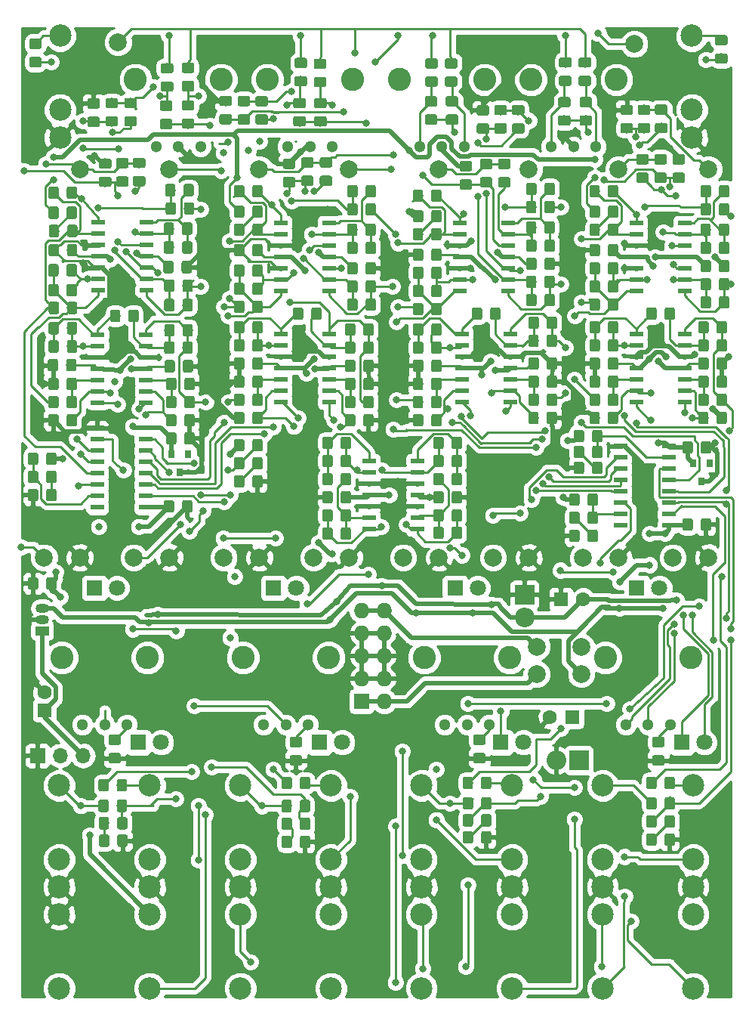
<source format=gbr>
%TF.GenerationSoftware,KiCad,Pcbnew,(5.0.1)-3*%
%TF.CreationDate,2020-04-13T20:04:37+01:00*%
%TF.ProjectId,pcb,7063622E6B696361645F706362000000,rev?*%
%TF.SameCoordinates,Original*%
%TF.FileFunction,Copper,L2,Bot,Signal*%
%TF.FilePolarity,Positive*%
%FSLAX46Y46*%
G04 Gerber Fmt 4.6, Leading zero omitted, Abs format (unit mm)*
G04 Created by KiCad (PCBNEW (5.0.1)-3) date 13/04/2020 20:04:37*
%MOMM*%
%LPD*%
G01*
G04 APERTURE LIST*
%ADD10O,2.200000X2.200000*%
%ADD11R,2.200000X2.200000*%
%ADD12C,0.400000*%
%ADD13C,1.150000*%
%ADD14C,2.000000*%
%ADD15C,1.600000*%
%ADD16R,1.600000X1.600000*%
%ADD17R,1.800000X1.800000*%
%ADD18C,1.800000*%
%ADD19R,0.800000X0.900000*%
%ADD20C,2.500000*%
%ADD21R,1.727200X1.727200*%
%ADD22O,1.727200X1.727200*%
%ADD23R,1.700000X1.700000*%
%ADD24O,1.700000X1.700000*%
%ADD25C,1.300000*%
%ADD26C,2.600000*%
%ADD27R,1.500000X0.600000*%
%ADD28O,1.500000X1.050000*%
%ADD29R,1.500000X1.050000*%
%ADD30C,0.800000*%
%ADD31C,0.250000*%
%ADD32C,0.500000*%
%ADD33C,0.254000*%
G04 APERTURE END LIST*
D10*
X73152000Y-95250000D03*
D11*
X75692000Y-95250000D03*
D10*
X69596000Y-79248000D03*
D11*
X69596000Y-76708000D03*
D12*
G36*
X62334505Y-58991204D02*
X62358773Y-58994804D01*
X62382572Y-59000765D01*
X62405671Y-59009030D01*
X62427850Y-59019520D01*
X62448893Y-59032132D01*
X62468599Y-59046747D01*
X62486777Y-59063223D01*
X62503253Y-59081401D01*
X62517868Y-59101107D01*
X62530480Y-59122150D01*
X62540970Y-59144329D01*
X62549235Y-59167428D01*
X62555196Y-59191227D01*
X62558796Y-59215495D01*
X62560000Y-59239999D01*
X62560000Y-60140001D01*
X62558796Y-60164505D01*
X62555196Y-60188773D01*
X62549235Y-60212572D01*
X62540970Y-60235671D01*
X62530480Y-60257850D01*
X62517868Y-60278893D01*
X62503253Y-60298599D01*
X62486777Y-60316777D01*
X62468599Y-60333253D01*
X62448893Y-60347868D01*
X62427850Y-60360480D01*
X62405671Y-60370970D01*
X62382572Y-60379235D01*
X62358773Y-60385196D01*
X62334505Y-60388796D01*
X62310001Y-60390000D01*
X61659999Y-60390000D01*
X61635495Y-60388796D01*
X61611227Y-60385196D01*
X61587428Y-60379235D01*
X61564329Y-60370970D01*
X61542150Y-60360480D01*
X61521107Y-60347868D01*
X61501401Y-60333253D01*
X61483223Y-60316777D01*
X61466747Y-60298599D01*
X61452132Y-60278893D01*
X61439520Y-60257850D01*
X61429030Y-60235671D01*
X61420765Y-60212572D01*
X61414804Y-60188773D01*
X61411204Y-60164505D01*
X61410000Y-60140001D01*
X61410000Y-59239999D01*
X61411204Y-59215495D01*
X61414804Y-59191227D01*
X61420765Y-59167428D01*
X61429030Y-59144329D01*
X61439520Y-59122150D01*
X61452132Y-59101107D01*
X61466747Y-59081401D01*
X61483223Y-59063223D01*
X61501401Y-59046747D01*
X61521107Y-59032132D01*
X61542150Y-59019520D01*
X61564329Y-59009030D01*
X61587428Y-59000765D01*
X61611227Y-58994804D01*
X61635495Y-58991204D01*
X61659999Y-58990000D01*
X62310001Y-58990000D01*
X62334505Y-58991204D01*
X62334505Y-58991204D01*
G37*
D13*
X61985000Y-59690000D03*
D12*
G36*
X60284505Y-58991204D02*
X60308773Y-58994804D01*
X60332572Y-59000765D01*
X60355671Y-59009030D01*
X60377850Y-59019520D01*
X60398893Y-59032132D01*
X60418599Y-59046747D01*
X60436777Y-59063223D01*
X60453253Y-59081401D01*
X60467868Y-59101107D01*
X60480480Y-59122150D01*
X60490970Y-59144329D01*
X60499235Y-59167428D01*
X60505196Y-59191227D01*
X60508796Y-59215495D01*
X60510000Y-59239999D01*
X60510000Y-60140001D01*
X60508796Y-60164505D01*
X60505196Y-60188773D01*
X60499235Y-60212572D01*
X60490970Y-60235671D01*
X60480480Y-60257850D01*
X60467868Y-60278893D01*
X60453253Y-60298599D01*
X60436777Y-60316777D01*
X60418599Y-60333253D01*
X60398893Y-60347868D01*
X60377850Y-60360480D01*
X60355671Y-60370970D01*
X60332572Y-60379235D01*
X60308773Y-60385196D01*
X60284505Y-60388796D01*
X60260001Y-60390000D01*
X59609999Y-60390000D01*
X59585495Y-60388796D01*
X59561227Y-60385196D01*
X59537428Y-60379235D01*
X59514329Y-60370970D01*
X59492150Y-60360480D01*
X59471107Y-60347868D01*
X59451401Y-60333253D01*
X59433223Y-60316777D01*
X59416747Y-60298599D01*
X59402132Y-60278893D01*
X59389520Y-60257850D01*
X59379030Y-60235671D01*
X59370765Y-60212572D01*
X59364804Y-60188773D01*
X59361204Y-60164505D01*
X59360000Y-60140001D01*
X59360000Y-59239999D01*
X59361204Y-59215495D01*
X59364804Y-59191227D01*
X59370765Y-59167428D01*
X59379030Y-59144329D01*
X59389520Y-59122150D01*
X59402132Y-59101107D01*
X59416747Y-59081401D01*
X59433223Y-59063223D01*
X59451401Y-59046747D01*
X59471107Y-59032132D01*
X59492150Y-59019520D01*
X59514329Y-59009030D01*
X59537428Y-59000765D01*
X59561227Y-58994804D01*
X59585495Y-58991204D01*
X59609999Y-58990000D01*
X60260001Y-58990000D01*
X60284505Y-58991204D01*
X60284505Y-58991204D01*
G37*
D13*
X59935000Y-59690000D03*
D12*
G36*
X92052505Y-50101204D02*
X92076773Y-50104804D01*
X92100572Y-50110765D01*
X92123671Y-50119030D01*
X92145850Y-50129520D01*
X92166893Y-50142132D01*
X92186599Y-50156747D01*
X92204777Y-50173223D01*
X92221253Y-50191401D01*
X92235868Y-50211107D01*
X92248480Y-50232150D01*
X92258970Y-50254329D01*
X92267235Y-50277428D01*
X92273196Y-50301227D01*
X92276796Y-50325495D01*
X92278000Y-50349999D01*
X92278000Y-51250001D01*
X92276796Y-51274505D01*
X92273196Y-51298773D01*
X92267235Y-51322572D01*
X92258970Y-51345671D01*
X92248480Y-51367850D01*
X92235868Y-51388893D01*
X92221253Y-51408599D01*
X92204777Y-51426777D01*
X92186599Y-51443253D01*
X92166893Y-51457868D01*
X92145850Y-51470480D01*
X92123671Y-51480970D01*
X92100572Y-51489235D01*
X92076773Y-51495196D01*
X92052505Y-51498796D01*
X92028001Y-51500000D01*
X91377999Y-51500000D01*
X91353495Y-51498796D01*
X91329227Y-51495196D01*
X91305428Y-51489235D01*
X91282329Y-51480970D01*
X91260150Y-51470480D01*
X91239107Y-51457868D01*
X91219401Y-51443253D01*
X91201223Y-51426777D01*
X91184747Y-51408599D01*
X91170132Y-51388893D01*
X91157520Y-51367850D01*
X91147030Y-51345671D01*
X91138765Y-51322572D01*
X91132804Y-51298773D01*
X91129204Y-51274505D01*
X91128000Y-51250001D01*
X91128000Y-50349999D01*
X91129204Y-50325495D01*
X91132804Y-50301227D01*
X91138765Y-50277428D01*
X91147030Y-50254329D01*
X91157520Y-50232150D01*
X91170132Y-50211107D01*
X91184747Y-50191401D01*
X91201223Y-50173223D01*
X91219401Y-50156747D01*
X91239107Y-50142132D01*
X91260150Y-50129520D01*
X91282329Y-50119030D01*
X91305428Y-50110765D01*
X91329227Y-50104804D01*
X91353495Y-50101204D01*
X91377999Y-50100000D01*
X92028001Y-50100000D01*
X92052505Y-50101204D01*
X92052505Y-50101204D01*
G37*
D13*
X91703000Y-50800000D03*
D12*
G36*
X90002505Y-50101204D02*
X90026773Y-50104804D01*
X90050572Y-50110765D01*
X90073671Y-50119030D01*
X90095850Y-50129520D01*
X90116893Y-50142132D01*
X90136599Y-50156747D01*
X90154777Y-50173223D01*
X90171253Y-50191401D01*
X90185868Y-50211107D01*
X90198480Y-50232150D01*
X90208970Y-50254329D01*
X90217235Y-50277428D01*
X90223196Y-50301227D01*
X90226796Y-50325495D01*
X90228000Y-50349999D01*
X90228000Y-51250001D01*
X90226796Y-51274505D01*
X90223196Y-51298773D01*
X90217235Y-51322572D01*
X90208970Y-51345671D01*
X90198480Y-51367850D01*
X90185868Y-51388893D01*
X90171253Y-51408599D01*
X90154777Y-51426777D01*
X90136599Y-51443253D01*
X90116893Y-51457868D01*
X90095850Y-51470480D01*
X90073671Y-51480970D01*
X90050572Y-51489235D01*
X90026773Y-51495196D01*
X90002505Y-51498796D01*
X89978001Y-51500000D01*
X89327999Y-51500000D01*
X89303495Y-51498796D01*
X89279227Y-51495196D01*
X89255428Y-51489235D01*
X89232329Y-51480970D01*
X89210150Y-51470480D01*
X89189107Y-51457868D01*
X89169401Y-51443253D01*
X89151223Y-51426777D01*
X89134747Y-51408599D01*
X89120132Y-51388893D01*
X89107520Y-51367850D01*
X89097030Y-51345671D01*
X89088765Y-51322572D01*
X89082804Y-51298773D01*
X89079204Y-51274505D01*
X89078000Y-51250001D01*
X89078000Y-50349999D01*
X89079204Y-50325495D01*
X89082804Y-50301227D01*
X89088765Y-50277428D01*
X89097030Y-50254329D01*
X89107520Y-50232150D01*
X89120132Y-50211107D01*
X89134747Y-50191401D01*
X89151223Y-50173223D01*
X89169401Y-50156747D01*
X89189107Y-50142132D01*
X89210150Y-50129520D01*
X89232329Y-50119030D01*
X89255428Y-50110765D01*
X89279227Y-50104804D01*
X89303495Y-50101204D01*
X89327999Y-50100000D01*
X89978001Y-50100000D01*
X90002505Y-50101204D01*
X90002505Y-50101204D01*
G37*
D13*
X89653000Y-50800000D03*
D12*
G36*
X79860505Y-50101204D02*
X79884773Y-50104804D01*
X79908572Y-50110765D01*
X79931671Y-50119030D01*
X79953850Y-50129520D01*
X79974893Y-50142132D01*
X79994599Y-50156747D01*
X80012777Y-50173223D01*
X80029253Y-50191401D01*
X80043868Y-50211107D01*
X80056480Y-50232150D01*
X80066970Y-50254329D01*
X80075235Y-50277428D01*
X80081196Y-50301227D01*
X80084796Y-50325495D01*
X80086000Y-50349999D01*
X80086000Y-51250001D01*
X80084796Y-51274505D01*
X80081196Y-51298773D01*
X80075235Y-51322572D01*
X80066970Y-51345671D01*
X80056480Y-51367850D01*
X80043868Y-51388893D01*
X80029253Y-51408599D01*
X80012777Y-51426777D01*
X79994599Y-51443253D01*
X79974893Y-51457868D01*
X79953850Y-51470480D01*
X79931671Y-51480970D01*
X79908572Y-51489235D01*
X79884773Y-51495196D01*
X79860505Y-51498796D01*
X79836001Y-51500000D01*
X79185999Y-51500000D01*
X79161495Y-51498796D01*
X79137227Y-51495196D01*
X79113428Y-51489235D01*
X79090329Y-51480970D01*
X79068150Y-51470480D01*
X79047107Y-51457868D01*
X79027401Y-51443253D01*
X79009223Y-51426777D01*
X78992747Y-51408599D01*
X78978132Y-51388893D01*
X78965520Y-51367850D01*
X78955030Y-51345671D01*
X78946765Y-51322572D01*
X78940804Y-51298773D01*
X78937204Y-51274505D01*
X78936000Y-51250001D01*
X78936000Y-50349999D01*
X78937204Y-50325495D01*
X78940804Y-50301227D01*
X78946765Y-50277428D01*
X78955030Y-50254329D01*
X78965520Y-50232150D01*
X78978132Y-50211107D01*
X78992747Y-50191401D01*
X79009223Y-50173223D01*
X79027401Y-50156747D01*
X79047107Y-50142132D01*
X79068150Y-50129520D01*
X79090329Y-50119030D01*
X79113428Y-50110765D01*
X79137227Y-50104804D01*
X79161495Y-50101204D01*
X79185999Y-50100000D01*
X79836001Y-50100000D01*
X79860505Y-50101204D01*
X79860505Y-50101204D01*
G37*
D13*
X79511000Y-50800000D03*
D12*
G36*
X77810505Y-50101204D02*
X77834773Y-50104804D01*
X77858572Y-50110765D01*
X77881671Y-50119030D01*
X77903850Y-50129520D01*
X77924893Y-50142132D01*
X77944599Y-50156747D01*
X77962777Y-50173223D01*
X77979253Y-50191401D01*
X77993868Y-50211107D01*
X78006480Y-50232150D01*
X78016970Y-50254329D01*
X78025235Y-50277428D01*
X78031196Y-50301227D01*
X78034796Y-50325495D01*
X78036000Y-50349999D01*
X78036000Y-51250001D01*
X78034796Y-51274505D01*
X78031196Y-51298773D01*
X78025235Y-51322572D01*
X78016970Y-51345671D01*
X78006480Y-51367850D01*
X77993868Y-51388893D01*
X77979253Y-51408599D01*
X77962777Y-51426777D01*
X77944599Y-51443253D01*
X77924893Y-51457868D01*
X77903850Y-51470480D01*
X77881671Y-51480970D01*
X77858572Y-51489235D01*
X77834773Y-51495196D01*
X77810505Y-51498796D01*
X77786001Y-51500000D01*
X77135999Y-51500000D01*
X77111495Y-51498796D01*
X77087227Y-51495196D01*
X77063428Y-51489235D01*
X77040329Y-51480970D01*
X77018150Y-51470480D01*
X76997107Y-51457868D01*
X76977401Y-51443253D01*
X76959223Y-51426777D01*
X76942747Y-51408599D01*
X76928132Y-51388893D01*
X76915520Y-51367850D01*
X76905030Y-51345671D01*
X76896765Y-51322572D01*
X76890804Y-51298773D01*
X76887204Y-51274505D01*
X76886000Y-51250001D01*
X76886000Y-50349999D01*
X76887204Y-50325495D01*
X76890804Y-50301227D01*
X76896765Y-50277428D01*
X76905030Y-50254329D01*
X76915520Y-50232150D01*
X76928132Y-50211107D01*
X76942747Y-50191401D01*
X76959223Y-50173223D01*
X76977401Y-50156747D01*
X76997107Y-50142132D01*
X77018150Y-50129520D01*
X77040329Y-50119030D01*
X77063428Y-50110765D01*
X77087227Y-50104804D01*
X77111495Y-50101204D01*
X77135999Y-50100000D01*
X77786001Y-50100000D01*
X77810505Y-50101204D01*
X77810505Y-50101204D01*
G37*
D13*
X77461000Y-50800000D03*
D12*
G36*
X77810505Y-37401204D02*
X77834773Y-37404804D01*
X77858572Y-37410765D01*
X77881671Y-37419030D01*
X77903850Y-37429520D01*
X77924893Y-37442132D01*
X77944599Y-37456747D01*
X77962777Y-37473223D01*
X77979253Y-37491401D01*
X77993868Y-37511107D01*
X78006480Y-37532150D01*
X78016970Y-37554329D01*
X78025235Y-37577428D01*
X78031196Y-37601227D01*
X78034796Y-37625495D01*
X78036000Y-37649999D01*
X78036000Y-38550001D01*
X78034796Y-38574505D01*
X78031196Y-38598773D01*
X78025235Y-38622572D01*
X78016970Y-38645671D01*
X78006480Y-38667850D01*
X77993868Y-38688893D01*
X77979253Y-38708599D01*
X77962777Y-38726777D01*
X77944599Y-38743253D01*
X77924893Y-38757868D01*
X77903850Y-38770480D01*
X77881671Y-38780970D01*
X77858572Y-38789235D01*
X77834773Y-38795196D01*
X77810505Y-38798796D01*
X77786001Y-38800000D01*
X77135999Y-38800000D01*
X77111495Y-38798796D01*
X77087227Y-38795196D01*
X77063428Y-38789235D01*
X77040329Y-38780970D01*
X77018150Y-38770480D01*
X76997107Y-38757868D01*
X76977401Y-38743253D01*
X76959223Y-38726777D01*
X76942747Y-38708599D01*
X76928132Y-38688893D01*
X76915520Y-38667850D01*
X76905030Y-38645671D01*
X76896765Y-38622572D01*
X76890804Y-38598773D01*
X76887204Y-38574505D01*
X76886000Y-38550001D01*
X76886000Y-37649999D01*
X76887204Y-37625495D01*
X76890804Y-37601227D01*
X76896765Y-37577428D01*
X76905030Y-37554329D01*
X76915520Y-37532150D01*
X76928132Y-37511107D01*
X76942747Y-37491401D01*
X76959223Y-37473223D01*
X76977401Y-37456747D01*
X76997107Y-37442132D01*
X77018150Y-37429520D01*
X77040329Y-37419030D01*
X77063428Y-37410765D01*
X77087227Y-37404804D01*
X77111495Y-37401204D01*
X77135999Y-37400000D01*
X77786001Y-37400000D01*
X77810505Y-37401204D01*
X77810505Y-37401204D01*
G37*
D13*
X77461000Y-38100000D03*
D12*
G36*
X79860505Y-37401204D02*
X79884773Y-37404804D01*
X79908572Y-37410765D01*
X79931671Y-37419030D01*
X79953850Y-37429520D01*
X79974893Y-37442132D01*
X79994599Y-37456747D01*
X80012777Y-37473223D01*
X80029253Y-37491401D01*
X80043868Y-37511107D01*
X80056480Y-37532150D01*
X80066970Y-37554329D01*
X80075235Y-37577428D01*
X80081196Y-37601227D01*
X80084796Y-37625495D01*
X80086000Y-37649999D01*
X80086000Y-38550001D01*
X80084796Y-38574505D01*
X80081196Y-38598773D01*
X80075235Y-38622572D01*
X80066970Y-38645671D01*
X80056480Y-38667850D01*
X80043868Y-38688893D01*
X80029253Y-38708599D01*
X80012777Y-38726777D01*
X79994599Y-38743253D01*
X79974893Y-38757868D01*
X79953850Y-38770480D01*
X79931671Y-38780970D01*
X79908572Y-38789235D01*
X79884773Y-38795196D01*
X79860505Y-38798796D01*
X79836001Y-38800000D01*
X79185999Y-38800000D01*
X79161495Y-38798796D01*
X79137227Y-38795196D01*
X79113428Y-38789235D01*
X79090329Y-38780970D01*
X79068150Y-38770480D01*
X79047107Y-38757868D01*
X79027401Y-38743253D01*
X79009223Y-38726777D01*
X78992747Y-38708599D01*
X78978132Y-38688893D01*
X78965520Y-38667850D01*
X78955030Y-38645671D01*
X78946765Y-38622572D01*
X78940804Y-38598773D01*
X78937204Y-38574505D01*
X78936000Y-38550001D01*
X78936000Y-37649999D01*
X78937204Y-37625495D01*
X78940804Y-37601227D01*
X78946765Y-37577428D01*
X78955030Y-37554329D01*
X78965520Y-37532150D01*
X78978132Y-37511107D01*
X78992747Y-37491401D01*
X79009223Y-37473223D01*
X79027401Y-37456747D01*
X79047107Y-37442132D01*
X79068150Y-37429520D01*
X79090329Y-37419030D01*
X79113428Y-37410765D01*
X79137227Y-37404804D01*
X79161495Y-37401204D01*
X79185999Y-37400000D01*
X79836001Y-37400000D01*
X79860505Y-37401204D01*
X79860505Y-37401204D01*
G37*
D13*
X79511000Y-38100000D03*
D12*
G36*
X90256505Y-39179204D02*
X90280773Y-39182804D01*
X90304572Y-39188765D01*
X90327671Y-39197030D01*
X90349850Y-39207520D01*
X90370893Y-39220132D01*
X90390599Y-39234747D01*
X90408777Y-39251223D01*
X90425253Y-39269401D01*
X90439868Y-39289107D01*
X90452480Y-39310150D01*
X90462970Y-39332329D01*
X90471235Y-39355428D01*
X90477196Y-39379227D01*
X90480796Y-39403495D01*
X90482000Y-39427999D01*
X90482000Y-40328001D01*
X90480796Y-40352505D01*
X90477196Y-40376773D01*
X90471235Y-40400572D01*
X90462970Y-40423671D01*
X90452480Y-40445850D01*
X90439868Y-40466893D01*
X90425253Y-40486599D01*
X90408777Y-40504777D01*
X90390599Y-40521253D01*
X90370893Y-40535868D01*
X90349850Y-40548480D01*
X90327671Y-40558970D01*
X90304572Y-40567235D01*
X90280773Y-40573196D01*
X90256505Y-40576796D01*
X90232001Y-40578000D01*
X89581999Y-40578000D01*
X89557495Y-40576796D01*
X89533227Y-40573196D01*
X89509428Y-40567235D01*
X89486329Y-40558970D01*
X89464150Y-40548480D01*
X89443107Y-40535868D01*
X89423401Y-40521253D01*
X89405223Y-40504777D01*
X89388747Y-40486599D01*
X89374132Y-40466893D01*
X89361520Y-40445850D01*
X89351030Y-40423671D01*
X89342765Y-40400572D01*
X89336804Y-40376773D01*
X89333204Y-40352505D01*
X89332000Y-40328001D01*
X89332000Y-39427999D01*
X89333204Y-39403495D01*
X89336804Y-39379227D01*
X89342765Y-39355428D01*
X89351030Y-39332329D01*
X89361520Y-39310150D01*
X89374132Y-39289107D01*
X89388747Y-39269401D01*
X89405223Y-39251223D01*
X89423401Y-39234747D01*
X89443107Y-39220132D01*
X89464150Y-39207520D01*
X89486329Y-39197030D01*
X89509428Y-39188765D01*
X89533227Y-39182804D01*
X89557495Y-39179204D01*
X89581999Y-39178000D01*
X90232001Y-39178000D01*
X90256505Y-39179204D01*
X90256505Y-39179204D01*
G37*
D13*
X89907000Y-39878000D03*
D12*
G36*
X92306505Y-39179204D02*
X92330773Y-39182804D01*
X92354572Y-39188765D01*
X92377671Y-39197030D01*
X92399850Y-39207520D01*
X92420893Y-39220132D01*
X92440599Y-39234747D01*
X92458777Y-39251223D01*
X92475253Y-39269401D01*
X92489868Y-39289107D01*
X92502480Y-39310150D01*
X92512970Y-39332329D01*
X92521235Y-39355428D01*
X92527196Y-39379227D01*
X92530796Y-39403495D01*
X92532000Y-39427999D01*
X92532000Y-40328001D01*
X92530796Y-40352505D01*
X92527196Y-40376773D01*
X92521235Y-40400572D01*
X92512970Y-40423671D01*
X92502480Y-40445850D01*
X92489868Y-40466893D01*
X92475253Y-40486599D01*
X92458777Y-40504777D01*
X92440599Y-40521253D01*
X92420893Y-40535868D01*
X92399850Y-40548480D01*
X92377671Y-40558970D01*
X92354572Y-40567235D01*
X92330773Y-40573196D01*
X92306505Y-40576796D01*
X92282001Y-40578000D01*
X91631999Y-40578000D01*
X91607495Y-40576796D01*
X91583227Y-40573196D01*
X91559428Y-40567235D01*
X91536329Y-40558970D01*
X91514150Y-40548480D01*
X91493107Y-40535868D01*
X91473401Y-40521253D01*
X91455223Y-40504777D01*
X91438747Y-40486599D01*
X91424132Y-40466893D01*
X91411520Y-40445850D01*
X91401030Y-40423671D01*
X91392765Y-40400572D01*
X91386804Y-40376773D01*
X91383204Y-40352505D01*
X91382000Y-40328001D01*
X91382000Y-39427999D01*
X91383204Y-39403495D01*
X91386804Y-39379227D01*
X91392765Y-39355428D01*
X91401030Y-39332329D01*
X91411520Y-39310150D01*
X91424132Y-39289107D01*
X91438747Y-39269401D01*
X91455223Y-39251223D01*
X91473401Y-39234747D01*
X91493107Y-39220132D01*
X91514150Y-39207520D01*
X91536329Y-39197030D01*
X91559428Y-39188765D01*
X91583227Y-39182804D01*
X91607495Y-39179204D01*
X91631999Y-39178000D01*
X92282001Y-39178000D01*
X92306505Y-39179204D01*
X92306505Y-39179204D01*
G37*
D13*
X91957000Y-39878000D03*
D12*
G36*
X73011505Y-50101204D02*
X73035773Y-50104804D01*
X73059572Y-50110765D01*
X73082671Y-50119030D01*
X73104850Y-50129520D01*
X73125893Y-50142132D01*
X73145599Y-50156747D01*
X73163777Y-50173223D01*
X73180253Y-50191401D01*
X73194868Y-50211107D01*
X73207480Y-50232150D01*
X73217970Y-50254329D01*
X73226235Y-50277428D01*
X73232196Y-50301227D01*
X73235796Y-50325495D01*
X73237000Y-50349999D01*
X73237000Y-51250001D01*
X73235796Y-51274505D01*
X73232196Y-51298773D01*
X73226235Y-51322572D01*
X73217970Y-51345671D01*
X73207480Y-51367850D01*
X73194868Y-51388893D01*
X73180253Y-51408599D01*
X73163777Y-51426777D01*
X73145599Y-51443253D01*
X73125893Y-51457868D01*
X73104850Y-51470480D01*
X73082671Y-51480970D01*
X73059572Y-51489235D01*
X73035773Y-51495196D01*
X73011505Y-51498796D01*
X72987001Y-51500000D01*
X72336999Y-51500000D01*
X72312495Y-51498796D01*
X72288227Y-51495196D01*
X72264428Y-51489235D01*
X72241329Y-51480970D01*
X72219150Y-51470480D01*
X72198107Y-51457868D01*
X72178401Y-51443253D01*
X72160223Y-51426777D01*
X72143747Y-51408599D01*
X72129132Y-51388893D01*
X72116520Y-51367850D01*
X72106030Y-51345671D01*
X72097765Y-51322572D01*
X72091804Y-51298773D01*
X72088204Y-51274505D01*
X72087000Y-51250001D01*
X72087000Y-50349999D01*
X72088204Y-50325495D01*
X72091804Y-50301227D01*
X72097765Y-50277428D01*
X72106030Y-50254329D01*
X72116520Y-50232150D01*
X72129132Y-50211107D01*
X72143747Y-50191401D01*
X72160223Y-50173223D01*
X72178401Y-50156747D01*
X72198107Y-50142132D01*
X72219150Y-50129520D01*
X72241329Y-50119030D01*
X72264428Y-50110765D01*
X72288227Y-50104804D01*
X72312495Y-50101204D01*
X72336999Y-50100000D01*
X72987001Y-50100000D01*
X73011505Y-50101204D01*
X73011505Y-50101204D01*
G37*
D13*
X72662000Y-50800000D03*
D12*
G36*
X70961505Y-50101204D02*
X70985773Y-50104804D01*
X71009572Y-50110765D01*
X71032671Y-50119030D01*
X71054850Y-50129520D01*
X71075893Y-50142132D01*
X71095599Y-50156747D01*
X71113777Y-50173223D01*
X71130253Y-50191401D01*
X71144868Y-50211107D01*
X71157480Y-50232150D01*
X71167970Y-50254329D01*
X71176235Y-50277428D01*
X71182196Y-50301227D01*
X71185796Y-50325495D01*
X71187000Y-50349999D01*
X71187000Y-51250001D01*
X71185796Y-51274505D01*
X71182196Y-51298773D01*
X71176235Y-51322572D01*
X71167970Y-51345671D01*
X71157480Y-51367850D01*
X71144868Y-51388893D01*
X71130253Y-51408599D01*
X71113777Y-51426777D01*
X71095599Y-51443253D01*
X71075893Y-51457868D01*
X71054850Y-51470480D01*
X71032671Y-51480970D01*
X71009572Y-51489235D01*
X70985773Y-51495196D01*
X70961505Y-51498796D01*
X70937001Y-51500000D01*
X70286999Y-51500000D01*
X70262495Y-51498796D01*
X70238227Y-51495196D01*
X70214428Y-51489235D01*
X70191329Y-51480970D01*
X70169150Y-51470480D01*
X70148107Y-51457868D01*
X70128401Y-51443253D01*
X70110223Y-51426777D01*
X70093747Y-51408599D01*
X70079132Y-51388893D01*
X70066520Y-51367850D01*
X70056030Y-51345671D01*
X70047765Y-51322572D01*
X70041804Y-51298773D01*
X70038204Y-51274505D01*
X70037000Y-51250001D01*
X70037000Y-50349999D01*
X70038204Y-50325495D01*
X70041804Y-50301227D01*
X70047765Y-50277428D01*
X70056030Y-50254329D01*
X70066520Y-50232150D01*
X70079132Y-50211107D01*
X70093747Y-50191401D01*
X70110223Y-50173223D01*
X70128401Y-50156747D01*
X70148107Y-50142132D01*
X70169150Y-50129520D01*
X70191329Y-50119030D01*
X70214428Y-50110765D01*
X70238227Y-50104804D01*
X70262495Y-50101204D01*
X70286999Y-50100000D01*
X70937001Y-50100000D01*
X70961505Y-50101204D01*
X70961505Y-50101204D01*
G37*
D13*
X70612000Y-50800000D03*
D12*
G36*
X60057505Y-50355204D02*
X60081773Y-50358804D01*
X60105572Y-50364765D01*
X60128671Y-50373030D01*
X60150850Y-50383520D01*
X60171893Y-50396132D01*
X60191599Y-50410747D01*
X60209777Y-50427223D01*
X60226253Y-50445401D01*
X60240868Y-50465107D01*
X60253480Y-50486150D01*
X60263970Y-50508329D01*
X60272235Y-50531428D01*
X60278196Y-50555227D01*
X60281796Y-50579495D01*
X60283000Y-50603999D01*
X60283000Y-51504001D01*
X60281796Y-51528505D01*
X60278196Y-51552773D01*
X60272235Y-51576572D01*
X60263970Y-51599671D01*
X60253480Y-51621850D01*
X60240868Y-51642893D01*
X60226253Y-51662599D01*
X60209777Y-51680777D01*
X60191599Y-51697253D01*
X60171893Y-51711868D01*
X60150850Y-51724480D01*
X60128671Y-51734970D01*
X60105572Y-51743235D01*
X60081773Y-51749196D01*
X60057505Y-51752796D01*
X60033001Y-51754000D01*
X59382999Y-51754000D01*
X59358495Y-51752796D01*
X59334227Y-51749196D01*
X59310428Y-51743235D01*
X59287329Y-51734970D01*
X59265150Y-51724480D01*
X59244107Y-51711868D01*
X59224401Y-51697253D01*
X59206223Y-51680777D01*
X59189747Y-51662599D01*
X59175132Y-51642893D01*
X59162520Y-51621850D01*
X59152030Y-51599671D01*
X59143765Y-51576572D01*
X59137804Y-51552773D01*
X59134204Y-51528505D01*
X59133000Y-51504001D01*
X59133000Y-50603999D01*
X59134204Y-50579495D01*
X59137804Y-50555227D01*
X59143765Y-50531428D01*
X59152030Y-50508329D01*
X59162520Y-50486150D01*
X59175132Y-50465107D01*
X59189747Y-50445401D01*
X59206223Y-50427223D01*
X59224401Y-50410747D01*
X59244107Y-50396132D01*
X59265150Y-50383520D01*
X59287329Y-50373030D01*
X59310428Y-50364765D01*
X59334227Y-50358804D01*
X59358495Y-50355204D01*
X59382999Y-50354000D01*
X60033001Y-50354000D01*
X60057505Y-50355204D01*
X60057505Y-50355204D01*
G37*
D13*
X59708000Y-51054000D03*
D12*
G36*
X58007505Y-50355204D02*
X58031773Y-50358804D01*
X58055572Y-50364765D01*
X58078671Y-50373030D01*
X58100850Y-50383520D01*
X58121893Y-50396132D01*
X58141599Y-50410747D01*
X58159777Y-50427223D01*
X58176253Y-50445401D01*
X58190868Y-50465107D01*
X58203480Y-50486150D01*
X58213970Y-50508329D01*
X58222235Y-50531428D01*
X58228196Y-50555227D01*
X58231796Y-50579495D01*
X58233000Y-50603999D01*
X58233000Y-51504001D01*
X58231796Y-51528505D01*
X58228196Y-51552773D01*
X58222235Y-51576572D01*
X58213970Y-51599671D01*
X58203480Y-51621850D01*
X58190868Y-51642893D01*
X58176253Y-51662599D01*
X58159777Y-51680777D01*
X58141599Y-51697253D01*
X58121893Y-51711868D01*
X58100850Y-51724480D01*
X58078671Y-51734970D01*
X58055572Y-51743235D01*
X58031773Y-51749196D01*
X58007505Y-51752796D01*
X57983001Y-51754000D01*
X57332999Y-51754000D01*
X57308495Y-51752796D01*
X57284227Y-51749196D01*
X57260428Y-51743235D01*
X57237329Y-51734970D01*
X57215150Y-51724480D01*
X57194107Y-51711868D01*
X57174401Y-51697253D01*
X57156223Y-51680777D01*
X57139747Y-51662599D01*
X57125132Y-51642893D01*
X57112520Y-51621850D01*
X57102030Y-51599671D01*
X57093765Y-51576572D01*
X57087804Y-51552773D01*
X57084204Y-51528505D01*
X57083000Y-51504001D01*
X57083000Y-50603999D01*
X57084204Y-50579495D01*
X57087804Y-50555227D01*
X57093765Y-50531428D01*
X57102030Y-50508329D01*
X57112520Y-50486150D01*
X57125132Y-50465107D01*
X57139747Y-50445401D01*
X57156223Y-50427223D01*
X57174401Y-50410747D01*
X57194107Y-50396132D01*
X57215150Y-50383520D01*
X57237329Y-50373030D01*
X57260428Y-50364765D01*
X57284227Y-50358804D01*
X57308495Y-50355204D01*
X57332999Y-50354000D01*
X57983001Y-50354000D01*
X58007505Y-50355204D01*
X58007505Y-50355204D01*
G37*
D13*
X57658000Y-51054000D03*
D12*
G36*
X14818505Y-74739204D02*
X14842773Y-74742804D01*
X14866572Y-74748765D01*
X14889671Y-74757030D01*
X14911850Y-74767520D01*
X14932893Y-74780132D01*
X14952599Y-74794747D01*
X14970777Y-74811223D01*
X14987253Y-74829401D01*
X15001868Y-74849107D01*
X15014480Y-74870150D01*
X15024970Y-74892329D01*
X15033235Y-74915428D01*
X15039196Y-74939227D01*
X15042796Y-74963495D01*
X15044000Y-74987999D01*
X15044000Y-75888001D01*
X15042796Y-75912505D01*
X15039196Y-75936773D01*
X15033235Y-75960572D01*
X15024970Y-75983671D01*
X15014480Y-76005850D01*
X15001868Y-76026893D01*
X14987253Y-76046599D01*
X14970777Y-76064777D01*
X14952599Y-76081253D01*
X14932893Y-76095868D01*
X14911850Y-76108480D01*
X14889671Y-76118970D01*
X14866572Y-76127235D01*
X14842773Y-76133196D01*
X14818505Y-76136796D01*
X14794001Y-76138000D01*
X14143999Y-76138000D01*
X14119495Y-76136796D01*
X14095227Y-76133196D01*
X14071428Y-76127235D01*
X14048329Y-76118970D01*
X14026150Y-76108480D01*
X14005107Y-76095868D01*
X13985401Y-76081253D01*
X13967223Y-76064777D01*
X13950747Y-76046599D01*
X13936132Y-76026893D01*
X13923520Y-76005850D01*
X13913030Y-75983671D01*
X13904765Y-75960572D01*
X13898804Y-75936773D01*
X13895204Y-75912505D01*
X13894000Y-75888001D01*
X13894000Y-74987999D01*
X13895204Y-74963495D01*
X13898804Y-74939227D01*
X13904765Y-74915428D01*
X13913030Y-74892329D01*
X13923520Y-74870150D01*
X13936132Y-74849107D01*
X13950747Y-74829401D01*
X13967223Y-74811223D01*
X13985401Y-74794747D01*
X14005107Y-74780132D01*
X14026150Y-74767520D01*
X14048329Y-74757030D01*
X14071428Y-74748765D01*
X14095227Y-74742804D01*
X14119495Y-74739204D01*
X14143999Y-74738000D01*
X14794001Y-74738000D01*
X14818505Y-74739204D01*
X14818505Y-74739204D01*
G37*
D13*
X14469000Y-75438000D03*
D12*
G36*
X16868505Y-74739204D02*
X16892773Y-74742804D01*
X16916572Y-74748765D01*
X16939671Y-74757030D01*
X16961850Y-74767520D01*
X16982893Y-74780132D01*
X17002599Y-74794747D01*
X17020777Y-74811223D01*
X17037253Y-74829401D01*
X17051868Y-74849107D01*
X17064480Y-74870150D01*
X17074970Y-74892329D01*
X17083235Y-74915428D01*
X17089196Y-74939227D01*
X17092796Y-74963495D01*
X17094000Y-74987999D01*
X17094000Y-75888001D01*
X17092796Y-75912505D01*
X17089196Y-75936773D01*
X17083235Y-75960572D01*
X17074970Y-75983671D01*
X17064480Y-76005850D01*
X17051868Y-76026893D01*
X17037253Y-76046599D01*
X17020777Y-76064777D01*
X17002599Y-76081253D01*
X16982893Y-76095868D01*
X16961850Y-76108480D01*
X16939671Y-76118970D01*
X16916572Y-76127235D01*
X16892773Y-76133196D01*
X16868505Y-76136796D01*
X16844001Y-76138000D01*
X16193999Y-76138000D01*
X16169495Y-76136796D01*
X16145227Y-76133196D01*
X16121428Y-76127235D01*
X16098329Y-76118970D01*
X16076150Y-76108480D01*
X16055107Y-76095868D01*
X16035401Y-76081253D01*
X16017223Y-76064777D01*
X16000747Y-76046599D01*
X15986132Y-76026893D01*
X15973520Y-76005850D01*
X15963030Y-75983671D01*
X15954765Y-75960572D01*
X15948804Y-75936773D01*
X15945204Y-75912505D01*
X15944000Y-75888001D01*
X15944000Y-74987999D01*
X15945204Y-74963495D01*
X15948804Y-74939227D01*
X15954765Y-74915428D01*
X15963030Y-74892329D01*
X15973520Y-74870150D01*
X15986132Y-74849107D01*
X16000747Y-74829401D01*
X16017223Y-74811223D01*
X16035401Y-74794747D01*
X16055107Y-74780132D01*
X16076150Y-74767520D01*
X16098329Y-74757030D01*
X16121428Y-74748765D01*
X16145227Y-74742804D01*
X16169495Y-74739204D01*
X16193999Y-74738000D01*
X16844001Y-74738000D01*
X16868505Y-74739204D01*
X16868505Y-74739204D01*
G37*
D13*
X16519000Y-75438000D03*
D12*
G36*
X57998505Y-37909204D02*
X58022773Y-37912804D01*
X58046572Y-37918765D01*
X58069671Y-37927030D01*
X58091850Y-37937520D01*
X58112893Y-37950132D01*
X58132599Y-37964747D01*
X58150777Y-37981223D01*
X58167253Y-37999401D01*
X58181868Y-38019107D01*
X58194480Y-38040150D01*
X58204970Y-38062329D01*
X58213235Y-38085428D01*
X58219196Y-38109227D01*
X58222796Y-38133495D01*
X58224000Y-38157999D01*
X58224000Y-39058001D01*
X58222796Y-39082505D01*
X58219196Y-39106773D01*
X58213235Y-39130572D01*
X58204970Y-39153671D01*
X58194480Y-39175850D01*
X58181868Y-39196893D01*
X58167253Y-39216599D01*
X58150777Y-39234777D01*
X58132599Y-39251253D01*
X58112893Y-39265868D01*
X58091850Y-39278480D01*
X58069671Y-39288970D01*
X58046572Y-39297235D01*
X58022773Y-39303196D01*
X57998505Y-39306796D01*
X57974001Y-39308000D01*
X57323999Y-39308000D01*
X57299495Y-39306796D01*
X57275227Y-39303196D01*
X57251428Y-39297235D01*
X57228329Y-39288970D01*
X57206150Y-39278480D01*
X57185107Y-39265868D01*
X57165401Y-39251253D01*
X57147223Y-39234777D01*
X57130747Y-39216599D01*
X57116132Y-39196893D01*
X57103520Y-39175850D01*
X57093030Y-39153671D01*
X57084765Y-39130572D01*
X57078804Y-39106773D01*
X57075204Y-39082505D01*
X57074000Y-39058001D01*
X57074000Y-38157999D01*
X57075204Y-38133495D01*
X57078804Y-38109227D01*
X57084765Y-38085428D01*
X57093030Y-38062329D01*
X57103520Y-38040150D01*
X57116132Y-38019107D01*
X57130747Y-37999401D01*
X57147223Y-37981223D01*
X57165401Y-37964747D01*
X57185107Y-37950132D01*
X57206150Y-37937520D01*
X57228329Y-37927030D01*
X57251428Y-37918765D01*
X57275227Y-37912804D01*
X57299495Y-37909204D01*
X57323999Y-37908000D01*
X57974001Y-37908000D01*
X57998505Y-37909204D01*
X57998505Y-37909204D01*
G37*
D13*
X57649000Y-38608000D03*
D12*
G36*
X60048505Y-37909204D02*
X60072773Y-37912804D01*
X60096572Y-37918765D01*
X60119671Y-37927030D01*
X60141850Y-37937520D01*
X60162893Y-37950132D01*
X60182599Y-37964747D01*
X60200777Y-37981223D01*
X60217253Y-37999401D01*
X60231868Y-38019107D01*
X60244480Y-38040150D01*
X60254970Y-38062329D01*
X60263235Y-38085428D01*
X60269196Y-38109227D01*
X60272796Y-38133495D01*
X60274000Y-38157999D01*
X60274000Y-39058001D01*
X60272796Y-39082505D01*
X60269196Y-39106773D01*
X60263235Y-39130572D01*
X60254970Y-39153671D01*
X60244480Y-39175850D01*
X60231868Y-39196893D01*
X60217253Y-39216599D01*
X60200777Y-39234777D01*
X60182599Y-39251253D01*
X60162893Y-39265868D01*
X60141850Y-39278480D01*
X60119671Y-39288970D01*
X60096572Y-39297235D01*
X60072773Y-39303196D01*
X60048505Y-39306796D01*
X60024001Y-39308000D01*
X59373999Y-39308000D01*
X59349495Y-39306796D01*
X59325227Y-39303196D01*
X59301428Y-39297235D01*
X59278329Y-39288970D01*
X59256150Y-39278480D01*
X59235107Y-39265868D01*
X59215401Y-39251253D01*
X59197223Y-39234777D01*
X59180747Y-39216599D01*
X59166132Y-39196893D01*
X59153520Y-39175850D01*
X59143030Y-39153671D01*
X59134765Y-39130572D01*
X59128804Y-39106773D01*
X59125204Y-39082505D01*
X59124000Y-39058001D01*
X59124000Y-38157999D01*
X59125204Y-38133495D01*
X59128804Y-38109227D01*
X59134765Y-38085428D01*
X59143030Y-38062329D01*
X59153520Y-38040150D01*
X59166132Y-38019107D01*
X59180747Y-37999401D01*
X59197223Y-37981223D01*
X59215401Y-37964747D01*
X59235107Y-37950132D01*
X59256150Y-37937520D01*
X59278329Y-37927030D01*
X59301428Y-37918765D01*
X59325227Y-37912804D01*
X59349495Y-37909204D01*
X59373999Y-37908000D01*
X60024001Y-37908000D01*
X60048505Y-37909204D01*
X60048505Y-37909204D01*
G37*
D13*
X59699000Y-38608000D03*
D12*
G36*
X70698505Y-38925204D02*
X70722773Y-38928804D01*
X70746572Y-38934765D01*
X70769671Y-38943030D01*
X70791850Y-38953520D01*
X70812893Y-38966132D01*
X70832599Y-38980747D01*
X70850777Y-38997223D01*
X70867253Y-39015401D01*
X70881868Y-39035107D01*
X70894480Y-39056150D01*
X70904970Y-39078329D01*
X70913235Y-39101428D01*
X70919196Y-39125227D01*
X70922796Y-39149495D01*
X70924000Y-39173999D01*
X70924000Y-40074001D01*
X70922796Y-40098505D01*
X70919196Y-40122773D01*
X70913235Y-40146572D01*
X70904970Y-40169671D01*
X70894480Y-40191850D01*
X70881868Y-40212893D01*
X70867253Y-40232599D01*
X70850777Y-40250777D01*
X70832599Y-40267253D01*
X70812893Y-40281868D01*
X70791850Y-40294480D01*
X70769671Y-40304970D01*
X70746572Y-40313235D01*
X70722773Y-40319196D01*
X70698505Y-40322796D01*
X70674001Y-40324000D01*
X70023999Y-40324000D01*
X69999495Y-40322796D01*
X69975227Y-40319196D01*
X69951428Y-40313235D01*
X69928329Y-40304970D01*
X69906150Y-40294480D01*
X69885107Y-40281868D01*
X69865401Y-40267253D01*
X69847223Y-40250777D01*
X69830747Y-40232599D01*
X69816132Y-40212893D01*
X69803520Y-40191850D01*
X69793030Y-40169671D01*
X69784765Y-40146572D01*
X69778804Y-40122773D01*
X69775204Y-40098505D01*
X69774000Y-40074001D01*
X69774000Y-39173999D01*
X69775204Y-39149495D01*
X69778804Y-39125227D01*
X69784765Y-39101428D01*
X69793030Y-39078329D01*
X69803520Y-39056150D01*
X69816132Y-39035107D01*
X69830747Y-39015401D01*
X69847223Y-38997223D01*
X69865401Y-38980747D01*
X69885107Y-38966132D01*
X69906150Y-38953520D01*
X69928329Y-38943030D01*
X69951428Y-38934765D01*
X69975227Y-38928804D01*
X69999495Y-38925204D01*
X70023999Y-38924000D01*
X70674001Y-38924000D01*
X70698505Y-38925204D01*
X70698505Y-38925204D01*
G37*
D13*
X70349000Y-39624000D03*
D12*
G36*
X72748505Y-38925204D02*
X72772773Y-38928804D01*
X72796572Y-38934765D01*
X72819671Y-38943030D01*
X72841850Y-38953520D01*
X72862893Y-38966132D01*
X72882599Y-38980747D01*
X72900777Y-38997223D01*
X72917253Y-39015401D01*
X72931868Y-39035107D01*
X72944480Y-39056150D01*
X72954970Y-39078329D01*
X72963235Y-39101428D01*
X72969196Y-39125227D01*
X72972796Y-39149495D01*
X72974000Y-39173999D01*
X72974000Y-40074001D01*
X72972796Y-40098505D01*
X72969196Y-40122773D01*
X72963235Y-40146572D01*
X72954970Y-40169671D01*
X72944480Y-40191850D01*
X72931868Y-40212893D01*
X72917253Y-40232599D01*
X72900777Y-40250777D01*
X72882599Y-40267253D01*
X72862893Y-40281868D01*
X72841850Y-40294480D01*
X72819671Y-40304970D01*
X72796572Y-40313235D01*
X72772773Y-40319196D01*
X72748505Y-40322796D01*
X72724001Y-40324000D01*
X72073999Y-40324000D01*
X72049495Y-40322796D01*
X72025227Y-40319196D01*
X72001428Y-40313235D01*
X71978329Y-40304970D01*
X71956150Y-40294480D01*
X71935107Y-40281868D01*
X71915401Y-40267253D01*
X71897223Y-40250777D01*
X71880747Y-40232599D01*
X71866132Y-40212893D01*
X71853520Y-40191850D01*
X71843030Y-40169671D01*
X71834765Y-40146572D01*
X71828804Y-40122773D01*
X71825204Y-40098505D01*
X71824000Y-40074001D01*
X71824000Y-39173999D01*
X71825204Y-39149495D01*
X71828804Y-39125227D01*
X71834765Y-39101428D01*
X71843030Y-39078329D01*
X71853520Y-39056150D01*
X71866132Y-39035107D01*
X71880747Y-39015401D01*
X71897223Y-38997223D01*
X71915401Y-38980747D01*
X71935107Y-38966132D01*
X71956150Y-38953520D01*
X71978329Y-38943030D01*
X72001428Y-38934765D01*
X72025227Y-38928804D01*
X72049495Y-38925204D01*
X72073999Y-38924000D01*
X72724001Y-38924000D01*
X72748505Y-38925204D01*
X72748505Y-38925204D01*
G37*
D13*
X72399000Y-39624000D03*
D12*
G36*
X52428505Y-50355204D02*
X52452773Y-50358804D01*
X52476572Y-50364765D01*
X52499671Y-50373030D01*
X52521850Y-50383520D01*
X52542893Y-50396132D01*
X52562599Y-50410747D01*
X52580777Y-50427223D01*
X52597253Y-50445401D01*
X52611868Y-50465107D01*
X52624480Y-50486150D01*
X52634970Y-50508329D01*
X52643235Y-50531428D01*
X52649196Y-50555227D01*
X52652796Y-50579495D01*
X52654000Y-50603999D01*
X52654000Y-51504001D01*
X52652796Y-51528505D01*
X52649196Y-51552773D01*
X52643235Y-51576572D01*
X52634970Y-51599671D01*
X52624480Y-51621850D01*
X52611868Y-51642893D01*
X52597253Y-51662599D01*
X52580777Y-51680777D01*
X52562599Y-51697253D01*
X52542893Y-51711868D01*
X52521850Y-51724480D01*
X52499671Y-51734970D01*
X52476572Y-51743235D01*
X52452773Y-51749196D01*
X52428505Y-51752796D01*
X52404001Y-51754000D01*
X51753999Y-51754000D01*
X51729495Y-51752796D01*
X51705227Y-51749196D01*
X51681428Y-51743235D01*
X51658329Y-51734970D01*
X51636150Y-51724480D01*
X51615107Y-51711868D01*
X51595401Y-51697253D01*
X51577223Y-51680777D01*
X51560747Y-51662599D01*
X51546132Y-51642893D01*
X51533520Y-51621850D01*
X51523030Y-51599671D01*
X51514765Y-51576572D01*
X51508804Y-51552773D01*
X51505204Y-51528505D01*
X51504000Y-51504001D01*
X51504000Y-50603999D01*
X51505204Y-50579495D01*
X51508804Y-50555227D01*
X51514765Y-50531428D01*
X51523030Y-50508329D01*
X51533520Y-50486150D01*
X51546132Y-50465107D01*
X51560747Y-50445401D01*
X51577223Y-50427223D01*
X51595401Y-50410747D01*
X51615107Y-50396132D01*
X51636150Y-50383520D01*
X51658329Y-50373030D01*
X51681428Y-50364765D01*
X51705227Y-50358804D01*
X51729495Y-50355204D01*
X51753999Y-50354000D01*
X52404001Y-50354000D01*
X52428505Y-50355204D01*
X52428505Y-50355204D01*
G37*
D13*
X52079000Y-51054000D03*
D12*
G36*
X50378505Y-50355204D02*
X50402773Y-50358804D01*
X50426572Y-50364765D01*
X50449671Y-50373030D01*
X50471850Y-50383520D01*
X50492893Y-50396132D01*
X50512599Y-50410747D01*
X50530777Y-50427223D01*
X50547253Y-50445401D01*
X50561868Y-50465107D01*
X50574480Y-50486150D01*
X50584970Y-50508329D01*
X50593235Y-50531428D01*
X50599196Y-50555227D01*
X50602796Y-50579495D01*
X50604000Y-50603999D01*
X50604000Y-51504001D01*
X50602796Y-51528505D01*
X50599196Y-51552773D01*
X50593235Y-51576572D01*
X50584970Y-51599671D01*
X50574480Y-51621850D01*
X50561868Y-51642893D01*
X50547253Y-51662599D01*
X50530777Y-51680777D01*
X50512599Y-51697253D01*
X50492893Y-51711868D01*
X50471850Y-51724480D01*
X50449671Y-51734970D01*
X50426572Y-51743235D01*
X50402773Y-51749196D01*
X50378505Y-51752796D01*
X50354001Y-51754000D01*
X49703999Y-51754000D01*
X49679495Y-51752796D01*
X49655227Y-51749196D01*
X49631428Y-51743235D01*
X49608329Y-51734970D01*
X49586150Y-51724480D01*
X49565107Y-51711868D01*
X49545401Y-51697253D01*
X49527223Y-51680777D01*
X49510747Y-51662599D01*
X49496132Y-51642893D01*
X49483520Y-51621850D01*
X49473030Y-51599671D01*
X49464765Y-51576572D01*
X49458804Y-51552773D01*
X49455204Y-51528505D01*
X49454000Y-51504001D01*
X49454000Y-50603999D01*
X49455204Y-50579495D01*
X49458804Y-50555227D01*
X49464765Y-50531428D01*
X49473030Y-50508329D01*
X49483520Y-50486150D01*
X49496132Y-50465107D01*
X49510747Y-50445401D01*
X49527223Y-50427223D01*
X49545401Y-50410747D01*
X49565107Y-50396132D01*
X49586150Y-50383520D01*
X49608329Y-50373030D01*
X49631428Y-50364765D01*
X49655227Y-50358804D01*
X49679495Y-50355204D01*
X49703999Y-50354000D01*
X50354001Y-50354000D01*
X50378505Y-50355204D01*
X50378505Y-50355204D01*
G37*
D13*
X50029000Y-51054000D03*
D12*
G36*
X39982505Y-50101204D02*
X40006773Y-50104804D01*
X40030572Y-50110765D01*
X40053671Y-50119030D01*
X40075850Y-50129520D01*
X40096893Y-50142132D01*
X40116599Y-50156747D01*
X40134777Y-50173223D01*
X40151253Y-50191401D01*
X40165868Y-50211107D01*
X40178480Y-50232150D01*
X40188970Y-50254329D01*
X40197235Y-50277428D01*
X40203196Y-50301227D01*
X40206796Y-50325495D01*
X40208000Y-50349999D01*
X40208000Y-51250001D01*
X40206796Y-51274505D01*
X40203196Y-51298773D01*
X40197235Y-51322572D01*
X40188970Y-51345671D01*
X40178480Y-51367850D01*
X40165868Y-51388893D01*
X40151253Y-51408599D01*
X40134777Y-51426777D01*
X40116599Y-51443253D01*
X40096893Y-51457868D01*
X40075850Y-51470480D01*
X40053671Y-51480970D01*
X40030572Y-51489235D01*
X40006773Y-51495196D01*
X39982505Y-51498796D01*
X39958001Y-51500000D01*
X39307999Y-51500000D01*
X39283495Y-51498796D01*
X39259227Y-51495196D01*
X39235428Y-51489235D01*
X39212329Y-51480970D01*
X39190150Y-51470480D01*
X39169107Y-51457868D01*
X39149401Y-51443253D01*
X39131223Y-51426777D01*
X39114747Y-51408599D01*
X39100132Y-51388893D01*
X39087520Y-51367850D01*
X39077030Y-51345671D01*
X39068765Y-51322572D01*
X39062804Y-51298773D01*
X39059204Y-51274505D01*
X39058000Y-51250001D01*
X39058000Y-50349999D01*
X39059204Y-50325495D01*
X39062804Y-50301227D01*
X39068765Y-50277428D01*
X39077030Y-50254329D01*
X39087520Y-50232150D01*
X39100132Y-50211107D01*
X39114747Y-50191401D01*
X39131223Y-50173223D01*
X39149401Y-50156747D01*
X39169107Y-50142132D01*
X39190150Y-50129520D01*
X39212329Y-50119030D01*
X39235428Y-50110765D01*
X39259227Y-50104804D01*
X39283495Y-50101204D01*
X39307999Y-50100000D01*
X39958001Y-50100000D01*
X39982505Y-50101204D01*
X39982505Y-50101204D01*
G37*
D13*
X39633000Y-50800000D03*
D12*
G36*
X37932505Y-50101204D02*
X37956773Y-50104804D01*
X37980572Y-50110765D01*
X38003671Y-50119030D01*
X38025850Y-50129520D01*
X38046893Y-50142132D01*
X38066599Y-50156747D01*
X38084777Y-50173223D01*
X38101253Y-50191401D01*
X38115868Y-50211107D01*
X38128480Y-50232150D01*
X38138970Y-50254329D01*
X38147235Y-50277428D01*
X38153196Y-50301227D01*
X38156796Y-50325495D01*
X38158000Y-50349999D01*
X38158000Y-51250001D01*
X38156796Y-51274505D01*
X38153196Y-51298773D01*
X38147235Y-51322572D01*
X38138970Y-51345671D01*
X38128480Y-51367850D01*
X38115868Y-51388893D01*
X38101253Y-51408599D01*
X38084777Y-51426777D01*
X38066599Y-51443253D01*
X38046893Y-51457868D01*
X38025850Y-51470480D01*
X38003671Y-51480970D01*
X37980572Y-51489235D01*
X37956773Y-51495196D01*
X37932505Y-51498796D01*
X37908001Y-51500000D01*
X37257999Y-51500000D01*
X37233495Y-51498796D01*
X37209227Y-51495196D01*
X37185428Y-51489235D01*
X37162329Y-51480970D01*
X37140150Y-51470480D01*
X37119107Y-51457868D01*
X37099401Y-51443253D01*
X37081223Y-51426777D01*
X37064747Y-51408599D01*
X37050132Y-51388893D01*
X37037520Y-51367850D01*
X37027030Y-51345671D01*
X37018765Y-51322572D01*
X37012804Y-51298773D01*
X37009204Y-51274505D01*
X37008000Y-51250001D01*
X37008000Y-50349999D01*
X37009204Y-50325495D01*
X37012804Y-50301227D01*
X37018765Y-50277428D01*
X37027030Y-50254329D01*
X37037520Y-50232150D01*
X37050132Y-50211107D01*
X37064747Y-50191401D01*
X37081223Y-50173223D01*
X37099401Y-50156747D01*
X37119107Y-50142132D01*
X37140150Y-50129520D01*
X37162329Y-50119030D01*
X37185428Y-50110765D01*
X37209227Y-50104804D01*
X37233495Y-50101204D01*
X37257999Y-50100000D01*
X37908001Y-50100000D01*
X37932505Y-50101204D01*
X37932505Y-50101204D01*
G37*
D13*
X37583000Y-50800000D03*
D12*
G36*
X37932505Y-37401204D02*
X37956773Y-37404804D01*
X37980572Y-37410765D01*
X38003671Y-37419030D01*
X38025850Y-37429520D01*
X38046893Y-37442132D01*
X38066599Y-37456747D01*
X38084777Y-37473223D01*
X38101253Y-37491401D01*
X38115868Y-37511107D01*
X38128480Y-37532150D01*
X38138970Y-37554329D01*
X38147235Y-37577428D01*
X38153196Y-37601227D01*
X38156796Y-37625495D01*
X38158000Y-37649999D01*
X38158000Y-38550001D01*
X38156796Y-38574505D01*
X38153196Y-38598773D01*
X38147235Y-38622572D01*
X38138970Y-38645671D01*
X38128480Y-38667850D01*
X38115868Y-38688893D01*
X38101253Y-38708599D01*
X38084777Y-38726777D01*
X38066599Y-38743253D01*
X38046893Y-38757868D01*
X38025850Y-38770480D01*
X38003671Y-38780970D01*
X37980572Y-38789235D01*
X37956773Y-38795196D01*
X37932505Y-38798796D01*
X37908001Y-38800000D01*
X37257999Y-38800000D01*
X37233495Y-38798796D01*
X37209227Y-38795196D01*
X37185428Y-38789235D01*
X37162329Y-38780970D01*
X37140150Y-38770480D01*
X37119107Y-38757868D01*
X37099401Y-38743253D01*
X37081223Y-38726777D01*
X37064747Y-38708599D01*
X37050132Y-38688893D01*
X37037520Y-38667850D01*
X37027030Y-38645671D01*
X37018765Y-38622572D01*
X37012804Y-38598773D01*
X37009204Y-38574505D01*
X37008000Y-38550001D01*
X37008000Y-37649999D01*
X37009204Y-37625495D01*
X37012804Y-37601227D01*
X37018765Y-37577428D01*
X37027030Y-37554329D01*
X37037520Y-37532150D01*
X37050132Y-37511107D01*
X37064747Y-37491401D01*
X37081223Y-37473223D01*
X37099401Y-37456747D01*
X37119107Y-37442132D01*
X37140150Y-37429520D01*
X37162329Y-37419030D01*
X37185428Y-37410765D01*
X37209227Y-37404804D01*
X37233495Y-37401204D01*
X37257999Y-37400000D01*
X37908001Y-37400000D01*
X37932505Y-37401204D01*
X37932505Y-37401204D01*
G37*
D13*
X37583000Y-38100000D03*
D12*
G36*
X39982505Y-37401204D02*
X40006773Y-37404804D01*
X40030572Y-37410765D01*
X40053671Y-37419030D01*
X40075850Y-37429520D01*
X40096893Y-37442132D01*
X40116599Y-37456747D01*
X40134777Y-37473223D01*
X40151253Y-37491401D01*
X40165868Y-37511107D01*
X40178480Y-37532150D01*
X40188970Y-37554329D01*
X40197235Y-37577428D01*
X40203196Y-37601227D01*
X40206796Y-37625495D01*
X40208000Y-37649999D01*
X40208000Y-38550001D01*
X40206796Y-38574505D01*
X40203196Y-38598773D01*
X40197235Y-38622572D01*
X40188970Y-38645671D01*
X40178480Y-38667850D01*
X40165868Y-38688893D01*
X40151253Y-38708599D01*
X40134777Y-38726777D01*
X40116599Y-38743253D01*
X40096893Y-38757868D01*
X40075850Y-38770480D01*
X40053671Y-38780970D01*
X40030572Y-38789235D01*
X40006773Y-38795196D01*
X39982505Y-38798796D01*
X39958001Y-38800000D01*
X39307999Y-38800000D01*
X39283495Y-38798796D01*
X39259227Y-38795196D01*
X39235428Y-38789235D01*
X39212329Y-38780970D01*
X39190150Y-38770480D01*
X39169107Y-38757868D01*
X39149401Y-38743253D01*
X39131223Y-38726777D01*
X39114747Y-38708599D01*
X39100132Y-38688893D01*
X39087520Y-38667850D01*
X39077030Y-38645671D01*
X39068765Y-38622572D01*
X39062804Y-38598773D01*
X39059204Y-38574505D01*
X39058000Y-38550001D01*
X39058000Y-37649999D01*
X39059204Y-37625495D01*
X39062804Y-37601227D01*
X39068765Y-37577428D01*
X39077030Y-37554329D01*
X39087520Y-37532150D01*
X39100132Y-37511107D01*
X39114747Y-37491401D01*
X39131223Y-37473223D01*
X39149401Y-37456747D01*
X39169107Y-37442132D01*
X39190150Y-37429520D01*
X39212329Y-37419030D01*
X39235428Y-37410765D01*
X39259227Y-37404804D01*
X39283495Y-37401204D01*
X39307999Y-37400000D01*
X39958001Y-37400000D01*
X39982505Y-37401204D01*
X39982505Y-37401204D01*
G37*
D13*
X39633000Y-38100000D03*
D12*
G36*
X50632505Y-39433204D02*
X50656773Y-39436804D01*
X50680572Y-39442765D01*
X50703671Y-39451030D01*
X50725850Y-39461520D01*
X50746893Y-39474132D01*
X50766599Y-39488747D01*
X50784777Y-39505223D01*
X50801253Y-39523401D01*
X50815868Y-39543107D01*
X50828480Y-39564150D01*
X50838970Y-39586329D01*
X50847235Y-39609428D01*
X50853196Y-39633227D01*
X50856796Y-39657495D01*
X50858000Y-39681999D01*
X50858000Y-40582001D01*
X50856796Y-40606505D01*
X50853196Y-40630773D01*
X50847235Y-40654572D01*
X50838970Y-40677671D01*
X50828480Y-40699850D01*
X50815868Y-40720893D01*
X50801253Y-40740599D01*
X50784777Y-40758777D01*
X50766599Y-40775253D01*
X50746893Y-40789868D01*
X50725850Y-40802480D01*
X50703671Y-40812970D01*
X50680572Y-40821235D01*
X50656773Y-40827196D01*
X50632505Y-40830796D01*
X50608001Y-40832000D01*
X49957999Y-40832000D01*
X49933495Y-40830796D01*
X49909227Y-40827196D01*
X49885428Y-40821235D01*
X49862329Y-40812970D01*
X49840150Y-40802480D01*
X49819107Y-40789868D01*
X49799401Y-40775253D01*
X49781223Y-40758777D01*
X49764747Y-40740599D01*
X49750132Y-40720893D01*
X49737520Y-40699850D01*
X49727030Y-40677671D01*
X49718765Y-40654572D01*
X49712804Y-40630773D01*
X49709204Y-40606505D01*
X49708000Y-40582001D01*
X49708000Y-39681999D01*
X49709204Y-39657495D01*
X49712804Y-39633227D01*
X49718765Y-39609428D01*
X49727030Y-39586329D01*
X49737520Y-39564150D01*
X49750132Y-39543107D01*
X49764747Y-39523401D01*
X49781223Y-39505223D01*
X49799401Y-39488747D01*
X49819107Y-39474132D01*
X49840150Y-39461520D01*
X49862329Y-39451030D01*
X49885428Y-39442765D01*
X49909227Y-39436804D01*
X49933495Y-39433204D01*
X49957999Y-39432000D01*
X50608001Y-39432000D01*
X50632505Y-39433204D01*
X50632505Y-39433204D01*
G37*
D13*
X50283000Y-40132000D03*
D12*
G36*
X52682505Y-39433204D02*
X52706773Y-39436804D01*
X52730572Y-39442765D01*
X52753671Y-39451030D01*
X52775850Y-39461520D01*
X52796893Y-39474132D01*
X52816599Y-39488747D01*
X52834777Y-39505223D01*
X52851253Y-39523401D01*
X52865868Y-39543107D01*
X52878480Y-39564150D01*
X52888970Y-39586329D01*
X52897235Y-39609428D01*
X52903196Y-39633227D01*
X52906796Y-39657495D01*
X52908000Y-39681999D01*
X52908000Y-40582001D01*
X52906796Y-40606505D01*
X52903196Y-40630773D01*
X52897235Y-40654572D01*
X52888970Y-40677671D01*
X52878480Y-40699850D01*
X52865868Y-40720893D01*
X52851253Y-40740599D01*
X52834777Y-40758777D01*
X52816599Y-40775253D01*
X52796893Y-40789868D01*
X52775850Y-40802480D01*
X52753671Y-40812970D01*
X52730572Y-40821235D01*
X52706773Y-40827196D01*
X52682505Y-40830796D01*
X52658001Y-40832000D01*
X52007999Y-40832000D01*
X51983495Y-40830796D01*
X51959227Y-40827196D01*
X51935428Y-40821235D01*
X51912329Y-40812970D01*
X51890150Y-40802480D01*
X51869107Y-40789868D01*
X51849401Y-40775253D01*
X51831223Y-40758777D01*
X51814747Y-40740599D01*
X51800132Y-40720893D01*
X51787520Y-40699850D01*
X51777030Y-40677671D01*
X51768765Y-40654572D01*
X51762804Y-40630773D01*
X51759204Y-40606505D01*
X51758000Y-40582001D01*
X51758000Y-39681999D01*
X51759204Y-39657495D01*
X51762804Y-39633227D01*
X51768765Y-39609428D01*
X51777030Y-39586329D01*
X51787520Y-39564150D01*
X51800132Y-39543107D01*
X51814747Y-39523401D01*
X51831223Y-39505223D01*
X51849401Y-39488747D01*
X51869107Y-39474132D01*
X51890150Y-39461520D01*
X51912329Y-39451030D01*
X51935428Y-39442765D01*
X51959227Y-39436804D01*
X51983495Y-39433204D01*
X52007999Y-39432000D01*
X52658001Y-39432000D01*
X52682505Y-39433204D01*
X52682505Y-39433204D01*
G37*
D13*
X52333000Y-40132000D03*
D12*
G36*
X19104505Y-50291204D02*
X19128773Y-50294804D01*
X19152572Y-50300765D01*
X19175671Y-50309030D01*
X19197850Y-50319520D01*
X19218893Y-50332132D01*
X19238599Y-50346747D01*
X19256777Y-50363223D01*
X19273253Y-50381401D01*
X19287868Y-50401107D01*
X19300480Y-50422150D01*
X19310970Y-50444329D01*
X19319235Y-50467428D01*
X19325196Y-50491227D01*
X19328796Y-50515495D01*
X19330000Y-50539999D01*
X19330000Y-51440001D01*
X19328796Y-51464505D01*
X19325196Y-51488773D01*
X19319235Y-51512572D01*
X19310970Y-51535671D01*
X19300480Y-51557850D01*
X19287868Y-51578893D01*
X19273253Y-51598599D01*
X19256777Y-51616777D01*
X19238599Y-51633253D01*
X19218893Y-51647868D01*
X19197850Y-51660480D01*
X19175671Y-51670970D01*
X19152572Y-51679235D01*
X19128773Y-51685196D01*
X19104505Y-51688796D01*
X19080001Y-51690000D01*
X18429999Y-51690000D01*
X18405495Y-51688796D01*
X18381227Y-51685196D01*
X18357428Y-51679235D01*
X18334329Y-51670970D01*
X18312150Y-51660480D01*
X18291107Y-51647868D01*
X18271401Y-51633253D01*
X18253223Y-51616777D01*
X18236747Y-51598599D01*
X18222132Y-51578893D01*
X18209520Y-51557850D01*
X18199030Y-51535671D01*
X18190765Y-51512572D01*
X18184804Y-51488773D01*
X18181204Y-51464505D01*
X18180000Y-51440001D01*
X18180000Y-50539999D01*
X18181204Y-50515495D01*
X18184804Y-50491227D01*
X18190765Y-50467428D01*
X18199030Y-50444329D01*
X18209520Y-50422150D01*
X18222132Y-50401107D01*
X18236747Y-50381401D01*
X18253223Y-50363223D01*
X18271401Y-50346747D01*
X18291107Y-50332132D01*
X18312150Y-50319520D01*
X18334329Y-50309030D01*
X18357428Y-50300765D01*
X18381227Y-50294804D01*
X18405495Y-50291204D01*
X18429999Y-50290000D01*
X19080001Y-50290000D01*
X19104505Y-50291204D01*
X19104505Y-50291204D01*
G37*
D13*
X18755000Y-50990000D03*
D12*
G36*
X17054505Y-50291204D02*
X17078773Y-50294804D01*
X17102572Y-50300765D01*
X17125671Y-50309030D01*
X17147850Y-50319520D01*
X17168893Y-50332132D01*
X17188599Y-50346747D01*
X17206777Y-50363223D01*
X17223253Y-50381401D01*
X17237868Y-50401107D01*
X17250480Y-50422150D01*
X17260970Y-50444329D01*
X17269235Y-50467428D01*
X17275196Y-50491227D01*
X17278796Y-50515495D01*
X17280000Y-50539999D01*
X17280000Y-51440001D01*
X17278796Y-51464505D01*
X17275196Y-51488773D01*
X17269235Y-51512572D01*
X17260970Y-51535671D01*
X17250480Y-51557850D01*
X17237868Y-51578893D01*
X17223253Y-51598599D01*
X17206777Y-51616777D01*
X17188599Y-51633253D01*
X17168893Y-51647868D01*
X17147850Y-51660480D01*
X17125671Y-51670970D01*
X17102572Y-51679235D01*
X17078773Y-51685196D01*
X17054505Y-51688796D01*
X17030001Y-51690000D01*
X16379999Y-51690000D01*
X16355495Y-51688796D01*
X16331227Y-51685196D01*
X16307428Y-51679235D01*
X16284329Y-51670970D01*
X16262150Y-51660480D01*
X16241107Y-51647868D01*
X16221401Y-51633253D01*
X16203223Y-51616777D01*
X16186747Y-51598599D01*
X16172132Y-51578893D01*
X16159520Y-51557850D01*
X16149030Y-51535671D01*
X16140765Y-51512572D01*
X16134804Y-51488773D01*
X16131204Y-51464505D01*
X16130000Y-51440001D01*
X16130000Y-50539999D01*
X16131204Y-50515495D01*
X16134804Y-50491227D01*
X16140765Y-50467428D01*
X16149030Y-50444329D01*
X16159520Y-50422150D01*
X16172132Y-50401107D01*
X16186747Y-50381401D01*
X16203223Y-50363223D01*
X16221401Y-50346747D01*
X16241107Y-50332132D01*
X16262150Y-50319520D01*
X16284329Y-50309030D01*
X16307428Y-50300765D01*
X16331227Y-50294804D01*
X16355495Y-50291204D01*
X16379999Y-50290000D01*
X17030001Y-50290000D01*
X17054505Y-50291204D01*
X17054505Y-50291204D01*
G37*
D13*
X16705000Y-50990000D03*
D12*
G36*
X17149505Y-37401204D02*
X17173773Y-37404804D01*
X17197572Y-37410765D01*
X17220671Y-37419030D01*
X17242850Y-37429520D01*
X17263893Y-37442132D01*
X17283599Y-37456747D01*
X17301777Y-37473223D01*
X17318253Y-37491401D01*
X17332868Y-37511107D01*
X17345480Y-37532150D01*
X17355970Y-37554329D01*
X17364235Y-37577428D01*
X17370196Y-37601227D01*
X17373796Y-37625495D01*
X17375000Y-37649999D01*
X17375000Y-38550001D01*
X17373796Y-38574505D01*
X17370196Y-38598773D01*
X17364235Y-38622572D01*
X17355970Y-38645671D01*
X17345480Y-38667850D01*
X17332868Y-38688893D01*
X17318253Y-38708599D01*
X17301777Y-38726777D01*
X17283599Y-38743253D01*
X17263893Y-38757868D01*
X17242850Y-38770480D01*
X17220671Y-38780970D01*
X17197572Y-38789235D01*
X17173773Y-38795196D01*
X17149505Y-38798796D01*
X17125001Y-38800000D01*
X16474999Y-38800000D01*
X16450495Y-38798796D01*
X16426227Y-38795196D01*
X16402428Y-38789235D01*
X16379329Y-38780970D01*
X16357150Y-38770480D01*
X16336107Y-38757868D01*
X16316401Y-38743253D01*
X16298223Y-38726777D01*
X16281747Y-38708599D01*
X16267132Y-38688893D01*
X16254520Y-38667850D01*
X16244030Y-38645671D01*
X16235765Y-38622572D01*
X16229804Y-38598773D01*
X16226204Y-38574505D01*
X16225000Y-38550001D01*
X16225000Y-37649999D01*
X16226204Y-37625495D01*
X16229804Y-37601227D01*
X16235765Y-37577428D01*
X16244030Y-37554329D01*
X16254520Y-37532150D01*
X16267132Y-37511107D01*
X16281747Y-37491401D01*
X16298223Y-37473223D01*
X16316401Y-37456747D01*
X16336107Y-37442132D01*
X16357150Y-37429520D01*
X16379329Y-37419030D01*
X16402428Y-37410765D01*
X16426227Y-37404804D01*
X16450495Y-37401204D01*
X16474999Y-37400000D01*
X17125001Y-37400000D01*
X17149505Y-37401204D01*
X17149505Y-37401204D01*
G37*
D13*
X16800000Y-38100000D03*
D12*
G36*
X19199505Y-37401204D02*
X19223773Y-37404804D01*
X19247572Y-37410765D01*
X19270671Y-37419030D01*
X19292850Y-37429520D01*
X19313893Y-37442132D01*
X19333599Y-37456747D01*
X19351777Y-37473223D01*
X19368253Y-37491401D01*
X19382868Y-37511107D01*
X19395480Y-37532150D01*
X19405970Y-37554329D01*
X19414235Y-37577428D01*
X19420196Y-37601227D01*
X19423796Y-37625495D01*
X19425000Y-37649999D01*
X19425000Y-38550001D01*
X19423796Y-38574505D01*
X19420196Y-38598773D01*
X19414235Y-38622572D01*
X19405970Y-38645671D01*
X19395480Y-38667850D01*
X19382868Y-38688893D01*
X19368253Y-38708599D01*
X19351777Y-38726777D01*
X19333599Y-38743253D01*
X19313893Y-38757868D01*
X19292850Y-38770480D01*
X19270671Y-38780970D01*
X19247572Y-38789235D01*
X19223773Y-38795196D01*
X19199505Y-38798796D01*
X19175001Y-38800000D01*
X18524999Y-38800000D01*
X18500495Y-38798796D01*
X18476227Y-38795196D01*
X18452428Y-38789235D01*
X18429329Y-38780970D01*
X18407150Y-38770480D01*
X18386107Y-38757868D01*
X18366401Y-38743253D01*
X18348223Y-38726777D01*
X18331747Y-38708599D01*
X18317132Y-38688893D01*
X18304520Y-38667850D01*
X18294030Y-38645671D01*
X18285765Y-38622572D01*
X18279804Y-38598773D01*
X18276204Y-38574505D01*
X18275000Y-38550001D01*
X18275000Y-37649999D01*
X18276204Y-37625495D01*
X18279804Y-37601227D01*
X18285765Y-37577428D01*
X18294030Y-37554329D01*
X18304520Y-37532150D01*
X18317132Y-37511107D01*
X18331747Y-37491401D01*
X18348223Y-37473223D01*
X18366401Y-37456747D01*
X18386107Y-37442132D01*
X18407150Y-37429520D01*
X18429329Y-37419030D01*
X18452428Y-37410765D01*
X18476227Y-37404804D01*
X18500495Y-37401204D01*
X18524999Y-37400000D01*
X19175001Y-37400000D01*
X19199505Y-37401204D01*
X19199505Y-37401204D01*
G37*
D13*
X18850000Y-38100000D03*
D12*
G36*
X29999505Y-39301204D02*
X30023773Y-39304804D01*
X30047572Y-39310765D01*
X30070671Y-39319030D01*
X30092850Y-39329520D01*
X30113893Y-39342132D01*
X30133599Y-39356747D01*
X30151777Y-39373223D01*
X30168253Y-39391401D01*
X30182868Y-39411107D01*
X30195480Y-39432150D01*
X30205970Y-39454329D01*
X30214235Y-39477428D01*
X30220196Y-39501227D01*
X30223796Y-39525495D01*
X30225000Y-39549999D01*
X30225000Y-40450001D01*
X30223796Y-40474505D01*
X30220196Y-40498773D01*
X30214235Y-40522572D01*
X30205970Y-40545671D01*
X30195480Y-40567850D01*
X30182868Y-40588893D01*
X30168253Y-40608599D01*
X30151777Y-40626777D01*
X30133599Y-40643253D01*
X30113893Y-40657868D01*
X30092850Y-40670480D01*
X30070671Y-40680970D01*
X30047572Y-40689235D01*
X30023773Y-40695196D01*
X29999505Y-40698796D01*
X29975001Y-40700000D01*
X29324999Y-40700000D01*
X29300495Y-40698796D01*
X29276227Y-40695196D01*
X29252428Y-40689235D01*
X29229329Y-40680970D01*
X29207150Y-40670480D01*
X29186107Y-40657868D01*
X29166401Y-40643253D01*
X29148223Y-40626777D01*
X29131747Y-40608599D01*
X29117132Y-40588893D01*
X29104520Y-40567850D01*
X29094030Y-40545671D01*
X29085765Y-40522572D01*
X29079804Y-40498773D01*
X29076204Y-40474505D01*
X29075000Y-40450001D01*
X29075000Y-39549999D01*
X29076204Y-39525495D01*
X29079804Y-39501227D01*
X29085765Y-39477428D01*
X29094030Y-39454329D01*
X29104520Y-39432150D01*
X29117132Y-39411107D01*
X29131747Y-39391401D01*
X29148223Y-39373223D01*
X29166401Y-39356747D01*
X29186107Y-39342132D01*
X29207150Y-39329520D01*
X29229329Y-39319030D01*
X29252428Y-39310765D01*
X29276227Y-39304804D01*
X29300495Y-39301204D01*
X29324999Y-39300000D01*
X29975001Y-39300000D01*
X29999505Y-39301204D01*
X29999505Y-39301204D01*
G37*
D13*
X29650000Y-40000000D03*
D12*
G36*
X32049505Y-39301204D02*
X32073773Y-39304804D01*
X32097572Y-39310765D01*
X32120671Y-39319030D01*
X32142850Y-39329520D01*
X32163893Y-39342132D01*
X32183599Y-39356747D01*
X32201777Y-39373223D01*
X32218253Y-39391401D01*
X32232868Y-39411107D01*
X32245480Y-39432150D01*
X32255970Y-39454329D01*
X32264235Y-39477428D01*
X32270196Y-39501227D01*
X32273796Y-39525495D01*
X32275000Y-39549999D01*
X32275000Y-40450001D01*
X32273796Y-40474505D01*
X32270196Y-40498773D01*
X32264235Y-40522572D01*
X32255970Y-40545671D01*
X32245480Y-40567850D01*
X32232868Y-40588893D01*
X32218253Y-40608599D01*
X32201777Y-40626777D01*
X32183599Y-40643253D01*
X32163893Y-40657868D01*
X32142850Y-40670480D01*
X32120671Y-40680970D01*
X32097572Y-40689235D01*
X32073773Y-40695196D01*
X32049505Y-40698796D01*
X32025001Y-40700000D01*
X31374999Y-40700000D01*
X31350495Y-40698796D01*
X31326227Y-40695196D01*
X31302428Y-40689235D01*
X31279329Y-40680970D01*
X31257150Y-40670480D01*
X31236107Y-40657868D01*
X31216401Y-40643253D01*
X31198223Y-40626777D01*
X31181747Y-40608599D01*
X31167132Y-40588893D01*
X31154520Y-40567850D01*
X31144030Y-40545671D01*
X31135765Y-40522572D01*
X31129804Y-40498773D01*
X31126204Y-40474505D01*
X31125000Y-40450001D01*
X31125000Y-39549999D01*
X31126204Y-39525495D01*
X31129804Y-39501227D01*
X31135765Y-39477428D01*
X31144030Y-39454329D01*
X31154520Y-39432150D01*
X31167132Y-39411107D01*
X31181747Y-39391401D01*
X31198223Y-39373223D01*
X31216401Y-39356747D01*
X31236107Y-39342132D01*
X31257150Y-39329520D01*
X31279329Y-39319030D01*
X31302428Y-39310765D01*
X31326227Y-39304804D01*
X31350495Y-39301204D01*
X31374999Y-39300000D01*
X32025001Y-39300000D01*
X32049505Y-39301204D01*
X32049505Y-39301204D01*
G37*
D13*
X31700000Y-40000000D03*
D12*
G36*
X47838505Y-65087204D02*
X47862773Y-65090804D01*
X47886572Y-65096765D01*
X47909671Y-65105030D01*
X47931850Y-65115520D01*
X47952893Y-65128132D01*
X47972599Y-65142747D01*
X47990777Y-65159223D01*
X48007253Y-65177401D01*
X48021868Y-65197107D01*
X48034480Y-65218150D01*
X48044970Y-65240329D01*
X48053235Y-65263428D01*
X48059196Y-65287227D01*
X48062796Y-65311495D01*
X48064000Y-65335999D01*
X48064000Y-66236001D01*
X48062796Y-66260505D01*
X48059196Y-66284773D01*
X48053235Y-66308572D01*
X48044970Y-66331671D01*
X48034480Y-66353850D01*
X48021868Y-66374893D01*
X48007253Y-66394599D01*
X47990777Y-66412777D01*
X47972599Y-66429253D01*
X47952893Y-66443868D01*
X47931850Y-66456480D01*
X47909671Y-66466970D01*
X47886572Y-66475235D01*
X47862773Y-66481196D01*
X47838505Y-66484796D01*
X47814001Y-66486000D01*
X47163999Y-66486000D01*
X47139495Y-66484796D01*
X47115227Y-66481196D01*
X47091428Y-66475235D01*
X47068329Y-66466970D01*
X47046150Y-66456480D01*
X47025107Y-66443868D01*
X47005401Y-66429253D01*
X46987223Y-66412777D01*
X46970747Y-66394599D01*
X46956132Y-66374893D01*
X46943520Y-66353850D01*
X46933030Y-66331671D01*
X46924765Y-66308572D01*
X46918804Y-66284773D01*
X46915204Y-66260505D01*
X46914000Y-66236001D01*
X46914000Y-65335999D01*
X46915204Y-65311495D01*
X46918804Y-65287227D01*
X46924765Y-65263428D01*
X46933030Y-65240329D01*
X46943520Y-65218150D01*
X46956132Y-65197107D01*
X46970747Y-65177401D01*
X46987223Y-65159223D01*
X47005401Y-65142747D01*
X47025107Y-65128132D01*
X47046150Y-65115520D01*
X47068329Y-65105030D01*
X47091428Y-65096765D01*
X47115227Y-65090804D01*
X47139495Y-65087204D01*
X47163999Y-65086000D01*
X47814001Y-65086000D01*
X47838505Y-65087204D01*
X47838505Y-65087204D01*
G37*
D13*
X47489000Y-65786000D03*
D12*
G36*
X49888505Y-65087204D02*
X49912773Y-65090804D01*
X49936572Y-65096765D01*
X49959671Y-65105030D01*
X49981850Y-65115520D01*
X50002893Y-65128132D01*
X50022599Y-65142747D01*
X50040777Y-65159223D01*
X50057253Y-65177401D01*
X50071868Y-65197107D01*
X50084480Y-65218150D01*
X50094970Y-65240329D01*
X50103235Y-65263428D01*
X50109196Y-65287227D01*
X50112796Y-65311495D01*
X50114000Y-65335999D01*
X50114000Y-66236001D01*
X50112796Y-66260505D01*
X50109196Y-66284773D01*
X50103235Y-66308572D01*
X50094970Y-66331671D01*
X50084480Y-66353850D01*
X50071868Y-66374893D01*
X50057253Y-66394599D01*
X50040777Y-66412777D01*
X50022599Y-66429253D01*
X50002893Y-66443868D01*
X49981850Y-66456480D01*
X49959671Y-66466970D01*
X49936572Y-66475235D01*
X49912773Y-66481196D01*
X49888505Y-66484796D01*
X49864001Y-66486000D01*
X49213999Y-66486000D01*
X49189495Y-66484796D01*
X49165227Y-66481196D01*
X49141428Y-66475235D01*
X49118329Y-66466970D01*
X49096150Y-66456480D01*
X49075107Y-66443868D01*
X49055401Y-66429253D01*
X49037223Y-66412777D01*
X49020747Y-66394599D01*
X49006132Y-66374893D01*
X48993520Y-66353850D01*
X48983030Y-66331671D01*
X48974765Y-66308572D01*
X48968804Y-66284773D01*
X48965204Y-66260505D01*
X48964000Y-66236001D01*
X48964000Y-65335999D01*
X48965204Y-65311495D01*
X48968804Y-65287227D01*
X48974765Y-65263428D01*
X48983030Y-65240329D01*
X48993520Y-65218150D01*
X49006132Y-65197107D01*
X49020747Y-65177401D01*
X49037223Y-65159223D01*
X49055401Y-65142747D01*
X49075107Y-65128132D01*
X49096150Y-65115520D01*
X49118329Y-65105030D01*
X49141428Y-65096765D01*
X49165227Y-65090804D01*
X49189495Y-65087204D01*
X49213999Y-65086000D01*
X49864001Y-65086000D01*
X49888505Y-65087204D01*
X49888505Y-65087204D01*
G37*
D13*
X49539000Y-65786000D03*
D12*
G36*
X60284505Y-65087204D02*
X60308773Y-65090804D01*
X60332572Y-65096765D01*
X60355671Y-65105030D01*
X60377850Y-65115520D01*
X60398893Y-65128132D01*
X60418599Y-65142747D01*
X60436777Y-65159223D01*
X60453253Y-65177401D01*
X60467868Y-65197107D01*
X60480480Y-65218150D01*
X60490970Y-65240329D01*
X60499235Y-65263428D01*
X60505196Y-65287227D01*
X60508796Y-65311495D01*
X60510000Y-65335999D01*
X60510000Y-66236001D01*
X60508796Y-66260505D01*
X60505196Y-66284773D01*
X60499235Y-66308572D01*
X60490970Y-66331671D01*
X60480480Y-66353850D01*
X60467868Y-66374893D01*
X60453253Y-66394599D01*
X60436777Y-66412777D01*
X60418599Y-66429253D01*
X60398893Y-66443868D01*
X60377850Y-66456480D01*
X60355671Y-66466970D01*
X60332572Y-66475235D01*
X60308773Y-66481196D01*
X60284505Y-66484796D01*
X60260001Y-66486000D01*
X59609999Y-66486000D01*
X59585495Y-66484796D01*
X59561227Y-66481196D01*
X59537428Y-66475235D01*
X59514329Y-66466970D01*
X59492150Y-66456480D01*
X59471107Y-66443868D01*
X59451401Y-66429253D01*
X59433223Y-66412777D01*
X59416747Y-66394599D01*
X59402132Y-66374893D01*
X59389520Y-66353850D01*
X59379030Y-66331671D01*
X59370765Y-66308572D01*
X59364804Y-66284773D01*
X59361204Y-66260505D01*
X59360000Y-66236001D01*
X59360000Y-65335999D01*
X59361204Y-65311495D01*
X59364804Y-65287227D01*
X59370765Y-65263428D01*
X59379030Y-65240329D01*
X59389520Y-65218150D01*
X59402132Y-65197107D01*
X59416747Y-65177401D01*
X59433223Y-65159223D01*
X59451401Y-65142747D01*
X59471107Y-65128132D01*
X59492150Y-65115520D01*
X59514329Y-65105030D01*
X59537428Y-65096765D01*
X59561227Y-65090804D01*
X59585495Y-65087204D01*
X59609999Y-65086000D01*
X60260001Y-65086000D01*
X60284505Y-65087204D01*
X60284505Y-65087204D01*
G37*
D13*
X59935000Y-65786000D03*
D12*
G36*
X62334505Y-65087204D02*
X62358773Y-65090804D01*
X62382572Y-65096765D01*
X62405671Y-65105030D01*
X62427850Y-65115520D01*
X62448893Y-65128132D01*
X62468599Y-65142747D01*
X62486777Y-65159223D01*
X62503253Y-65177401D01*
X62517868Y-65197107D01*
X62530480Y-65218150D01*
X62540970Y-65240329D01*
X62549235Y-65263428D01*
X62555196Y-65287227D01*
X62558796Y-65311495D01*
X62560000Y-65335999D01*
X62560000Y-66236001D01*
X62558796Y-66260505D01*
X62555196Y-66284773D01*
X62549235Y-66308572D01*
X62540970Y-66331671D01*
X62530480Y-66353850D01*
X62517868Y-66374893D01*
X62503253Y-66394599D01*
X62486777Y-66412777D01*
X62468599Y-66429253D01*
X62448893Y-66443868D01*
X62427850Y-66456480D01*
X62405671Y-66466970D01*
X62382572Y-66475235D01*
X62358773Y-66481196D01*
X62334505Y-66484796D01*
X62310001Y-66486000D01*
X61659999Y-66486000D01*
X61635495Y-66484796D01*
X61611227Y-66481196D01*
X61587428Y-66475235D01*
X61564329Y-66466970D01*
X61542150Y-66456480D01*
X61521107Y-66443868D01*
X61501401Y-66429253D01*
X61483223Y-66412777D01*
X61466747Y-66394599D01*
X61452132Y-66374893D01*
X61439520Y-66353850D01*
X61429030Y-66331671D01*
X61420765Y-66308572D01*
X61414804Y-66284773D01*
X61411204Y-66260505D01*
X61410000Y-66236001D01*
X61410000Y-65335999D01*
X61411204Y-65311495D01*
X61414804Y-65287227D01*
X61420765Y-65263428D01*
X61429030Y-65240329D01*
X61439520Y-65218150D01*
X61452132Y-65197107D01*
X61466747Y-65177401D01*
X61483223Y-65159223D01*
X61501401Y-65142747D01*
X61521107Y-65128132D01*
X61542150Y-65115520D01*
X61564329Y-65105030D01*
X61587428Y-65096765D01*
X61611227Y-65090804D01*
X61635495Y-65087204D01*
X61659999Y-65086000D01*
X62310001Y-65086000D01*
X62334505Y-65087204D01*
X62334505Y-65087204D01*
G37*
D13*
X61985000Y-65786000D03*
D12*
G36*
X88224505Y-59499204D02*
X88248773Y-59502804D01*
X88272572Y-59508765D01*
X88295671Y-59517030D01*
X88317850Y-59527520D01*
X88338893Y-59540132D01*
X88358599Y-59554747D01*
X88376777Y-59571223D01*
X88393253Y-59589401D01*
X88407868Y-59609107D01*
X88420480Y-59630150D01*
X88430970Y-59652329D01*
X88439235Y-59675428D01*
X88445196Y-59699227D01*
X88448796Y-59723495D01*
X88450000Y-59747999D01*
X88450000Y-60648001D01*
X88448796Y-60672505D01*
X88445196Y-60696773D01*
X88439235Y-60720572D01*
X88430970Y-60743671D01*
X88420480Y-60765850D01*
X88407868Y-60786893D01*
X88393253Y-60806599D01*
X88376777Y-60824777D01*
X88358599Y-60841253D01*
X88338893Y-60855868D01*
X88317850Y-60868480D01*
X88295671Y-60878970D01*
X88272572Y-60887235D01*
X88248773Y-60893196D01*
X88224505Y-60896796D01*
X88200001Y-60898000D01*
X87549999Y-60898000D01*
X87525495Y-60896796D01*
X87501227Y-60893196D01*
X87477428Y-60887235D01*
X87454329Y-60878970D01*
X87432150Y-60868480D01*
X87411107Y-60855868D01*
X87391401Y-60841253D01*
X87373223Y-60824777D01*
X87356747Y-60806599D01*
X87342132Y-60786893D01*
X87329520Y-60765850D01*
X87319030Y-60743671D01*
X87310765Y-60720572D01*
X87304804Y-60696773D01*
X87301204Y-60672505D01*
X87300000Y-60648001D01*
X87300000Y-59747999D01*
X87301204Y-59723495D01*
X87304804Y-59699227D01*
X87310765Y-59675428D01*
X87319030Y-59652329D01*
X87329520Y-59630150D01*
X87342132Y-59609107D01*
X87356747Y-59589401D01*
X87373223Y-59571223D01*
X87391401Y-59554747D01*
X87411107Y-59540132D01*
X87432150Y-59527520D01*
X87454329Y-59517030D01*
X87477428Y-59508765D01*
X87501227Y-59502804D01*
X87525495Y-59499204D01*
X87549999Y-59498000D01*
X88200001Y-59498000D01*
X88224505Y-59499204D01*
X88224505Y-59499204D01*
G37*
D13*
X87875000Y-60198000D03*
D12*
G36*
X90274505Y-59499204D02*
X90298773Y-59502804D01*
X90322572Y-59508765D01*
X90345671Y-59517030D01*
X90367850Y-59527520D01*
X90388893Y-59540132D01*
X90408599Y-59554747D01*
X90426777Y-59571223D01*
X90443253Y-59589401D01*
X90457868Y-59609107D01*
X90470480Y-59630150D01*
X90480970Y-59652329D01*
X90489235Y-59675428D01*
X90495196Y-59699227D01*
X90498796Y-59723495D01*
X90500000Y-59747999D01*
X90500000Y-60648001D01*
X90498796Y-60672505D01*
X90495196Y-60696773D01*
X90489235Y-60720572D01*
X90480970Y-60743671D01*
X90470480Y-60765850D01*
X90457868Y-60786893D01*
X90443253Y-60806599D01*
X90426777Y-60824777D01*
X90408599Y-60841253D01*
X90388893Y-60855868D01*
X90367850Y-60868480D01*
X90345671Y-60878970D01*
X90322572Y-60887235D01*
X90298773Y-60893196D01*
X90274505Y-60896796D01*
X90250001Y-60898000D01*
X89599999Y-60898000D01*
X89575495Y-60896796D01*
X89551227Y-60893196D01*
X89527428Y-60887235D01*
X89504329Y-60878970D01*
X89482150Y-60868480D01*
X89461107Y-60855868D01*
X89441401Y-60841253D01*
X89423223Y-60824777D01*
X89406747Y-60806599D01*
X89392132Y-60786893D01*
X89379520Y-60765850D01*
X89369030Y-60743671D01*
X89360765Y-60720572D01*
X89354804Y-60696773D01*
X89351204Y-60672505D01*
X89350000Y-60648001D01*
X89350000Y-59747999D01*
X89351204Y-59723495D01*
X89354804Y-59699227D01*
X89360765Y-59675428D01*
X89369030Y-59652329D01*
X89379520Y-59630150D01*
X89392132Y-59609107D01*
X89406747Y-59589401D01*
X89423223Y-59571223D01*
X89441401Y-59554747D01*
X89461107Y-59540132D01*
X89482150Y-59527520D01*
X89504329Y-59517030D01*
X89527428Y-59508765D01*
X89551227Y-59502804D01*
X89575495Y-59499204D01*
X89599999Y-59498000D01*
X90250001Y-59498000D01*
X90274505Y-59499204D01*
X90274505Y-59499204D01*
G37*
D13*
X89925000Y-60198000D03*
D12*
G36*
X90274505Y-68135204D02*
X90298773Y-68138804D01*
X90322572Y-68144765D01*
X90345671Y-68153030D01*
X90367850Y-68163520D01*
X90388893Y-68176132D01*
X90408599Y-68190747D01*
X90426777Y-68207223D01*
X90443253Y-68225401D01*
X90457868Y-68245107D01*
X90470480Y-68266150D01*
X90480970Y-68288329D01*
X90489235Y-68311428D01*
X90495196Y-68335227D01*
X90498796Y-68359495D01*
X90500000Y-68383999D01*
X90500000Y-69284001D01*
X90498796Y-69308505D01*
X90495196Y-69332773D01*
X90489235Y-69356572D01*
X90480970Y-69379671D01*
X90470480Y-69401850D01*
X90457868Y-69422893D01*
X90443253Y-69442599D01*
X90426777Y-69460777D01*
X90408599Y-69477253D01*
X90388893Y-69491868D01*
X90367850Y-69504480D01*
X90345671Y-69514970D01*
X90322572Y-69523235D01*
X90298773Y-69529196D01*
X90274505Y-69532796D01*
X90250001Y-69534000D01*
X89599999Y-69534000D01*
X89575495Y-69532796D01*
X89551227Y-69529196D01*
X89527428Y-69523235D01*
X89504329Y-69514970D01*
X89482150Y-69504480D01*
X89461107Y-69491868D01*
X89441401Y-69477253D01*
X89423223Y-69460777D01*
X89406747Y-69442599D01*
X89392132Y-69422893D01*
X89379520Y-69401850D01*
X89369030Y-69379671D01*
X89360765Y-69356572D01*
X89354804Y-69332773D01*
X89351204Y-69308505D01*
X89350000Y-69284001D01*
X89350000Y-68383999D01*
X89351204Y-68359495D01*
X89354804Y-68335227D01*
X89360765Y-68311428D01*
X89369030Y-68288329D01*
X89379520Y-68266150D01*
X89392132Y-68245107D01*
X89406747Y-68225401D01*
X89423223Y-68207223D01*
X89441401Y-68190747D01*
X89461107Y-68176132D01*
X89482150Y-68163520D01*
X89504329Y-68153030D01*
X89527428Y-68144765D01*
X89551227Y-68138804D01*
X89575495Y-68135204D01*
X89599999Y-68134000D01*
X90250001Y-68134000D01*
X90274505Y-68135204D01*
X90274505Y-68135204D01*
G37*
D13*
X89925000Y-68834000D03*
D12*
G36*
X88224505Y-68135204D02*
X88248773Y-68138804D01*
X88272572Y-68144765D01*
X88295671Y-68153030D01*
X88317850Y-68163520D01*
X88338893Y-68176132D01*
X88358599Y-68190747D01*
X88376777Y-68207223D01*
X88393253Y-68225401D01*
X88407868Y-68245107D01*
X88420480Y-68266150D01*
X88430970Y-68288329D01*
X88439235Y-68311428D01*
X88445196Y-68335227D01*
X88448796Y-68359495D01*
X88450000Y-68383999D01*
X88450000Y-69284001D01*
X88448796Y-69308505D01*
X88445196Y-69332773D01*
X88439235Y-69356572D01*
X88430970Y-69379671D01*
X88420480Y-69401850D01*
X88407868Y-69422893D01*
X88393253Y-69442599D01*
X88376777Y-69460777D01*
X88358599Y-69477253D01*
X88338893Y-69491868D01*
X88317850Y-69504480D01*
X88295671Y-69514970D01*
X88272572Y-69523235D01*
X88248773Y-69529196D01*
X88224505Y-69532796D01*
X88200001Y-69534000D01*
X87549999Y-69534000D01*
X87525495Y-69532796D01*
X87501227Y-69529196D01*
X87477428Y-69523235D01*
X87454329Y-69514970D01*
X87432150Y-69504480D01*
X87411107Y-69491868D01*
X87391401Y-69477253D01*
X87373223Y-69460777D01*
X87356747Y-69442599D01*
X87342132Y-69422893D01*
X87329520Y-69401850D01*
X87319030Y-69379671D01*
X87310765Y-69356572D01*
X87304804Y-69332773D01*
X87301204Y-69308505D01*
X87300000Y-69284001D01*
X87300000Y-68383999D01*
X87301204Y-68359495D01*
X87304804Y-68335227D01*
X87310765Y-68311428D01*
X87319030Y-68288329D01*
X87329520Y-68266150D01*
X87342132Y-68245107D01*
X87356747Y-68225401D01*
X87373223Y-68207223D01*
X87391401Y-68190747D01*
X87411107Y-68176132D01*
X87432150Y-68163520D01*
X87454329Y-68153030D01*
X87477428Y-68144765D01*
X87501227Y-68138804D01*
X87525495Y-68135204D01*
X87549999Y-68134000D01*
X88200001Y-68134000D01*
X88224505Y-68135204D01*
X88224505Y-68135204D01*
G37*
D13*
X87875000Y-68834000D03*
D12*
G36*
X30312505Y-58483204D02*
X30336773Y-58486804D01*
X30360572Y-58492765D01*
X30383671Y-58501030D01*
X30405850Y-58511520D01*
X30426893Y-58524132D01*
X30446599Y-58538747D01*
X30464777Y-58555223D01*
X30481253Y-58573401D01*
X30495868Y-58593107D01*
X30508480Y-58614150D01*
X30518970Y-58636329D01*
X30527235Y-58659428D01*
X30533196Y-58683227D01*
X30536796Y-58707495D01*
X30538000Y-58731999D01*
X30538000Y-59632001D01*
X30536796Y-59656505D01*
X30533196Y-59680773D01*
X30527235Y-59704572D01*
X30518970Y-59727671D01*
X30508480Y-59749850D01*
X30495868Y-59770893D01*
X30481253Y-59790599D01*
X30464777Y-59808777D01*
X30446599Y-59825253D01*
X30426893Y-59839868D01*
X30405850Y-59852480D01*
X30383671Y-59862970D01*
X30360572Y-59871235D01*
X30336773Y-59877196D01*
X30312505Y-59880796D01*
X30288001Y-59882000D01*
X29637999Y-59882000D01*
X29613495Y-59880796D01*
X29589227Y-59877196D01*
X29565428Y-59871235D01*
X29542329Y-59862970D01*
X29520150Y-59852480D01*
X29499107Y-59839868D01*
X29479401Y-59825253D01*
X29461223Y-59808777D01*
X29444747Y-59790599D01*
X29430132Y-59770893D01*
X29417520Y-59749850D01*
X29407030Y-59727671D01*
X29398765Y-59704572D01*
X29392804Y-59680773D01*
X29389204Y-59656505D01*
X29388000Y-59632001D01*
X29388000Y-58731999D01*
X29389204Y-58707495D01*
X29392804Y-58683227D01*
X29398765Y-58659428D01*
X29407030Y-58636329D01*
X29417520Y-58614150D01*
X29430132Y-58593107D01*
X29444747Y-58573401D01*
X29461223Y-58555223D01*
X29479401Y-58538747D01*
X29499107Y-58524132D01*
X29520150Y-58511520D01*
X29542329Y-58501030D01*
X29565428Y-58492765D01*
X29589227Y-58486804D01*
X29613495Y-58483204D01*
X29637999Y-58482000D01*
X30288001Y-58482000D01*
X30312505Y-58483204D01*
X30312505Y-58483204D01*
G37*
D13*
X29963000Y-59182000D03*
D12*
G36*
X32362505Y-58483204D02*
X32386773Y-58486804D01*
X32410572Y-58492765D01*
X32433671Y-58501030D01*
X32455850Y-58511520D01*
X32476893Y-58524132D01*
X32496599Y-58538747D01*
X32514777Y-58555223D01*
X32531253Y-58573401D01*
X32545868Y-58593107D01*
X32558480Y-58614150D01*
X32568970Y-58636329D01*
X32577235Y-58659428D01*
X32583196Y-58683227D01*
X32586796Y-58707495D01*
X32588000Y-58731999D01*
X32588000Y-59632001D01*
X32586796Y-59656505D01*
X32583196Y-59680773D01*
X32577235Y-59704572D01*
X32568970Y-59727671D01*
X32558480Y-59749850D01*
X32545868Y-59770893D01*
X32531253Y-59790599D01*
X32514777Y-59808777D01*
X32496599Y-59825253D01*
X32476893Y-59839868D01*
X32455850Y-59852480D01*
X32433671Y-59862970D01*
X32410572Y-59871235D01*
X32386773Y-59877196D01*
X32362505Y-59880796D01*
X32338001Y-59882000D01*
X31687999Y-59882000D01*
X31663495Y-59880796D01*
X31639227Y-59877196D01*
X31615428Y-59871235D01*
X31592329Y-59862970D01*
X31570150Y-59852480D01*
X31549107Y-59839868D01*
X31529401Y-59825253D01*
X31511223Y-59808777D01*
X31494747Y-59790599D01*
X31480132Y-59770893D01*
X31467520Y-59749850D01*
X31457030Y-59727671D01*
X31448765Y-59704572D01*
X31442804Y-59680773D01*
X31439204Y-59656505D01*
X31438000Y-59632001D01*
X31438000Y-58731999D01*
X31439204Y-58707495D01*
X31442804Y-58683227D01*
X31448765Y-58659428D01*
X31457030Y-58636329D01*
X31467520Y-58614150D01*
X31480132Y-58593107D01*
X31494747Y-58573401D01*
X31511223Y-58555223D01*
X31529401Y-58538747D01*
X31549107Y-58524132D01*
X31570150Y-58511520D01*
X31592329Y-58501030D01*
X31615428Y-58492765D01*
X31639227Y-58486804D01*
X31663495Y-58483204D01*
X31687999Y-58482000D01*
X32338001Y-58482000D01*
X32362505Y-58483204D01*
X32362505Y-58483204D01*
G37*
D13*
X32013000Y-59182000D03*
D12*
G36*
X32108505Y-66103204D02*
X32132773Y-66106804D01*
X32156572Y-66112765D01*
X32179671Y-66121030D01*
X32201850Y-66131520D01*
X32222893Y-66144132D01*
X32242599Y-66158747D01*
X32260777Y-66175223D01*
X32277253Y-66193401D01*
X32291868Y-66213107D01*
X32304480Y-66234150D01*
X32314970Y-66256329D01*
X32323235Y-66279428D01*
X32329196Y-66303227D01*
X32332796Y-66327495D01*
X32334000Y-66351999D01*
X32334000Y-67252001D01*
X32332796Y-67276505D01*
X32329196Y-67300773D01*
X32323235Y-67324572D01*
X32314970Y-67347671D01*
X32304480Y-67369850D01*
X32291868Y-67390893D01*
X32277253Y-67410599D01*
X32260777Y-67428777D01*
X32242599Y-67445253D01*
X32222893Y-67459868D01*
X32201850Y-67472480D01*
X32179671Y-67482970D01*
X32156572Y-67491235D01*
X32132773Y-67497196D01*
X32108505Y-67500796D01*
X32084001Y-67502000D01*
X31433999Y-67502000D01*
X31409495Y-67500796D01*
X31385227Y-67497196D01*
X31361428Y-67491235D01*
X31338329Y-67482970D01*
X31316150Y-67472480D01*
X31295107Y-67459868D01*
X31275401Y-67445253D01*
X31257223Y-67428777D01*
X31240747Y-67410599D01*
X31226132Y-67390893D01*
X31213520Y-67369850D01*
X31203030Y-67347671D01*
X31194765Y-67324572D01*
X31188804Y-67300773D01*
X31185204Y-67276505D01*
X31184000Y-67252001D01*
X31184000Y-66351999D01*
X31185204Y-66327495D01*
X31188804Y-66303227D01*
X31194765Y-66279428D01*
X31203030Y-66256329D01*
X31213520Y-66234150D01*
X31226132Y-66213107D01*
X31240747Y-66193401D01*
X31257223Y-66175223D01*
X31275401Y-66158747D01*
X31295107Y-66144132D01*
X31316150Y-66131520D01*
X31338329Y-66121030D01*
X31361428Y-66112765D01*
X31385227Y-66106804D01*
X31409495Y-66103204D01*
X31433999Y-66102000D01*
X32084001Y-66102000D01*
X32108505Y-66103204D01*
X32108505Y-66103204D01*
G37*
D13*
X31759000Y-66802000D03*
D12*
G36*
X30058505Y-66103204D02*
X30082773Y-66106804D01*
X30106572Y-66112765D01*
X30129671Y-66121030D01*
X30151850Y-66131520D01*
X30172893Y-66144132D01*
X30192599Y-66158747D01*
X30210777Y-66175223D01*
X30227253Y-66193401D01*
X30241868Y-66213107D01*
X30254480Y-66234150D01*
X30264970Y-66256329D01*
X30273235Y-66279428D01*
X30279196Y-66303227D01*
X30282796Y-66327495D01*
X30284000Y-66351999D01*
X30284000Y-67252001D01*
X30282796Y-67276505D01*
X30279196Y-67300773D01*
X30273235Y-67324572D01*
X30264970Y-67347671D01*
X30254480Y-67369850D01*
X30241868Y-67390893D01*
X30227253Y-67410599D01*
X30210777Y-67428777D01*
X30192599Y-67445253D01*
X30172893Y-67459868D01*
X30151850Y-67472480D01*
X30129671Y-67482970D01*
X30106572Y-67491235D01*
X30082773Y-67497196D01*
X30058505Y-67500796D01*
X30034001Y-67502000D01*
X29383999Y-67502000D01*
X29359495Y-67500796D01*
X29335227Y-67497196D01*
X29311428Y-67491235D01*
X29288329Y-67482970D01*
X29266150Y-67472480D01*
X29245107Y-67459868D01*
X29225401Y-67445253D01*
X29207223Y-67428777D01*
X29190747Y-67410599D01*
X29176132Y-67390893D01*
X29163520Y-67369850D01*
X29153030Y-67347671D01*
X29144765Y-67324572D01*
X29138804Y-67300773D01*
X29135204Y-67276505D01*
X29134000Y-67252001D01*
X29134000Y-66351999D01*
X29135204Y-66327495D01*
X29138804Y-66303227D01*
X29144765Y-66279428D01*
X29153030Y-66256329D01*
X29163520Y-66234150D01*
X29176132Y-66213107D01*
X29190747Y-66193401D01*
X29207223Y-66175223D01*
X29225401Y-66158747D01*
X29245107Y-66144132D01*
X29266150Y-66131520D01*
X29288329Y-66121030D01*
X29311428Y-66112765D01*
X29335227Y-66106804D01*
X29359495Y-66103204D01*
X29383999Y-66102000D01*
X30034001Y-66102000D01*
X30058505Y-66103204D01*
X30058505Y-66103204D01*
G37*
D13*
X29709000Y-66802000D03*
D12*
G36*
X77801505Y-30797204D02*
X77825773Y-30800804D01*
X77849572Y-30806765D01*
X77872671Y-30815030D01*
X77894850Y-30825520D01*
X77915893Y-30838132D01*
X77935599Y-30852747D01*
X77953777Y-30869223D01*
X77970253Y-30887401D01*
X77984868Y-30907107D01*
X77997480Y-30928150D01*
X78007970Y-30950329D01*
X78016235Y-30973428D01*
X78022196Y-30997227D01*
X78025796Y-31021495D01*
X78027000Y-31045999D01*
X78027000Y-31946001D01*
X78025796Y-31970505D01*
X78022196Y-31994773D01*
X78016235Y-32018572D01*
X78007970Y-32041671D01*
X77997480Y-32063850D01*
X77984868Y-32084893D01*
X77970253Y-32104599D01*
X77953777Y-32122777D01*
X77935599Y-32139253D01*
X77915893Y-32153868D01*
X77894850Y-32166480D01*
X77872671Y-32176970D01*
X77849572Y-32185235D01*
X77825773Y-32191196D01*
X77801505Y-32194796D01*
X77777001Y-32196000D01*
X77126999Y-32196000D01*
X77102495Y-32194796D01*
X77078227Y-32191196D01*
X77054428Y-32185235D01*
X77031329Y-32176970D01*
X77009150Y-32166480D01*
X76988107Y-32153868D01*
X76968401Y-32139253D01*
X76950223Y-32122777D01*
X76933747Y-32104599D01*
X76919132Y-32084893D01*
X76906520Y-32063850D01*
X76896030Y-32041671D01*
X76887765Y-32018572D01*
X76881804Y-31994773D01*
X76878204Y-31970505D01*
X76877000Y-31946001D01*
X76877000Y-31045999D01*
X76878204Y-31021495D01*
X76881804Y-30997227D01*
X76887765Y-30973428D01*
X76896030Y-30950329D01*
X76906520Y-30928150D01*
X76919132Y-30907107D01*
X76933747Y-30887401D01*
X76950223Y-30869223D01*
X76968401Y-30852747D01*
X76988107Y-30838132D01*
X77009150Y-30825520D01*
X77031329Y-30815030D01*
X77054428Y-30806765D01*
X77078227Y-30800804D01*
X77102495Y-30797204D01*
X77126999Y-30796000D01*
X77777001Y-30796000D01*
X77801505Y-30797204D01*
X77801505Y-30797204D01*
G37*
D13*
X77452000Y-31496000D03*
D12*
G36*
X79851505Y-30797204D02*
X79875773Y-30800804D01*
X79899572Y-30806765D01*
X79922671Y-30815030D01*
X79944850Y-30825520D01*
X79965893Y-30838132D01*
X79985599Y-30852747D01*
X80003777Y-30869223D01*
X80020253Y-30887401D01*
X80034868Y-30907107D01*
X80047480Y-30928150D01*
X80057970Y-30950329D01*
X80066235Y-30973428D01*
X80072196Y-30997227D01*
X80075796Y-31021495D01*
X80077000Y-31045999D01*
X80077000Y-31946001D01*
X80075796Y-31970505D01*
X80072196Y-31994773D01*
X80066235Y-32018572D01*
X80057970Y-32041671D01*
X80047480Y-32063850D01*
X80034868Y-32084893D01*
X80020253Y-32104599D01*
X80003777Y-32122777D01*
X79985599Y-32139253D01*
X79965893Y-32153868D01*
X79944850Y-32166480D01*
X79922671Y-32176970D01*
X79899572Y-32185235D01*
X79875773Y-32191196D01*
X79851505Y-32194796D01*
X79827001Y-32196000D01*
X79176999Y-32196000D01*
X79152495Y-32194796D01*
X79128227Y-32191196D01*
X79104428Y-32185235D01*
X79081329Y-32176970D01*
X79059150Y-32166480D01*
X79038107Y-32153868D01*
X79018401Y-32139253D01*
X79000223Y-32122777D01*
X78983747Y-32104599D01*
X78969132Y-32084893D01*
X78956520Y-32063850D01*
X78946030Y-32041671D01*
X78937765Y-32018572D01*
X78931804Y-31994773D01*
X78928204Y-31970505D01*
X78927000Y-31946001D01*
X78927000Y-31045999D01*
X78928204Y-31021495D01*
X78931804Y-30997227D01*
X78937765Y-30973428D01*
X78946030Y-30950329D01*
X78956520Y-30928150D01*
X78969132Y-30907107D01*
X78983747Y-30887401D01*
X79000223Y-30869223D01*
X79018401Y-30852747D01*
X79038107Y-30838132D01*
X79059150Y-30825520D01*
X79081329Y-30815030D01*
X79104428Y-30806765D01*
X79128227Y-30800804D01*
X79152495Y-30797204D01*
X79176999Y-30796000D01*
X79827001Y-30796000D01*
X79851505Y-30797204D01*
X79851505Y-30797204D01*
G37*
D13*
X79502000Y-31496000D03*
D12*
G36*
X90002505Y-46037204D02*
X90026773Y-46040804D01*
X90050572Y-46046765D01*
X90073671Y-46055030D01*
X90095850Y-46065520D01*
X90116893Y-46078132D01*
X90136599Y-46092747D01*
X90154777Y-46109223D01*
X90171253Y-46127401D01*
X90185868Y-46147107D01*
X90198480Y-46168150D01*
X90208970Y-46190329D01*
X90217235Y-46213428D01*
X90223196Y-46237227D01*
X90226796Y-46261495D01*
X90228000Y-46285999D01*
X90228000Y-47186001D01*
X90226796Y-47210505D01*
X90223196Y-47234773D01*
X90217235Y-47258572D01*
X90208970Y-47281671D01*
X90198480Y-47303850D01*
X90185868Y-47324893D01*
X90171253Y-47344599D01*
X90154777Y-47362777D01*
X90136599Y-47379253D01*
X90116893Y-47393868D01*
X90095850Y-47406480D01*
X90073671Y-47416970D01*
X90050572Y-47425235D01*
X90026773Y-47431196D01*
X90002505Y-47434796D01*
X89978001Y-47436000D01*
X89327999Y-47436000D01*
X89303495Y-47434796D01*
X89279227Y-47431196D01*
X89255428Y-47425235D01*
X89232329Y-47416970D01*
X89210150Y-47406480D01*
X89189107Y-47393868D01*
X89169401Y-47379253D01*
X89151223Y-47362777D01*
X89134747Y-47344599D01*
X89120132Y-47324893D01*
X89107520Y-47303850D01*
X89097030Y-47281671D01*
X89088765Y-47258572D01*
X89082804Y-47234773D01*
X89079204Y-47210505D01*
X89078000Y-47186001D01*
X89078000Y-46285999D01*
X89079204Y-46261495D01*
X89082804Y-46237227D01*
X89088765Y-46213428D01*
X89097030Y-46190329D01*
X89107520Y-46168150D01*
X89120132Y-46147107D01*
X89134747Y-46127401D01*
X89151223Y-46109223D01*
X89169401Y-46092747D01*
X89189107Y-46078132D01*
X89210150Y-46065520D01*
X89232329Y-46055030D01*
X89255428Y-46046765D01*
X89279227Y-46040804D01*
X89303495Y-46037204D01*
X89327999Y-46036000D01*
X89978001Y-46036000D01*
X90002505Y-46037204D01*
X90002505Y-46037204D01*
G37*
D13*
X89653000Y-46736000D03*
D12*
G36*
X92052505Y-46037204D02*
X92076773Y-46040804D01*
X92100572Y-46046765D01*
X92123671Y-46055030D01*
X92145850Y-46065520D01*
X92166893Y-46078132D01*
X92186599Y-46092747D01*
X92204777Y-46109223D01*
X92221253Y-46127401D01*
X92235868Y-46147107D01*
X92248480Y-46168150D01*
X92258970Y-46190329D01*
X92267235Y-46213428D01*
X92273196Y-46237227D01*
X92276796Y-46261495D01*
X92278000Y-46285999D01*
X92278000Y-47186001D01*
X92276796Y-47210505D01*
X92273196Y-47234773D01*
X92267235Y-47258572D01*
X92258970Y-47281671D01*
X92248480Y-47303850D01*
X92235868Y-47324893D01*
X92221253Y-47344599D01*
X92204777Y-47362777D01*
X92186599Y-47379253D01*
X92166893Y-47393868D01*
X92145850Y-47406480D01*
X92123671Y-47416970D01*
X92100572Y-47425235D01*
X92076773Y-47431196D01*
X92052505Y-47434796D01*
X92028001Y-47436000D01*
X91377999Y-47436000D01*
X91353495Y-47434796D01*
X91329227Y-47431196D01*
X91305428Y-47425235D01*
X91282329Y-47416970D01*
X91260150Y-47406480D01*
X91239107Y-47393868D01*
X91219401Y-47379253D01*
X91201223Y-47362777D01*
X91184747Y-47344599D01*
X91170132Y-47324893D01*
X91157520Y-47303850D01*
X91147030Y-47281671D01*
X91138765Y-47258572D01*
X91132804Y-47234773D01*
X91129204Y-47210505D01*
X91128000Y-47186001D01*
X91128000Y-46285999D01*
X91129204Y-46261495D01*
X91132804Y-46237227D01*
X91138765Y-46213428D01*
X91147030Y-46190329D01*
X91157520Y-46168150D01*
X91170132Y-46147107D01*
X91184747Y-46127401D01*
X91201223Y-46109223D01*
X91219401Y-46092747D01*
X91239107Y-46078132D01*
X91260150Y-46065520D01*
X91282329Y-46055030D01*
X91305428Y-46046765D01*
X91329227Y-46040804D01*
X91353495Y-46037204D01*
X91377999Y-46036000D01*
X92028001Y-46036000D01*
X92052505Y-46037204D01*
X92052505Y-46037204D01*
G37*
D13*
X91703000Y-46736000D03*
D12*
G36*
X76032505Y-61785204D02*
X76056773Y-61788804D01*
X76080572Y-61794765D01*
X76103671Y-61803030D01*
X76125850Y-61813520D01*
X76146893Y-61826132D01*
X76166599Y-61840747D01*
X76184777Y-61857223D01*
X76201253Y-61875401D01*
X76215868Y-61895107D01*
X76228480Y-61916150D01*
X76238970Y-61938329D01*
X76247235Y-61961428D01*
X76253196Y-61985227D01*
X76256796Y-62009495D01*
X76258000Y-62033999D01*
X76258000Y-62934001D01*
X76256796Y-62958505D01*
X76253196Y-62982773D01*
X76247235Y-63006572D01*
X76238970Y-63029671D01*
X76228480Y-63051850D01*
X76215868Y-63072893D01*
X76201253Y-63092599D01*
X76184777Y-63110777D01*
X76166599Y-63127253D01*
X76146893Y-63141868D01*
X76125850Y-63154480D01*
X76103671Y-63164970D01*
X76080572Y-63173235D01*
X76056773Y-63179196D01*
X76032505Y-63182796D01*
X76008001Y-63184000D01*
X75357999Y-63184000D01*
X75333495Y-63182796D01*
X75309227Y-63179196D01*
X75285428Y-63173235D01*
X75262329Y-63164970D01*
X75240150Y-63154480D01*
X75219107Y-63141868D01*
X75199401Y-63127253D01*
X75181223Y-63110777D01*
X75164747Y-63092599D01*
X75150132Y-63072893D01*
X75137520Y-63051850D01*
X75127030Y-63029671D01*
X75118765Y-63006572D01*
X75112804Y-62982773D01*
X75109204Y-62958505D01*
X75108000Y-62934001D01*
X75108000Y-62033999D01*
X75109204Y-62009495D01*
X75112804Y-61985227D01*
X75118765Y-61961428D01*
X75127030Y-61938329D01*
X75137520Y-61916150D01*
X75150132Y-61895107D01*
X75164747Y-61875401D01*
X75181223Y-61857223D01*
X75199401Y-61840747D01*
X75219107Y-61826132D01*
X75240150Y-61813520D01*
X75262329Y-61803030D01*
X75285428Y-61794765D01*
X75309227Y-61788804D01*
X75333495Y-61785204D01*
X75357999Y-61784000D01*
X76008001Y-61784000D01*
X76032505Y-61785204D01*
X76032505Y-61785204D01*
G37*
D13*
X75683000Y-62484000D03*
D12*
G36*
X78082505Y-61785204D02*
X78106773Y-61788804D01*
X78130572Y-61794765D01*
X78153671Y-61803030D01*
X78175850Y-61813520D01*
X78196893Y-61826132D01*
X78216599Y-61840747D01*
X78234777Y-61857223D01*
X78251253Y-61875401D01*
X78265868Y-61895107D01*
X78278480Y-61916150D01*
X78288970Y-61938329D01*
X78297235Y-61961428D01*
X78303196Y-61985227D01*
X78306796Y-62009495D01*
X78308000Y-62033999D01*
X78308000Y-62934001D01*
X78306796Y-62958505D01*
X78303196Y-62982773D01*
X78297235Y-63006572D01*
X78288970Y-63029671D01*
X78278480Y-63051850D01*
X78265868Y-63072893D01*
X78251253Y-63092599D01*
X78234777Y-63110777D01*
X78216599Y-63127253D01*
X78196893Y-63141868D01*
X78175850Y-63154480D01*
X78153671Y-63164970D01*
X78130572Y-63173235D01*
X78106773Y-63179196D01*
X78082505Y-63182796D01*
X78058001Y-63184000D01*
X77407999Y-63184000D01*
X77383495Y-63182796D01*
X77359227Y-63179196D01*
X77335428Y-63173235D01*
X77312329Y-63164970D01*
X77290150Y-63154480D01*
X77269107Y-63141868D01*
X77249401Y-63127253D01*
X77231223Y-63110777D01*
X77214747Y-63092599D01*
X77200132Y-63072893D01*
X77187520Y-63051850D01*
X77177030Y-63029671D01*
X77168765Y-63006572D01*
X77162804Y-62982773D01*
X77159204Y-62958505D01*
X77158000Y-62934001D01*
X77158000Y-62033999D01*
X77159204Y-62009495D01*
X77162804Y-61985227D01*
X77168765Y-61961428D01*
X77177030Y-61938329D01*
X77187520Y-61916150D01*
X77200132Y-61895107D01*
X77214747Y-61875401D01*
X77231223Y-61857223D01*
X77249401Y-61840747D01*
X77269107Y-61826132D01*
X77290150Y-61813520D01*
X77312329Y-61803030D01*
X77335428Y-61794765D01*
X77359227Y-61788804D01*
X77383495Y-61785204D01*
X77407999Y-61784000D01*
X78058001Y-61784000D01*
X78082505Y-61785204D01*
X78082505Y-61785204D01*
G37*
D13*
X77733000Y-62484000D03*
D12*
G36*
X79860505Y-41465204D02*
X79884773Y-41468804D01*
X79908572Y-41474765D01*
X79931671Y-41483030D01*
X79953850Y-41493520D01*
X79974893Y-41506132D01*
X79994599Y-41520747D01*
X80012777Y-41537223D01*
X80029253Y-41555401D01*
X80043868Y-41575107D01*
X80056480Y-41596150D01*
X80066970Y-41618329D01*
X80075235Y-41641428D01*
X80081196Y-41665227D01*
X80084796Y-41689495D01*
X80086000Y-41713999D01*
X80086000Y-42614001D01*
X80084796Y-42638505D01*
X80081196Y-42662773D01*
X80075235Y-42686572D01*
X80066970Y-42709671D01*
X80056480Y-42731850D01*
X80043868Y-42752893D01*
X80029253Y-42772599D01*
X80012777Y-42790777D01*
X79994599Y-42807253D01*
X79974893Y-42821868D01*
X79953850Y-42834480D01*
X79931671Y-42844970D01*
X79908572Y-42853235D01*
X79884773Y-42859196D01*
X79860505Y-42862796D01*
X79836001Y-42864000D01*
X79185999Y-42864000D01*
X79161495Y-42862796D01*
X79137227Y-42859196D01*
X79113428Y-42853235D01*
X79090329Y-42844970D01*
X79068150Y-42834480D01*
X79047107Y-42821868D01*
X79027401Y-42807253D01*
X79009223Y-42790777D01*
X78992747Y-42772599D01*
X78978132Y-42752893D01*
X78965520Y-42731850D01*
X78955030Y-42709671D01*
X78946765Y-42686572D01*
X78940804Y-42662773D01*
X78937204Y-42638505D01*
X78936000Y-42614001D01*
X78936000Y-41713999D01*
X78937204Y-41689495D01*
X78940804Y-41665227D01*
X78946765Y-41641428D01*
X78955030Y-41618329D01*
X78965520Y-41596150D01*
X78978132Y-41575107D01*
X78992747Y-41555401D01*
X79009223Y-41537223D01*
X79027401Y-41520747D01*
X79047107Y-41506132D01*
X79068150Y-41493520D01*
X79090329Y-41483030D01*
X79113428Y-41474765D01*
X79137227Y-41468804D01*
X79161495Y-41465204D01*
X79185999Y-41464000D01*
X79836001Y-41464000D01*
X79860505Y-41465204D01*
X79860505Y-41465204D01*
G37*
D13*
X79511000Y-42164000D03*
D12*
G36*
X77810505Y-41465204D02*
X77834773Y-41468804D01*
X77858572Y-41474765D01*
X77881671Y-41483030D01*
X77903850Y-41493520D01*
X77924893Y-41506132D01*
X77944599Y-41520747D01*
X77962777Y-41537223D01*
X77979253Y-41555401D01*
X77993868Y-41575107D01*
X78006480Y-41596150D01*
X78016970Y-41618329D01*
X78025235Y-41641428D01*
X78031196Y-41665227D01*
X78034796Y-41689495D01*
X78036000Y-41713999D01*
X78036000Y-42614001D01*
X78034796Y-42638505D01*
X78031196Y-42662773D01*
X78025235Y-42686572D01*
X78016970Y-42709671D01*
X78006480Y-42731850D01*
X77993868Y-42752893D01*
X77979253Y-42772599D01*
X77962777Y-42790777D01*
X77944599Y-42807253D01*
X77924893Y-42821868D01*
X77903850Y-42834480D01*
X77881671Y-42844970D01*
X77858572Y-42853235D01*
X77834773Y-42859196D01*
X77810505Y-42862796D01*
X77786001Y-42864000D01*
X77135999Y-42864000D01*
X77111495Y-42862796D01*
X77087227Y-42859196D01*
X77063428Y-42853235D01*
X77040329Y-42844970D01*
X77018150Y-42834480D01*
X76997107Y-42821868D01*
X76977401Y-42807253D01*
X76959223Y-42790777D01*
X76942747Y-42772599D01*
X76928132Y-42752893D01*
X76915520Y-42731850D01*
X76905030Y-42709671D01*
X76896765Y-42686572D01*
X76890804Y-42662773D01*
X76887204Y-42638505D01*
X76886000Y-42614001D01*
X76886000Y-41713999D01*
X76887204Y-41689495D01*
X76890804Y-41665227D01*
X76896765Y-41641428D01*
X76905030Y-41618329D01*
X76915520Y-41596150D01*
X76928132Y-41575107D01*
X76942747Y-41555401D01*
X76959223Y-41537223D01*
X76977401Y-41520747D01*
X76997107Y-41506132D01*
X77018150Y-41493520D01*
X77040329Y-41483030D01*
X77063428Y-41474765D01*
X77087227Y-41468804D01*
X77111495Y-41465204D01*
X77135999Y-41464000D01*
X77786001Y-41464000D01*
X77810505Y-41465204D01*
X77810505Y-41465204D01*
G37*
D13*
X77461000Y-42164000D03*
D12*
G36*
X79860505Y-46037204D02*
X79884773Y-46040804D01*
X79908572Y-46046765D01*
X79931671Y-46055030D01*
X79953850Y-46065520D01*
X79974893Y-46078132D01*
X79994599Y-46092747D01*
X80012777Y-46109223D01*
X80029253Y-46127401D01*
X80043868Y-46147107D01*
X80056480Y-46168150D01*
X80066970Y-46190329D01*
X80075235Y-46213428D01*
X80081196Y-46237227D01*
X80084796Y-46261495D01*
X80086000Y-46285999D01*
X80086000Y-47186001D01*
X80084796Y-47210505D01*
X80081196Y-47234773D01*
X80075235Y-47258572D01*
X80066970Y-47281671D01*
X80056480Y-47303850D01*
X80043868Y-47324893D01*
X80029253Y-47344599D01*
X80012777Y-47362777D01*
X79994599Y-47379253D01*
X79974893Y-47393868D01*
X79953850Y-47406480D01*
X79931671Y-47416970D01*
X79908572Y-47425235D01*
X79884773Y-47431196D01*
X79860505Y-47434796D01*
X79836001Y-47436000D01*
X79185999Y-47436000D01*
X79161495Y-47434796D01*
X79137227Y-47431196D01*
X79113428Y-47425235D01*
X79090329Y-47416970D01*
X79068150Y-47406480D01*
X79047107Y-47393868D01*
X79027401Y-47379253D01*
X79009223Y-47362777D01*
X78992747Y-47344599D01*
X78978132Y-47324893D01*
X78965520Y-47303850D01*
X78955030Y-47281671D01*
X78946765Y-47258572D01*
X78940804Y-47234773D01*
X78937204Y-47210505D01*
X78936000Y-47186001D01*
X78936000Y-46285999D01*
X78937204Y-46261495D01*
X78940804Y-46237227D01*
X78946765Y-46213428D01*
X78955030Y-46190329D01*
X78965520Y-46168150D01*
X78978132Y-46147107D01*
X78992747Y-46127401D01*
X79009223Y-46109223D01*
X79027401Y-46092747D01*
X79047107Y-46078132D01*
X79068150Y-46065520D01*
X79090329Y-46055030D01*
X79113428Y-46046765D01*
X79137227Y-46040804D01*
X79161495Y-46037204D01*
X79185999Y-46036000D01*
X79836001Y-46036000D01*
X79860505Y-46037204D01*
X79860505Y-46037204D01*
G37*
D13*
X79511000Y-46736000D03*
D12*
G36*
X77810505Y-46037204D02*
X77834773Y-46040804D01*
X77858572Y-46046765D01*
X77881671Y-46055030D01*
X77903850Y-46065520D01*
X77924893Y-46078132D01*
X77944599Y-46092747D01*
X77962777Y-46109223D01*
X77979253Y-46127401D01*
X77993868Y-46147107D01*
X78006480Y-46168150D01*
X78016970Y-46190329D01*
X78025235Y-46213428D01*
X78031196Y-46237227D01*
X78034796Y-46261495D01*
X78036000Y-46285999D01*
X78036000Y-47186001D01*
X78034796Y-47210505D01*
X78031196Y-47234773D01*
X78025235Y-47258572D01*
X78016970Y-47281671D01*
X78006480Y-47303850D01*
X77993868Y-47324893D01*
X77979253Y-47344599D01*
X77962777Y-47362777D01*
X77944599Y-47379253D01*
X77924893Y-47393868D01*
X77903850Y-47406480D01*
X77881671Y-47416970D01*
X77858572Y-47425235D01*
X77834773Y-47431196D01*
X77810505Y-47434796D01*
X77786001Y-47436000D01*
X77135999Y-47436000D01*
X77111495Y-47434796D01*
X77087227Y-47431196D01*
X77063428Y-47425235D01*
X77040329Y-47416970D01*
X77018150Y-47406480D01*
X76997107Y-47393868D01*
X76977401Y-47379253D01*
X76959223Y-47362777D01*
X76942747Y-47344599D01*
X76928132Y-47324893D01*
X76915520Y-47303850D01*
X76905030Y-47281671D01*
X76896765Y-47258572D01*
X76890804Y-47234773D01*
X76887204Y-47210505D01*
X76886000Y-47186001D01*
X76886000Y-46285999D01*
X76887204Y-46261495D01*
X76890804Y-46237227D01*
X76896765Y-46213428D01*
X76905030Y-46190329D01*
X76915520Y-46168150D01*
X76928132Y-46147107D01*
X76942747Y-46127401D01*
X76959223Y-46109223D01*
X76977401Y-46092747D01*
X76997107Y-46078132D01*
X77018150Y-46065520D01*
X77040329Y-46055030D01*
X77063428Y-46046765D01*
X77087227Y-46040804D01*
X77111495Y-46037204D01*
X77135999Y-46036000D01*
X77786001Y-46036000D01*
X77810505Y-46037204D01*
X77810505Y-46037204D01*
G37*
D13*
X77461000Y-46736000D03*
D12*
G36*
X90256505Y-41211204D02*
X90280773Y-41214804D01*
X90304572Y-41220765D01*
X90327671Y-41229030D01*
X90349850Y-41239520D01*
X90370893Y-41252132D01*
X90390599Y-41266747D01*
X90408777Y-41283223D01*
X90425253Y-41301401D01*
X90439868Y-41321107D01*
X90452480Y-41342150D01*
X90462970Y-41364329D01*
X90471235Y-41387428D01*
X90477196Y-41411227D01*
X90480796Y-41435495D01*
X90482000Y-41459999D01*
X90482000Y-42360001D01*
X90480796Y-42384505D01*
X90477196Y-42408773D01*
X90471235Y-42432572D01*
X90462970Y-42455671D01*
X90452480Y-42477850D01*
X90439868Y-42498893D01*
X90425253Y-42518599D01*
X90408777Y-42536777D01*
X90390599Y-42553253D01*
X90370893Y-42567868D01*
X90349850Y-42580480D01*
X90327671Y-42590970D01*
X90304572Y-42599235D01*
X90280773Y-42605196D01*
X90256505Y-42608796D01*
X90232001Y-42610000D01*
X89581999Y-42610000D01*
X89557495Y-42608796D01*
X89533227Y-42605196D01*
X89509428Y-42599235D01*
X89486329Y-42590970D01*
X89464150Y-42580480D01*
X89443107Y-42567868D01*
X89423401Y-42553253D01*
X89405223Y-42536777D01*
X89388747Y-42518599D01*
X89374132Y-42498893D01*
X89361520Y-42477850D01*
X89351030Y-42455671D01*
X89342765Y-42432572D01*
X89336804Y-42408773D01*
X89333204Y-42384505D01*
X89332000Y-42360001D01*
X89332000Y-41459999D01*
X89333204Y-41435495D01*
X89336804Y-41411227D01*
X89342765Y-41387428D01*
X89351030Y-41364329D01*
X89361520Y-41342150D01*
X89374132Y-41321107D01*
X89388747Y-41301401D01*
X89405223Y-41283223D01*
X89423401Y-41266747D01*
X89443107Y-41252132D01*
X89464150Y-41239520D01*
X89486329Y-41229030D01*
X89509428Y-41220765D01*
X89533227Y-41214804D01*
X89557495Y-41211204D01*
X89581999Y-41210000D01*
X90232001Y-41210000D01*
X90256505Y-41211204D01*
X90256505Y-41211204D01*
G37*
D13*
X89907000Y-41910000D03*
D12*
G36*
X92306505Y-41211204D02*
X92330773Y-41214804D01*
X92354572Y-41220765D01*
X92377671Y-41229030D01*
X92399850Y-41239520D01*
X92420893Y-41252132D01*
X92440599Y-41266747D01*
X92458777Y-41283223D01*
X92475253Y-41301401D01*
X92489868Y-41321107D01*
X92502480Y-41342150D01*
X92512970Y-41364329D01*
X92521235Y-41387428D01*
X92527196Y-41411227D01*
X92530796Y-41435495D01*
X92532000Y-41459999D01*
X92532000Y-42360001D01*
X92530796Y-42384505D01*
X92527196Y-42408773D01*
X92521235Y-42432572D01*
X92512970Y-42455671D01*
X92502480Y-42477850D01*
X92489868Y-42498893D01*
X92475253Y-42518599D01*
X92458777Y-42536777D01*
X92440599Y-42553253D01*
X92420893Y-42567868D01*
X92399850Y-42580480D01*
X92377671Y-42590970D01*
X92354572Y-42599235D01*
X92330773Y-42605196D01*
X92306505Y-42608796D01*
X92282001Y-42610000D01*
X91631999Y-42610000D01*
X91607495Y-42608796D01*
X91583227Y-42605196D01*
X91559428Y-42599235D01*
X91536329Y-42590970D01*
X91514150Y-42580480D01*
X91493107Y-42567868D01*
X91473401Y-42553253D01*
X91455223Y-42536777D01*
X91438747Y-42518599D01*
X91424132Y-42498893D01*
X91411520Y-42477850D01*
X91401030Y-42455671D01*
X91392765Y-42432572D01*
X91386804Y-42408773D01*
X91383204Y-42384505D01*
X91382000Y-42360001D01*
X91382000Y-41459999D01*
X91383204Y-41435495D01*
X91386804Y-41411227D01*
X91392765Y-41387428D01*
X91401030Y-41364329D01*
X91411520Y-41342150D01*
X91424132Y-41321107D01*
X91438747Y-41301401D01*
X91455223Y-41283223D01*
X91473401Y-41266747D01*
X91493107Y-41252132D01*
X91514150Y-41239520D01*
X91536329Y-41229030D01*
X91559428Y-41220765D01*
X91583227Y-41214804D01*
X91607495Y-41211204D01*
X91631999Y-41210000D01*
X92282001Y-41210000D01*
X92306505Y-41211204D01*
X92306505Y-41211204D01*
G37*
D13*
X91957000Y-41910000D03*
D12*
G36*
X90256505Y-37147204D02*
X90280773Y-37150804D01*
X90304572Y-37156765D01*
X90327671Y-37165030D01*
X90349850Y-37175520D01*
X90370893Y-37188132D01*
X90390599Y-37202747D01*
X90408777Y-37219223D01*
X90425253Y-37237401D01*
X90439868Y-37257107D01*
X90452480Y-37278150D01*
X90462970Y-37300329D01*
X90471235Y-37323428D01*
X90477196Y-37347227D01*
X90480796Y-37371495D01*
X90482000Y-37395999D01*
X90482000Y-38296001D01*
X90480796Y-38320505D01*
X90477196Y-38344773D01*
X90471235Y-38368572D01*
X90462970Y-38391671D01*
X90452480Y-38413850D01*
X90439868Y-38434893D01*
X90425253Y-38454599D01*
X90408777Y-38472777D01*
X90390599Y-38489253D01*
X90370893Y-38503868D01*
X90349850Y-38516480D01*
X90327671Y-38526970D01*
X90304572Y-38535235D01*
X90280773Y-38541196D01*
X90256505Y-38544796D01*
X90232001Y-38546000D01*
X89581999Y-38546000D01*
X89557495Y-38544796D01*
X89533227Y-38541196D01*
X89509428Y-38535235D01*
X89486329Y-38526970D01*
X89464150Y-38516480D01*
X89443107Y-38503868D01*
X89423401Y-38489253D01*
X89405223Y-38472777D01*
X89388747Y-38454599D01*
X89374132Y-38434893D01*
X89361520Y-38413850D01*
X89351030Y-38391671D01*
X89342765Y-38368572D01*
X89336804Y-38344773D01*
X89333204Y-38320505D01*
X89332000Y-38296001D01*
X89332000Y-37395999D01*
X89333204Y-37371495D01*
X89336804Y-37347227D01*
X89342765Y-37323428D01*
X89351030Y-37300329D01*
X89361520Y-37278150D01*
X89374132Y-37257107D01*
X89388747Y-37237401D01*
X89405223Y-37219223D01*
X89423401Y-37202747D01*
X89443107Y-37188132D01*
X89464150Y-37175520D01*
X89486329Y-37165030D01*
X89509428Y-37156765D01*
X89533227Y-37150804D01*
X89557495Y-37147204D01*
X89581999Y-37146000D01*
X90232001Y-37146000D01*
X90256505Y-37147204D01*
X90256505Y-37147204D01*
G37*
D13*
X89907000Y-37846000D03*
D12*
G36*
X92306505Y-37147204D02*
X92330773Y-37150804D01*
X92354572Y-37156765D01*
X92377671Y-37165030D01*
X92399850Y-37175520D01*
X92420893Y-37188132D01*
X92440599Y-37202747D01*
X92458777Y-37219223D01*
X92475253Y-37237401D01*
X92489868Y-37257107D01*
X92502480Y-37278150D01*
X92512970Y-37300329D01*
X92521235Y-37323428D01*
X92527196Y-37347227D01*
X92530796Y-37371495D01*
X92532000Y-37395999D01*
X92532000Y-38296001D01*
X92530796Y-38320505D01*
X92527196Y-38344773D01*
X92521235Y-38368572D01*
X92512970Y-38391671D01*
X92502480Y-38413850D01*
X92489868Y-38434893D01*
X92475253Y-38454599D01*
X92458777Y-38472777D01*
X92440599Y-38489253D01*
X92420893Y-38503868D01*
X92399850Y-38516480D01*
X92377671Y-38526970D01*
X92354572Y-38535235D01*
X92330773Y-38541196D01*
X92306505Y-38544796D01*
X92282001Y-38546000D01*
X91631999Y-38546000D01*
X91607495Y-38544796D01*
X91583227Y-38541196D01*
X91559428Y-38535235D01*
X91536329Y-38526970D01*
X91514150Y-38516480D01*
X91493107Y-38503868D01*
X91473401Y-38489253D01*
X91455223Y-38472777D01*
X91438747Y-38454599D01*
X91424132Y-38434893D01*
X91411520Y-38413850D01*
X91401030Y-38391671D01*
X91392765Y-38368572D01*
X91386804Y-38344773D01*
X91383204Y-38320505D01*
X91382000Y-38296001D01*
X91382000Y-37395999D01*
X91383204Y-37371495D01*
X91386804Y-37347227D01*
X91392765Y-37323428D01*
X91401030Y-37300329D01*
X91411520Y-37278150D01*
X91424132Y-37257107D01*
X91438747Y-37237401D01*
X91455223Y-37219223D01*
X91473401Y-37202747D01*
X91493107Y-37188132D01*
X91514150Y-37175520D01*
X91536329Y-37165030D01*
X91559428Y-37156765D01*
X91583227Y-37150804D01*
X91607495Y-37147204D01*
X91631999Y-37146000D01*
X92282001Y-37146000D01*
X92306505Y-37147204D01*
X92306505Y-37147204D01*
G37*
D13*
X91957000Y-37846000D03*
D12*
G36*
X86210505Y-103441204D02*
X86234773Y-103444804D01*
X86258572Y-103450765D01*
X86281671Y-103459030D01*
X86303850Y-103469520D01*
X86324893Y-103482132D01*
X86344599Y-103496747D01*
X86362777Y-103513223D01*
X86379253Y-103531401D01*
X86393868Y-103551107D01*
X86406480Y-103572150D01*
X86416970Y-103594329D01*
X86425235Y-103617428D01*
X86431196Y-103641227D01*
X86434796Y-103665495D01*
X86436000Y-103689999D01*
X86436000Y-104590001D01*
X86434796Y-104614505D01*
X86431196Y-104638773D01*
X86425235Y-104662572D01*
X86416970Y-104685671D01*
X86406480Y-104707850D01*
X86393868Y-104728893D01*
X86379253Y-104748599D01*
X86362777Y-104766777D01*
X86344599Y-104783253D01*
X86324893Y-104797868D01*
X86303850Y-104810480D01*
X86281671Y-104820970D01*
X86258572Y-104829235D01*
X86234773Y-104835196D01*
X86210505Y-104838796D01*
X86186001Y-104840000D01*
X85535999Y-104840000D01*
X85511495Y-104838796D01*
X85487227Y-104835196D01*
X85463428Y-104829235D01*
X85440329Y-104820970D01*
X85418150Y-104810480D01*
X85397107Y-104797868D01*
X85377401Y-104783253D01*
X85359223Y-104766777D01*
X85342747Y-104748599D01*
X85328132Y-104728893D01*
X85315520Y-104707850D01*
X85305030Y-104685671D01*
X85296765Y-104662572D01*
X85290804Y-104638773D01*
X85287204Y-104614505D01*
X85286000Y-104590001D01*
X85286000Y-103689999D01*
X85287204Y-103665495D01*
X85290804Y-103641227D01*
X85296765Y-103617428D01*
X85305030Y-103594329D01*
X85315520Y-103572150D01*
X85328132Y-103551107D01*
X85342747Y-103531401D01*
X85359223Y-103513223D01*
X85377401Y-103496747D01*
X85397107Y-103482132D01*
X85418150Y-103469520D01*
X85440329Y-103459030D01*
X85463428Y-103450765D01*
X85487227Y-103444804D01*
X85511495Y-103441204D01*
X85535999Y-103440000D01*
X86186001Y-103440000D01*
X86210505Y-103441204D01*
X86210505Y-103441204D01*
G37*
D13*
X85861000Y-104140000D03*
D12*
G36*
X84160505Y-103441204D02*
X84184773Y-103444804D01*
X84208572Y-103450765D01*
X84231671Y-103459030D01*
X84253850Y-103469520D01*
X84274893Y-103482132D01*
X84294599Y-103496747D01*
X84312777Y-103513223D01*
X84329253Y-103531401D01*
X84343868Y-103551107D01*
X84356480Y-103572150D01*
X84366970Y-103594329D01*
X84375235Y-103617428D01*
X84381196Y-103641227D01*
X84384796Y-103665495D01*
X84386000Y-103689999D01*
X84386000Y-104590001D01*
X84384796Y-104614505D01*
X84381196Y-104638773D01*
X84375235Y-104662572D01*
X84366970Y-104685671D01*
X84356480Y-104707850D01*
X84343868Y-104728893D01*
X84329253Y-104748599D01*
X84312777Y-104766777D01*
X84294599Y-104783253D01*
X84274893Y-104797868D01*
X84253850Y-104810480D01*
X84231671Y-104820970D01*
X84208572Y-104829235D01*
X84184773Y-104835196D01*
X84160505Y-104838796D01*
X84136001Y-104840000D01*
X83485999Y-104840000D01*
X83461495Y-104838796D01*
X83437227Y-104835196D01*
X83413428Y-104829235D01*
X83390329Y-104820970D01*
X83368150Y-104810480D01*
X83347107Y-104797868D01*
X83327401Y-104783253D01*
X83309223Y-104766777D01*
X83292747Y-104748599D01*
X83278132Y-104728893D01*
X83265520Y-104707850D01*
X83255030Y-104685671D01*
X83246765Y-104662572D01*
X83240804Y-104638773D01*
X83237204Y-104614505D01*
X83236000Y-104590001D01*
X83236000Y-103689999D01*
X83237204Y-103665495D01*
X83240804Y-103641227D01*
X83246765Y-103617428D01*
X83255030Y-103594329D01*
X83265520Y-103572150D01*
X83278132Y-103551107D01*
X83292747Y-103531401D01*
X83309223Y-103513223D01*
X83327401Y-103496747D01*
X83347107Y-103482132D01*
X83368150Y-103469520D01*
X83390329Y-103459030D01*
X83413428Y-103450765D01*
X83437227Y-103444804D01*
X83461495Y-103441204D01*
X83485999Y-103440000D01*
X84136001Y-103440000D01*
X84160505Y-103441204D01*
X84160505Y-103441204D01*
G37*
D13*
X83811000Y-104140000D03*
D12*
G36*
X57989505Y-31305204D02*
X58013773Y-31308804D01*
X58037572Y-31314765D01*
X58060671Y-31323030D01*
X58082850Y-31333520D01*
X58103893Y-31346132D01*
X58123599Y-31360747D01*
X58141777Y-31377223D01*
X58158253Y-31395401D01*
X58172868Y-31415107D01*
X58185480Y-31436150D01*
X58195970Y-31458329D01*
X58204235Y-31481428D01*
X58210196Y-31505227D01*
X58213796Y-31529495D01*
X58215000Y-31553999D01*
X58215000Y-32454001D01*
X58213796Y-32478505D01*
X58210196Y-32502773D01*
X58204235Y-32526572D01*
X58195970Y-32549671D01*
X58185480Y-32571850D01*
X58172868Y-32592893D01*
X58158253Y-32612599D01*
X58141777Y-32630777D01*
X58123599Y-32647253D01*
X58103893Y-32661868D01*
X58082850Y-32674480D01*
X58060671Y-32684970D01*
X58037572Y-32693235D01*
X58013773Y-32699196D01*
X57989505Y-32702796D01*
X57965001Y-32704000D01*
X57314999Y-32704000D01*
X57290495Y-32702796D01*
X57266227Y-32699196D01*
X57242428Y-32693235D01*
X57219329Y-32684970D01*
X57197150Y-32674480D01*
X57176107Y-32661868D01*
X57156401Y-32647253D01*
X57138223Y-32630777D01*
X57121747Y-32612599D01*
X57107132Y-32592893D01*
X57094520Y-32571850D01*
X57084030Y-32549671D01*
X57075765Y-32526572D01*
X57069804Y-32502773D01*
X57066204Y-32478505D01*
X57065000Y-32454001D01*
X57065000Y-31553999D01*
X57066204Y-31529495D01*
X57069804Y-31505227D01*
X57075765Y-31481428D01*
X57084030Y-31458329D01*
X57094520Y-31436150D01*
X57107132Y-31415107D01*
X57121747Y-31395401D01*
X57138223Y-31377223D01*
X57156401Y-31360747D01*
X57176107Y-31346132D01*
X57197150Y-31333520D01*
X57219329Y-31323030D01*
X57242428Y-31314765D01*
X57266227Y-31308804D01*
X57290495Y-31305204D01*
X57314999Y-31304000D01*
X57965001Y-31304000D01*
X57989505Y-31305204D01*
X57989505Y-31305204D01*
G37*
D13*
X57640000Y-32004000D03*
D12*
G36*
X60039505Y-31305204D02*
X60063773Y-31308804D01*
X60087572Y-31314765D01*
X60110671Y-31323030D01*
X60132850Y-31333520D01*
X60153893Y-31346132D01*
X60173599Y-31360747D01*
X60191777Y-31377223D01*
X60208253Y-31395401D01*
X60222868Y-31415107D01*
X60235480Y-31436150D01*
X60245970Y-31458329D01*
X60254235Y-31481428D01*
X60260196Y-31505227D01*
X60263796Y-31529495D01*
X60265000Y-31553999D01*
X60265000Y-32454001D01*
X60263796Y-32478505D01*
X60260196Y-32502773D01*
X60254235Y-32526572D01*
X60245970Y-32549671D01*
X60235480Y-32571850D01*
X60222868Y-32592893D01*
X60208253Y-32612599D01*
X60191777Y-32630777D01*
X60173599Y-32647253D01*
X60153893Y-32661868D01*
X60132850Y-32674480D01*
X60110671Y-32684970D01*
X60087572Y-32693235D01*
X60063773Y-32699196D01*
X60039505Y-32702796D01*
X60015001Y-32704000D01*
X59364999Y-32704000D01*
X59340495Y-32702796D01*
X59316227Y-32699196D01*
X59292428Y-32693235D01*
X59269329Y-32684970D01*
X59247150Y-32674480D01*
X59226107Y-32661868D01*
X59206401Y-32647253D01*
X59188223Y-32630777D01*
X59171747Y-32612599D01*
X59157132Y-32592893D01*
X59144520Y-32571850D01*
X59134030Y-32549671D01*
X59125765Y-32526572D01*
X59119804Y-32502773D01*
X59116204Y-32478505D01*
X59115000Y-32454001D01*
X59115000Y-31553999D01*
X59116204Y-31529495D01*
X59119804Y-31505227D01*
X59125765Y-31481428D01*
X59134030Y-31458329D01*
X59144520Y-31436150D01*
X59157132Y-31415107D01*
X59171747Y-31395401D01*
X59188223Y-31377223D01*
X59206401Y-31360747D01*
X59226107Y-31346132D01*
X59247150Y-31333520D01*
X59269329Y-31323030D01*
X59292428Y-31314765D01*
X59316227Y-31308804D01*
X59340495Y-31305204D01*
X59364999Y-31304000D01*
X60015001Y-31304000D01*
X60039505Y-31305204D01*
X60039505Y-31305204D01*
G37*
D13*
X59690000Y-32004000D03*
D12*
G36*
X70961505Y-45529204D02*
X70985773Y-45532804D01*
X71009572Y-45538765D01*
X71032671Y-45547030D01*
X71054850Y-45557520D01*
X71075893Y-45570132D01*
X71095599Y-45584747D01*
X71113777Y-45601223D01*
X71130253Y-45619401D01*
X71144868Y-45639107D01*
X71157480Y-45660150D01*
X71167970Y-45682329D01*
X71176235Y-45705428D01*
X71182196Y-45729227D01*
X71185796Y-45753495D01*
X71187000Y-45777999D01*
X71187000Y-46678001D01*
X71185796Y-46702505D01*
X71182196Y-46726773D01*
X71176235Y-46750572D01*
X71167970Y-46773671D01*
X71157480Y-46795850D01*
X71144868Y-46816893D01*
X71130253Y-46836599D01*
X71113777Y-46854777D01*
X71095599Y-46871253D01*
X71075893Y-46885868D01*
X71054850Y-46898480D01*
X71032671Y-46908970D01*
X71009572Y-46917235D01*
X70985773Y-46923196D01*
X70961505Y-46926796D01*
X70937001Y-46928000D01*
X70286999Y-46928000D01*
X70262495Y-46926796D01*
X70238227Y-46923196D01*
X70214428Y-46917235D01*
X70191329Y-46908970D01*
X70169150Y-46898480D01*
X70148107Y-46885868D01*
X70128401Y-46871253D01*
X70110223Y-46854777D01*
X70093747Y-46836599D01*
X70079132Y-46816893D01*
X70066520Y-46795850D01*
X70056030Y-46773671D01*
X70047765Y-46750572D01*
X70041804Y-46726773D01*
X70038204Y-46702505D01*
X70037000Y-46678001D01*
X70037000Y-45777999D01*
X70038204Y-45753495D01*
X70041804Y-45729227D01*
X70047765Y-45705428D01*
X70056030Y-45682329D01*
X70066520Y-45660150D01*
X70079132Y-45639107D01*
X70093747Y-45619401D01*
X70110223Y-45601223D01*
X70128401Y-45584747D01*
X70148107Y-45570132D01*
X70169150Y-45557520D01*
X70191329Y-45547030D01*
X70214428Y-45538765D01*
X70238227Y-45532804D01*
X70262495Y-45529204D01*
X70286999Y-45528000D01*
X70937001Y-45528000D01*
X70961505Y-45529204D01*
X70961505Y-45529204D01*
G37*
D13*
X70612000Y-46228000D03*
D12*
G36*
X73011505Y-45529204D02*
X73035773Y-45532804D01*
X73059572Y-45538765D01*
X73082671Y-45547030D01*
X73104850Y-45557520D01*
X73125893Y-45570132D01*
X73145599Y-45584747D01*
X73163777Y-45601223D01*
X73180253Y-45619401D01*
X73194868Y-45639107D01*
X73207480Y-45660150D01*
X73217970Y-45682329D01*
X73226235Y-45705428D01*
X73232196Y-45729227D01*
X73235796Y-45753495D01*
X73237000Y-45777999D01*
X73237000Y-46678001D01*
X73235796Y-46702505D01*
X73232196Y-46726773D01*
X73226235Y-46750572D01*
X73217970Y-46773671D01*
X73207480Y-46795850D01*
X73194868Y-46816893D01*
X73180253Y-46836599D01*
X73163777Y-46854777D01*
X73145599Y-46871253D01*
X73125893Y-46885868D01*
X73104850Y-46898480D01*
X73082671Y-46908970D01*
X73059572Y-46917235D01*
X73035773Y-46923196D01*
X73011505Y-46926796D01*
X72987001Y-46928000D01*
X72336999Y-46928000D01*
X72312495Y-46926796D01*
X72288227Y-46923196D01*
X72264428Y-46917235D01*
X72241329Y-46908970D01*
X72219150Y-46898480D01*
X72198107Y-46885868D01*
X72178401Y-46871253D01*
X72160223Y-46854777D01*
X72143747Y-46836599D01*
X72129132Y-46816893D01*
X72116520Y-46795850D01*
X72106030Y-46773671D01*
X72097765Y-46750572D01*
X72091804Y-46726773D01*
X72088204Y-46702505D01*
X72087000Y-46678001D01*
X72087000Y-45777999D01*
X72088204Y-45753495D01*
X72091804Y-45729227D01*
X72097765Y-45705428D01*
X72106030Y-45682329D01*
X72116520Y-45660150D01*
X72129132Y-45639107D01*
X72143747Y-45619401D01*
X72160223Y-45601223D01*
X72178401Y-45584747D01*
X72198107Y-45570132D01*
X72219150Y-45557520D01*
X72241329Y-45547030D01*
X72264428Y-45538765D01*
X72288227Y-45532804D01*
X72312495Y-45529204D01*
X72336999Y-45528000D01*
X72987001Y-45528000D01*
X73011505Y-45529204D01*
X73011505Y-45529204D01*
G37*
D13*
X72662000Y-46228000D03*
D12*
G36*
X75524505Y-69405204D02*
X75548773Y-69408804D01*
X75572572Y-69414765D01*
X75595671Y-69423030D01*
X75617850Y-69433520D01*
X75638893Y-69446132D01*
X75658599Y-69460747D01*
X75676777Y-69477223D01*
X75693253Y-69495401D01*
X75707868Y-69515107D01*
X75720480Y-69536150D01*
X75730970Y-69558329D01*
X75739235Y-69581428D01*
X75745196Y-69605227D01*
X75748796Y-69629495D01*
X75750000Y-69653999D01*
X75750000Y-70554001D01*
X75748796Y-70578505D01*
X75745196Y-70602773D01*
X75739235Y-70626572D01*
X75730970Y-70649671D01*
X75720480Y-70671850D01*
X75707868Y-70692893D01*
X75693253Y-70712599D01*
X75676777Y-70730777D01*
X75658599Y-70747253D01*
X75638893Y-70761868D01*
X75617850Y-70774480D01*
X75595671Y-70784970D01*
X75572572Y-70793235D01*
X75548773Y-70799196D01*
X75524505Y-70802796D01*
X75500001Y-70804000D01*
X74849999Y-70804000D01*
X74825495Y-70802796D01*
X74801227Y-70799196D01*
X74777428Y-70793235D01*
X74754329Y-70784970D01*
X74732150Y-70774480D01*
X74711107Y-70761868D01*
X74691401Y-70747253D01*
X74673223Y-70730777D01*
X74656747Y-70712599D01*
X74642132Y-70692893D01*
X74629520Y-70671850D01*
X74619030Y-70649671D01*
X74610765Y-70626572D01*
X74604804Y-70602773D01*
X74601204Y-70578505D01*
X74600000Y-70554001D01*
X74600000Y-69653999D01*
X74601204Y-69629495D01*
X74604804Y-69605227D01*
X74610765Y-69581428D01*
X74619030Y-69558329D01*
X74629520Y-69536150D01*
X74642132Y-69515107D01*
X74656747Y-69495401D01*
X74673223Y-69477223D01*
X74691401Y-69460747D01*
X74711107Y-69446132D01*
X74732150Y-69433520D01*
X74754329Y-69423030D01*
X74777428Y-69414765D01*
X74801227Y-69408804D01*
X74825495Y-69405204D01*
X74849999Y-69404000D01*
X75500001Y-69404000D01*
X75524505Y-69405204D01*
X75524505Y-69405204D01*
G37*
D13*
X75175000Y-70104000D03*
D12*
G36*
X77574505Y-69405204D02*
X77598773Y-69408804D01*
X77622572Y-69414765D01*
X77645671Y-69423030D01*
X77667850Y-69433520D01*
X77688893Y-69446132D01*
X77708599Y-69460747D01*
X77726777Y-69477223D01*
X77743253Y-69495401D01*
X77757868Y-69515107D01*
X77770480Y-69536150D01*
X77780970Y-69558329D01*
X77789235Y-69581428D01*
X77795196Y-69605227D01*
X77798796Y-69629495D01*
X77800000Y-69653999D01*
X77800000Y-70554001D01*
X77798796Y-70578505D01*
X77795196Y-70602773D01*
X77789235Y-70626572D01*
X77780970Y-70649671D01*
X77770480Y-70671850D01*
X77757868Y-70692893D01*
X77743253Y-70712599D01*
X77726777Y-70730777D01*
X77708599Y-70747253D01*
X77688893Y-70761868D01*
X77667850Y-70774480D01*
X77645671Y-70784970D01*
X77622572Y-70793235D01*
X77598773Y-70799196D01*
X77574505Y-70802796D01*
X77550001Y-70804000D01*
X76899999Y-70804000D01*
X76875495Y-70802796D01*
X76851227Y-70799196D01*
X76827428Y-70793235D01*
X76804329Y-70784970D01*
X76782150Y-70774480D01*
X76761107Y-70761868D01*
X76741401Y-70747253D01*
X76723223Y-70730777D01*
X76706747Y-70712599D01*
X76692132Y-70692893D01*
X76679520Y-70671850D01*
X76669030Y-70649671D01*
X76660765Y-70626572D01*
X76654804Y-70602773D01*
X76651204Y-70578505D01*
X76650000Y-70554001D01*
X76650000Y-69653999D01*
X76651204Y-69629495D01*
X76654804Y-69605227D01*
X76660765Y-69581428D01*
X76669030Y-69558329D01*
X76679520Y-69536150D01*
X76692132Y-69515107D01*
X76706747Y-69495401D01*
X76723223Y-69477223D01*
X76741401Y-69460747D01*
X76761107Y-69446132D01*
X76782150Y-69433520D01*
X76804329Y-69423030D01*
X76827428Y-69414765D01*
X76851227Y-69408804D01*
X76875495Y-69405204D01*
X76899999Y-69404000D01*
X77550001Y-69404000D01*
X77574505Y-69405204D01*
X77574505Y-69405204D01*
G37*
D13*
X77225000Y-70104000D03*
D12*
G36*
X60048505Y-41973204D02*
X60072773Y-41976804D01*
X60096572Y-41982765D01*
X60119671Y-41991030D01*
X60141850Y-42001520D01*
X60162893Y-42014132D01*
X60182599Y-42028747D01*
X60200777Y-42045223D01*
X60217253Y-42063401D01*
X60231868Y-42083107D01*
X60244480Y-42104150D01*
X60254970Y-42126329D01*
X60263235Y-42149428D01*
X60269196Y-42173227D01*
X60272796Y-42197495D01*
X60274000Y-42221999D01*
X60274000Y-43122001D01*
X60272796Y-43146505D01*
X60269196Y-43170773D01*
X60263235Y-43194572D01*
X60254970Y-43217671D01*
X60244480Y-43239850D01*
X60231868Y-43260893D01*
X60217253Y-43280599D01*
X60200777Y-43298777D01*
X60182599Y-43315253D01*
X60162893Y-43329868D01*
X60141850Y-43342480D01*
X60119671Y-43352970D01*
X60096572Y-43361235D01*
X60072773Y-43367196D01*
X60048505Y-43370796D01*
X60024001Y-43372000D01*
X59373999Y-43372000D01*
X59349495Y-43370796D01*
X59325227Y-43367196D01*
X59301428Y-43361235D01*
X59278329Y-43352970D01*
X59256150Y-43342480D01*
X59235107Y-43329868D01*
X59215401Y-43315253D01*
X59197223Y-43298777D01*
X59180747Y-43280599D01*
X59166132Y-43260893D01*
X59153520Y-43239850D01*
X59143030Y-43217671D01*
X59134765Y-43194572D01*
X59128804Y-43170773D01*
X59125204Y-43146505D01*
X59124000Y-43122001D01*
X59124000Y-42221999D01*
X59125204Y-42197495D01*
X59128804Y-42173227D01*
X59134765Y-42149428D01*
X59143030Y-42126329D01*
X59153520Y-42104150D01*
X59166132Y-42083107D01*
X59180747Y-42063401D01*
X59197223Y-42045223D01*
X59215401Y-42028747D01*
X59235107Y-42014132D01*
X59256150Y-42001520D01*
X59278329Y-41991030D01*
X59301428Y-41982765D01*
X59325227Y-41976804D01*
X59349495Y-41973204D01*
X59373999Y-41972000D01*
X60024001Y-41972000D01*
X60048505Y-41973204D01*
X60048505Y-41973204D01*
G37*
D13*
X59699000Y-42672000D03*
D12*
G36*
X57998505Y-41973204D02*
X58022773Y-41976804D01*
X58046572Y-41982765D01*
X58069671Y-41991030D01*
X58091850Y-42001520D01*
X58112893Y-42014132D01*
X58132599Y-42028747D01*
X58150777Y-42045223D01*
X58167253Y-42063401D01*
X58181868Y-42083107D01*
X58194480Y-42104150D01*
X58204970Y-42126329D01*
X58213235Y-42149428D01*
X58219196Y-42173227D01*
X58222796Y-42197495D01*
X58224000Y-42221999D01*
X58224000Y-43122001D01*
X58222796Y-43146505D01*
X58219196Y-43170773D01*
X58213235Y-43194572D01*
X58204970Y-43217671D01*
X58194480Y-43239850D01*
X58181868Y-43260893D01*
X58167253Y-43280599D01*
X58150777Y-43298777D01*
X58132599Y-43315253D01*
X58112893Y-43329868D01*
X58091850Y-43342480D01*
X58069671Y-43352970D01*
X58046572Y-43361235D01*
X58022773Y-43367196D01*
X57998505Y-43370796D01*
X57974001Y-43372000D01*
X57323999Y-43372000D01*
X57299495Y-43370796D01*
X57275227Y-43367196D01*
X57251428Y-43361235D01*
X57228329Y-43352970D01*
X57206150Y-43342480D01*
X57185107Y-43329868D01*
X57165401Y-43315253D01*
X57147223Y-43298777D01*
X57130747Y-43280599D01*
X57116132Y-43260893D01*
X57103520Y-43239850D01*
X57093030Y-43217671D01*
X57084765Y-43194572D01*
X57078804Y-43170773D01*
X57075204Y-43146505D01*
X57074000Y-43122001D01*
X57074000Y-42221999D01*
X57075204Y-42197495D01*
X57078804Y-42173227D01*
X57084765Y-42149428D01*
X57093030Y-42126329D01*
X57103520Y-42104150D01*
X57116132Y-42083107D01*
X57130747Y-42063401D01*
X57147223Y-42045223D01*
X57165401Y-42028747D01*
X57185107Y-42014132D01*
X57206150Y-42001520D01*
X57228329Y-41991030D01*
X57251428Y-41982765D01*
X57275227Y-41976804D01*
X57299495Y-41973204D01*
X57323999Y-41972000D01*
X57974001Y-41972000D01*
X57998505Y-41973204D01*
X57998505Y-41973204D01*
G37*
D13*
X57649000Y-42672000D03*
D12*
G36*
X60048505Y-46291204D02*
X60072773Y-46294804D01*
X60096572Y-46300765D01*
X60119671Y-46309030D01*
X60141850Y-46319520D01*
X60162893Y-46332132D01*
X60182599Y-46346747D01*
X60200777Y-46363223D01*
X60217253Y-46381401D01*
X60231868Y-46401107D01*
X60244480Y-46422150D01*
X60254970Y-46444329D01*
X60263235Y-46467428D01*
X60269196Y-46491227D01*
X60272796Y-46515495D01*
X60274000Y-46539999D01*
X60274000Y-47440001D01*
X60272796Y-47464505D01*
X60269196Y-47488773D01*
X60263235Y-47512572D01*
X60254970Y-47535671D01*
X60244480Y-47557850D01*
X60231868Y-47578893D01*
X60217253Y-47598599D01*
X60200777Y-47616777D01*
X60182599Y-47633253D01*
X60162893Y-47647868D01*
X60141850Y-47660480D01*
X60119671Y-47670970D01*
X60096572Y-47679235D01*
X60072773Y-47685196D01*
X60048505Y-47688796D01*
X60024001Y-47690000D01*
X59373999Y-47690000D01*
X59349495Y-47688796D01*
X59325227Y-47685196D01*
X59301428Y-47679235D01*
X59278329Y-47670970D01*
X59256150Y-47660480D01*
X59235107Y-47647868D01*
X59215401Y-47633253D01*
X59197223Y-47616777D01*
X59180747Y-47598599D01*
X59166132Y-47578893D01*
X59153520Y-47557850D01*
X59143030Y-47535671D01*
X59134765Y-47512572D01*
X59128804Y-47488773D01*
X59125204Y-47464505D01*
X59124000Y-47440001D01*
X59124000Y-46539999D01*
X59125204Y-46515495D01*
X59128804Y-46491227D01*
X59134765Y-46467428D01*
X59143030Y-46444329D01*
X59153520Y-46422150D01*
X59166132Y-46401107D01*
X59180747Y-46381401D01*
X59197223Y-46363223D01*
X59215401Y-46346747D01*
X59235107Y-46332132D01*
X59256150Y-46319520D01*
X59278329Y-46309030D01*
X59301428Y-46300765D01*
X59325227Y-46294804D01*
X59349495Y-46291204D01*
X59373999Y-46290000D01*
X60024001Y-46290000D01*
X60048505Y-46291204D01*
X60048505Y-46291204D01*
G37*
D13*
X59699000Y-46990000D03*
D12*
G36*
X57998505Y-46291204D02*
X58022773Y-46294804D01*
X58046572Y-46300765D01*
X58069671Y-46309030D01*
X58091850Y-46319520D01*
X58112893Y-46332132D01*
X58132599Y-46346747D01*
X58150777Y-46363223D01*
X58167253Y-46381401D01*
X58181868Y-46401107D01*
X58194480Y-46422150D01*
X58204970Y-46444329D01*
X58213235Y-46467428D01*
X58219196Y-46491227D01*
X58222796Y-46515495D01*
X58224000Y-46539999D01*
X58224000Y-47440001D01*
X58222796Y-47464505D01*
X58219196Y-47488773D01*
X58213235Y-47512572D01*
X58204970Y-47535671D01*
X58194480Y-47557850D01*
X58181868Y-47578893D01*
X58167253Y-47598599D01*
X58150777Y-47616777D01*
X58132599Y-47633253D01*
X58112893Y-47647868D01*
X58091850Y-47660480D01*
X58069671Y-47670970D01*
X58046572Y-47679235D01*
X58022773Y-47685196D01*
X57998505Y-47688796D01*
X57974001Y-47690000D01*
X57323999Y-47690000D01*
X57299495Y-47688796D01*
X57275227Y-47685196D01*
X57251428Y-47679235D01*
X57228329Y-47670970D01*
X57206150Y-47660480D01*
X57185107Y-47647868D01*
X57165401Y-47633253D01*
X57147223Y-47616777D01*
X57130747Y-47598599D01*
X57116132Y-47578893D01*
X57103520Y-47557850D01*
X57093030Y-47535671D01*
X57084765Y-47512572D01*
X57078804Y-47488773D01*
X57075204Y-47464505D01*
X57074000Y-47440001D01*
X57074000Y-46539999D01*
X57075204Y-46515495D01*
X57078804Y-46491227D01*
X57084765Y-46467428D01*
X57093030Y-46444329D01*
X57103520Y-46422150D01*
X57116132Y-46401107D01*
X57130747Y-46381401D01*
X57147223Y-46363223D01*
X57165401Y-46346747D01*
X57185107Y-46332132D01*
X57206150Y-46319520D01*
X57228329Y-46309030D01*
X57251428Y-46300765D01*
X57275227Y-46294804D01*
X57299495Y-46291204D01*
X57323999Y-46290000D01*
X57974001Y-46290000D01*
X57998505Y-46291204D01*
X57998505Y-46291204D01*
G37*
D13*
X57649000Y-46990000D03*
D12*
G36*
X70689505Y-40957204D02*
X70713773Y-40960804D01*
X70737572Y-40966765D01*
X70760671Y-40975030D01*
X70782850Y-40985520D01*
X70803893Y-40998132D01*
X70823599Y-41012747D01*
X70841777Y-41029223D01*
X70858253Y-41047401D01*
X70872868Y-41067107D01*
X70885480Y-41088150D01*
X70895970Y-41110329D01*
X70904235Y-41133428D01*
X70910196Y-41157227D01*
X70913796Y-41181495D01*
X70915000Y-41205999D01*
X70915000Y-42106001D01*
X70913796Y-42130505D01*
X70910196Y-42154773D01*
X70904235Y-42178572D01*
X70895970Y-42201671D01*
X70885480Y-42223850D01*
X70872868Y-42244893D01*
X70858253Y-42264599D01*
X70841777Y-42282777D01*
X70823599Y-42299253D01*
X70803893Y-42313868D01*
X70782850Y-42326480D01*
X70760671Y-42336970D01*
X70737572Y-42345235D01*
X70713773Y-42351196D01*
X70689505Y-42354796D01*
X70665001Y-42356000D01*
X70014999Y-42356000D01*
X69990495Y-42354796D01*
X69966227Y-42351196D01*
X69942428Y-42345235D01*
X69919329Y-42336970D01*
X69897150Y-42326480D01*
X69876107Y-42313868D01*
X69856401Y-42299253D01*
X69838223Y-42282777D01*
X69821747Y-42264599D01*
X69807132Y-42244893D01*
X69794520Y-42223850D01*
X69784030Y-42201671D01*
X69775765Y-42178572D01*
X69769804Y-42154773D01*
X69766204Y-42130505D01*
X69765000Y-42106001D01*
X69765000Y-41205999D01*
X69766204Y-41181495D01*
X69769804Y-41157227D01*
X69775765Y-41133428D01*
X69784030Y-41110329D01*
X69794520Y-41088150D01*
X69807132Y-41067107D01*
X69821747Y-41047401D01*
X69838223Y-41029223D01*
X69856401Y-41012747D01*
X69876107Y-40998132D01*
X69897150Y-40985520D01*
X69919329Y-40975030D01*
X69942428Y-40966765D01*
X69966227Y-40960804D01*
X69990495Y-40957204D01*
X70014999Y-40956000D01*
X70665001Y-40956000D01*
X70689505Y-40957204D01*
X70689505Y-40957204D01*
G37*
D13*
X70340000Y-41656000D03*
D12*
G36*
X72739505Y-40957204D02*
X72763773Y-40960804D01*
X72787572Y-40966765D01*
X72810671Y-40975030D01*
X72832850Y-40985520D01*
X72853893Y-40998132D01*
X72873599Y-41012747D01*
X72891777Y-41029223D01*
X72908253Y-41047401D01*
X72922868Y-41067107D01*
X72935480Y-41088150D01*
X72945970Y-41110329D01*
X72954235Y-41133428D01*
X72960196Y-41157227D01*
X72963796Y-41181495D01*
X72965000Y-41205999D01*
X72965000Y-42106001D01*
X72963796Y-42130505D01*
X72960196Y-42154773D01*
X72954235Y-42178572D01*
X72945970Y-42201671D01*
X72935480Y-42223850D01*
X72922868Y-42244893D01*
X72908253Y-42264599D01*
X72891777Y-42282777D01*
X72873599Y-42299253D01*
X72853893Y-42313868D01*
X72832850Y-42326480D01*
X72810671Y-42336970D01*
X72787572Y-42345235D01*
X72763773Y-42351196D01*
X72739505Y-42354796D01*
X72715001Y-42356000D01*
X72064999Y-42356000D01*
X72040495Y-42354796D01*
X72016227Y-42351196D01*
X71992428Y-42345235D01*
X71969329Y-42336970D01*
X71947150Y-42326480D01*
X71926107Y-42313868D01*
X71906401Y-42299253D01*
X71888223Y-42282777D01*
X71871747Y-42264599D01*
X71857132Y-42244893D01*
X71844520Y-42223850D01*
X71834030Y-42201671D01*
X71825765Y-42178572D01*
X71819804Y-42154773D01*
X71816204Y-42130505D01*
X71815000Y-42106001D01*
X71815000Y-41205999D01*
X71816204Y-41181495D01*
X71819804Y-41157227D01*
X71825765Y-41133428D01*
X71834030Y-41110329D01*
X71844520Y-41088150D01*
X71857132Y-41067107D01*
X71871747Y-41047401D01*
X71888223Y-41029223D01*
X71906401Y-41012747D01*
X71926107Y-40998132D01*
X71947150Y-40985520D01*
X71969329Y-40975030D01*
X71992428Y-40966765D01*
X72016227Y-40960804D01*
X72040495Y-40957204D01*
X72064999Y-40956000D01*
X72715001Y-40956000D01*
X72739505Y-40957204D01*
X72739505Y-40957204D01*
G37*
D13*
X72390000Y-41656000D03*
D12*
G36*
X70698505Y-36893204D02*
X70722773Y-36896804D01*
X70746572Y-36902765D01*
X70769671Y-36911030D01*
X70791850Y-36921520D01*
X70812893Y-36934132D01*
X70832599Y-36948747D01*
X70850777Y-36965223D01*
X70867253Y-36983401D01*
X70881868Y-37003107D01*
X70894480Y-37024150D01*
X70904970Y-37046329D01*
X70913235Y-37069428D01*
X70919196Y-37093227D01*
X70922796Y-37117495D01*
X70924000Y-37141999D01*
X70924000Y-38042001D01*
X70922796Y-38066505D01*
X70919196Y-38090773D01*
X70913235Y-38114572D01*
X70904970Y-38137671D01*
X70894480Y-38159850D01*
X70881868Y-38180893D01*
X70867253Y-38200599D01*
X70850777Y-38218777D01*
X70832599Y-38235253D01*
X70812893Y-38249868D01*
X70791850Y-38262480D01*
X70769671Y-38272970D01*
X70746572Y-38281235D01*
X70722773Y-38287196D01*
X70698505Y-38290796D01*
X70674001Y-38292000D01*
X70023999Y-38292000D01*
X69999495Y-38290796D01*
X69975227Y-38287196D01*
X69951428Y-38281235D01*
X69928329Y-38272970D01*
X69906150Y-38262480D01*
X69885107Y-38249868D01*
X69865401Y-38235253D01*
X69847223Y-38218777D01*
X69830747Y-38200599D01*
X69816132Y-38180893D01*
X69803520Y-38159850D01*
X69793030Y-38137671D01*
X69784765Y-38114572D01*
X69778804Y-38090773D01*
X69775204Y-38066505D01*
X69774000Y-38042001D01*
X69774000Y-37141999D01*
X69775204Y-37117495D01*
X69778804Y-37093227D01*
X69784765Y-37069428D01*
X69793030Y-37046329D01*
X69803520Y-37024150D01*
X69816132Y-37003107D01*
X69830747Y-36983401D01*
X69847223Y-36965223D01*
X69865401Y-36948747D01*
X69885107Y-36934132D01*
X69906150Y-36921520D01*
X69928329Y-36911030D01*
X69951428Y-36902765D01*
X69975227Y-36896804D01*
X69999495Y-36893204D01*
X70023999Y-36892000D01*
X70674001Y-36892000D01*
X70698505Y-36893204D01*
X70698505Y-36893204D01*
G37*
D13*
X70349000Y-37592000D03*
D12*
G36*
X72748505Y-36893204D02*
X72772773Y-36896804D01*
X72796572Y-36902765D01*
X72819671Y-36911030D01*
X72841850Y-36921520D01*
X72862893Y-36934132D01*
X72882599Y-36948747D01*
X72900777Y-36965223D01*
X72917253Y-36983401D01*
X72931868Y-37003107D01*
X72944480Y-37024150D01*
X72954970Y-37046329D01*
X72963235Y-37069428D01*
X72969196Y-37093227D01*
X72972796Y-37117495D01*
X72974000Y-37141999D01*
X72974000Y-38042001D01*
X72972796Y-38066505D01*
X72969196Y-38090773D01*
X72963235Y-38114572D01*
X72954970Y-38137671D01*
X72944480Y-38159850D01*
X72931868Y-38180893D01*
X72917253Y-38200599D01*
X72900777Y-38218777D01*
X72882599Y-38235253D01*
X72862893Y-38249868D01*
X72841850Y-38262480D01*
X72819671Y-38272970D01*
X72796572Y-38281235D01*
X72772773Y-38287196D01*
X72748505Y-38290796D01*
X72724001Y-38292000D01*
X72073999Y-38292000D01*
X72049495Y-38290796D01*
X72025227Y-38287196D01*
X72001428Y-38281235D01*
X71978329Y-38272970D01*
X71956150Y-38262480D01*
X71935107Y-38249868D01*
X71915401Y-38235253D01*
X71897223Y-38218777D01*
X71880747Y-38200599D01*
X71866132Y-38180893D01*
X71853520Y-38159850D01*
X71843030Y-38137671D01*
X71834765Y-38114572D01*
X71828804Y-38090773D01*
X71825204Y-38066505D01*
X71824000Y-38042001D01*
X71824000Y-37141999D01*
X71825204Y-37117495D01*
X71828804Y-37093227D01*
X71834765Y-37069428D01*
X71843030Y-37046329D01*
X71853520Y-37024150D01*
X71866132Y-37003107D01*
X71880747Y-36983401D01*
X71897223Y-36965223D01*
X71915401Y-36948747D01*
X71935107Y-36934132D01*
X71956150Y-36921520D01*
X71978329Y-36911030D01*
X72001428Y-36902765D01*
X72025227Y-36896804D01*
X72049495Y-36893204D01*
X72073999Y-36892000D01*
X72724001Y-36892000D01*
X72748505Y-36893204D01*
X72748505Y-36893204D01*
G37*
D13*
X72399000Y-37592000D03*
D12*
G36*
X65636505Y-103187204D02*
X65660773Y-103190804D01*
X65684572Y-103196765D01*
X65707671Y-103205030D01*
X65729850Y-103215520D01*
X65750893Y-103228132D01*
X65770599Y-103242747D01*
X65788777Y-103259223D01*
X65805253Y-103277401D01*
X65819868Y-103297107D01*
X65832480Y-103318150D01*
X65842970Y-103340329D01*
X65851235Y-103363428D01*
X65857196Y-103387227D01*
X65860796Y-103411495D01*
X65862000Y-103435999D01*
X65862000Y-104336001D01*
X65860796Y-104360505D01*
X65857196Y-104384773D01*
X65851235Y-104408572D01*
X65842970Y-104431671D01*
X65832480Y-104453850D01*
X65819868Y-104474893D01*
X65805253Y-104494599D01*
X65788777Y-104512777D01*
X65770599Y-104529253D01*
X65750893Y-104543868D01*
X65729850Y-104556480D01*
X65707671Y-104566970D01*
X65684572Y-104575235D01*
X65660773Y-104581196D01*
X65636505Y-104584796D01*
X65612001Y-104586000D01*
X64961999Y-104586000D01*
X64937495Y-104584796D01*
X64913227Y-104581196D01*
X64889428Y-104575235D01*
X64866329Y-104566970D01*
X64844150Y-104556480D01*
X64823107Y-104543868D01*
X64803401Y-104529253D01*
X64785223Y-104512777D01*
X64768747Y-104494599D01*
X64754132Y-104474893D01*
X64741520Y-104453850D01*
X64731030Y-104431671D01*
X64722765Y-104408572D01*
X64716804Y-104384773D01*
X64713204Y-104360505D01*
X64712000Y-104336001D01*
X64712000Y-103435999D01*
X64713204Y-103411495D01*
X64716804Y-103387227D01*
X64722765Y-103363428D01*
X64731030Y-103340329D01*
X64741520Y-103318150D01*
X64754132Y-103297107D01*
X64768747Y-103277401D01*
X64785223Y-103259223D01*
X64803401Y-103242747D01*
X64823107Y-103228132D01*
X64844150Y-103215520D01*
X64866329Y-103205030D01*
X64889428Y-103196765D01*
X64913227Y-103190804D01*
X64937495Y-103187204D01*
X64961999Y-103186000D01*
X65612001Y-103186000D01*
X65636505Y-103187204D01*
X65636505Y-103187204D01*
G37*
D13*
X65287000Y-103886000D03*
D12*
G36*
X63586505Y-103187204D02*
X63610773Y-103190804D01*
X63634572Y-103196765D01*
X63657671Y-103205030D01*
X63679850Y-103215520D01*
X63700893Y-103228132D01*
X63720599Y-103242747D01*
X63738777Y-103259223D01*
X63755253Y-103277401D01*
X63769868Y-103297107D01*
X63782480Y-103318150D01*
X63792970Y-103340329D01*
X63801235Y-103363428D01*
X63807196Y-103387227D01*
X63810796Y-103411495D01*
X63812000Y-103435999D01*
X63812000Y-104336001D01*
X63810796Y-104360505D01*
X63807196Y-104384773D01*
X63801235Y-104408572D01*
X63792970Y-104431671D01*
X63782480Y-104453850D01*
X63769868Y-104474893D01*
X63755253Y-104494599D01*
X63738777Y-104512777D01*
X63720599Y-104529253D01*
X63700893Y-104543868D01*
X63679850Y-104556480D01*
X63657671Y-104566970D01*
X63634572Y-104575235D01*
X63610773Y-104581196D01*
X63586505Y-104584796D01*
X63562001Y-104586000D01*
X62911999Y-104586000D01*
X62887495Y-104584796D01*
X62863227Y-104581196D01*
X62839428Y-104575235D01*
X62816329Y-104566970D01*
X62794150Y-104556480D01*
X62773107Y-104543868D01*
X62753401Y-104529253D01*
X62735223Y-104512777D01*
X62718747Y-104494599D01*
X62704132Y-104474893D01*
X62691520Y-104453850D01*
X62681030Y-104431671D01*
X62672765Y-104408572D01*
X62666804Y-104384773D01*
X62663204Y-104360505D01*
X62662000Y-104336001D01*
X62662000Y-103435999D01*
X62663204Y-103411495D01*
X62666804Y-103387227D01*
X62672765Y-103363428D01*
X62681030Y-103340329D01*
X62691520Y-103318150D01*
X62704132Y-103297107D01*
X62718747Y-103277401D01*
X62735223Y-103259223D01*
X62753401Y-103242747D01*
X62773107Y-103228132D01*
X62794150Y-103215520D01*
X62816329Y-103205030D01*
X62839428Y-103196765D01*
X62863227Y-103190804D01*
X62887495Y-103187204D01*
X62911999Y-103186000D01*
X63562001Y-103186000D01*
X63586505Y-103187204D01*
X63586505Y-103187204D01*
G37*
D13*
X63237000Y-103886000D03*
D12*
G36*
X37932505Y-30797204D02*
X37956773Y-30800804D01*
X37980572Y-30806765D01*
X38003671Y-30815030D01*
X38025850Y-30825520D01*
X38046893Y-30838132D01*
X38066599Y-30852747D01*
X38084777Y-30869223D01*
X38101253Y-30887401D01*
X38115868Y-30907107D01*
X38128480Y-30928150D01*
X38138970Y-30950329D01*
X38147235Y-30973428D01*
X38153196Y-30997227D01*
X38156796Y-31021495D01*
X38158000Y-31045999D01*
X38158000Y-31946001D01*
X38156796Y-31970505D01*
X38153196Y-31994773D01*
X38147235Y-32018572D01*
X38138970Y-32041671D01*
X38128480Y-32063850D01*
X38115868Y-32084893D01*
X38101253Y-32104599D01*
X38084777Y-32122777D01*
X38066599Y-32139253D01*
X38046893Y-32153868D01*
X38025850Y-32166480D01*
X38003671Y-32176970D01*
X37980572Y-32185235D01*
X37956773Y-32191196D01*
X37932505Y-32194796D01*
X37908001Y-32196000D01*
X37257999Y-32196000D01*
X37233495Y-32194796D01*
X37209227Y-32191196D01*
X37185428Y-32185235D01*
X37162329Y-32176970D01*
X37140150Y-32166480D01*
X37119107Y-32153868D01*
X37099401Y-32139253D01*
X37081223Y-32122777D01*
X37064747Y-32104599D01*
X37050132Y-32084893D01*
X37037520Y-32063850D01*
X37027030Y-32041671D01*
X37018765Y-32018572D01*
X37012804Y-31994773D01*
X37009204Y-31970505D01*
X37008000Y-31946001D01*
X37008000Y-31045999D01*
X37009204Y-31021495D01*
X37012804Y-30997227D01*
X37018765Y-30973428D01*
X37027030Y-30950329D01*
X37037520Y-30928150D01*
X37050132Y-30907107D01*
X37064747Y-30887401D01*
X37081223Y-30869223D01*
X37099401Y-30852747D01*
X37119107Y-30838132D01*
X37140150Y-30825520D01*
X37162329Y-30815030D01*
X37185428Y-30806765D01*
X37209227Y-30800804D01*
X37233495Y-30797204D01*
X37257999Y-30796000D01*
X37908001Y-30796000D01*
X37932505Y-30797204D01*
X37932505Y-30797204D01*
G37*
D13*
X37583000Y-31496000D03*
D12*
G36*
X39982505Y-30797204D02*
X40006773Y-30800804D01*
X40030572Y-30806765D01*
X40053671Y-30815030D01*
X40075850Y-30825520D01*
X40096893Y-30838132D01*
X40116599Y-30852747D01*
X40134777Y-30869223D01*
X40151253Y-30887401D01*
X40165868Y-30907107D01*
X40178480Y-30928150D01*
X40188970Y-30950329D01*
X40197235Y-30973428D01*
X40203196Y-30997227D01*
X40206796Y-31021495D01*
X40208000Y-31045999D01*
X40208000Y-31946001D01*
X40206796Y-31970505D01*
X40203196Y-31994773D01*
X40197235Y-32018572D01*
X40188970Y-32041671D01*
X40178480Y-32063850D01*
X40165868Y-32084893D01*
X40151253Y-32104599D01*
X40134777Y-32122777D01*
X40116599Y-32139253D01*
X40096893Y-32153868D01*
X40075850Y-32166480D01*
X40053671Y-32176970D01*
X40030572Y-32185235D01*
X40006773Y-32191196D01*
X39982505Y-32194796D01*
X39958001Y-32196000D01*
X39307999Y-32196000D01*
X39283495Y-32194796D01*
X39259227Y-32191196D01*
X39235428Y-32185235D01*
X39212329Y-32176970D01*
X39190150Y-32166480D01*
X39169107Y-32153868D01*
X39149401Y-32139253D01*
X39131223Y-32122777D01*
X39114747Y-32104599D01*
X39100132Y-32084893D01*
X39087520Y-32063850D01*
X39077030Y-32041671D01*
X39068765Y-32018572D01*
X39062804Y-31994773D01*
X39059204Y-31970505D01*
X39058000Y-31946001D01*
X39058000Y-31045999D01*
X39059204Y-31021495D01*
X39062804Y-30997227D01*
X39068765Y-30973428D01*
X39077030Y-30950329D01*
X39087520Y-30928150D01*
X39100132Y-30907107D01*
X39114747Y-30887401D01*
X39131223Y-30869223D01*
X39149401Y-30852747D01*
X39169107Y-30838132D01*
X39190150Y-30825520D01*
X39212329Y-30815030D01*
X39235428Y-30806765D01*
X39259227Y-30800804D01*
X39283495Y-30797204D01*
X39307999Y-30796000D01*
X39958001Y-30796000D01*
X39982505Y-30797204D01*
X39982505Y-30797204D01*
G37*
D13*
X39633000Y-31496000D03*
D12*
G36*
X50387505Y-46291204D02*
X50411773Y-46294804D01*
X50435572Y-46300765D01*
X50458671Y-46309030D01*
X50480850Y-46319520D01*
X50501893Y-46332132D01*
X50521599Y-46346747D01*
X50539777Y-46363223D01*
X50556253Y-46381401D01*
X50570868Y-46401107D01*
X50583480Y-46422150D01*
X50593970Y-46444329D01*
X50602235Y-46467428D01*
X50608196Y-46491227D01*
X50611796Y-46515495D01*
X50613000Y-46539999D01*
X50613000Y-47440001D01*
X50611796Y-47464505D01*
X50608196Y-47488773D01*
X50602235Y-47512572D01*
X50593970Y-47535671D01*
X50583480Y-47557850D01*
X50570868Y-47578893D01*
X50556253Y-47598599D01*
X50539777Y-47616777D01*
X50521599Y-47633253D01*
X50501893Y-47647868D01*
X50480850Y-47660480D01*
X50458671Y-47670970D01*
X50435572Y-47679235D01*
X50411773Y-47685196D01*
X50387505Y-47688796D01*
X50363001Y-47690000D01*
X49712999Y-47690000D01*
X49688495Y-47688796D01*
X49664227Y-47685196D01*
X49640428Y-47679235D01*
X49617329Y-47670970D01*
X49595150Y-47660480D01*
X49574107Y-47647868D01*
X49554401Y-47633253D01*
X49536223Y-47616777D01*
X49519747Y-47598599D01*
X49505132Y-47578893D01*
X49492520Y-47557850D01*
X49482030Y-47535671D01*
X49473765Y-47512572D01*
X49467804Y-47488773D01*
X49464204Y-47464505D01*
X49463000Y-47440001D01*
X49463000Y-46539999D01*
X49464204Y-46515495D01*
X49467804Y-46491227D01*
X49473765Y-46467428D01*
X49482030Y-46444329D01*
X49492520Y-46422150D01*
X49505132Y-46401107D01*
X49519747Y-46381401D01*
X49536223Y-46363223D01*
X49554401Y-46346747D01*
X49574107Y-46332132D01*
X49595150Y-46319520D01*
X49617329Y-46309030D01*
X49640428Y-46300765D01*
X49664227Y-46294804D01*
X49688495Y-46291204D01*
X49712999Y-46290000D01*
X50363001Y-46290000D01*
X50387505Y-46291204D01*
X50387505Y-46291204D01*
G37*
D13*
X50038000Y-46990000D03*
D12*
G36*
X52437505Y-46291204D02*
X52461773Y-46294804D01*
X52485572Y-46300765D01*
X52508671Y-46309030D01*
X52530850Y-46319520D01*
X52551893Y-46332132D01*
X52571599Y-46346747D01*
X52589777Y-46363223D01*
X52606253Y-46381401D01*
X52620868Y-46401107D01*
X52633480Y-46422150D01*
X52643970Y-46444329D01*
X52652235Y-46467428D01*
X52658196Y-46491227D01*
X52661796Y-46515495D01*
X52663000Y-46539999D01*
X52663000Y-47440001D01*
X52661796Y-47464505D01*
X52658196Y-47488773D01*
X52652235Y-47512572D01*
X52643970Y-47535671D01*
X52633480Y-47557850D01*
X52620868Y-47578893D01*
X52606253Y-47598599D01*
X52589777Y-47616777D01*
X52571599Y-47633253D01*
X52551893Y-47647868D01*
X52530850Y-47660480D01*
X52508671Y-47670970D01*
X52485572Y-47679235D01*
X52461773Y-47685196D01*
X52437505Y-47688796D01*
X52413001Y-47690000D01*
X51762999Y-47690000D01*
X51738495Y-47688796D01*
X51714227Y-47685196D01*
X51690428Y-47679235D01*
X51667329Y-47670970D01*
X51645150Y-47660480D01*
X51624107Y-47647868D01*
X51604401Y-47633253D01*
X51586223Y-47616777D01*
X51569747Y-47598599D01*
X51555132Y-47578893D01*
X51542520Y-47557850D01*
X51532030Y-47535671D01*
X51523765Y-47512572D01*
X51517804Y-47488773D01*
X51514204Y-47464505D01*
X51513000Y-47440001D01*
X51513000Y-46539999D01*
X51514204Y-46515495D01*
X51517804Y-46491227D01*
X51523765Y-46467428D01*
X51532030Y-46444329D01*
X51542520Y-46422150D01*
X51555132Y-46401107D01*
X51569747Y-46381401D01*
X51586223Y-46363223D01*
X51604401Y-46346747D01*
X51624107Y-46332132D01*
X51645150Y-46319520D01*
X51667329Y-46309030D01*
X51690428Y-46300765D01*
X51714227Y-46294804D01*
X51738495Y-46291204D01*
X51762999Y-46290000D01*
X52413001Y-46290000D01*
X52437505Y-46291204D01*
X52437505Y-46291204D01*
G37*
D13*
X52088000Y-46990000D03*
D12*
G36*
X39982505Y-63309204D02*
X40006773Y-63312804D01*
X40030572Y-63318765D01*
X40053671Y-63327030D01*
X40075850Y-63337520D01*
X40096893Y-63350132D01*
X40116599Y-63364747D01*
X40134777Y-63381223D01*
X40151253Y-63399401D01*
X40165868Y-63419107D01*
X40178480Y-63440150D01*
X40188970Y-63462329D01*
X40197235Y-63485428D01*
X40203196Y-63509227D01*
X40206796Y-63533495D01*
X40208000Y-63557999D01*
X40208000Y-64458001D01*
X40206796Y-64482505D01*
X40203196Y-64506773D01*
X40197235Y-64530572D01*
X40188970Y-64553671D01*
X40178480Y-64575850D01*
X40165868Y-64596893D01*
X40151253Y-64616599D01*
X40134777Y-64634777D01*
X40116599Y-64651253D01*
X40096893Y-64665868D01*
X40075850Y-64678480D01*
X40053671Y-64688970D01*
X40030572Y-64697235D01*
X40006773Y-64703196D01*
X39982505Y-64706796D01*
X39958001Y-64708000D01*
X39307999Y-64708000D01*
X39283495Y-64706796D01*
X39259227Y-64703196D01*
X39235428Y-64697235D01*
X39212329Y-64688970D01*
X39190150Y-64678480D01*
X39169107Y-64665868D01*
X39149401Y-64651253D01*
X39131223Y-64634777D01*
X39114747Y-64616599D01*
X39100132Y-64596893D01*
X39087520Y-64575850D01*
X39077030Y-64553671D01*
X39068765Y-64530572D01*
X39062804Y-64506773D01*
X39059204Y-64482505D01*
X39058000Y-64458001D01*
X39058000Y-63557999D01*
X39059204Y-63533495D01*
X39062804Y-63509227D01*
X39068765Y-63485428D01*
X39077030Y-63462329D01*
X39087520Y-63440150D01*
X39100132Y-63419107D01*
X39114747Y-63399401D01*
X39131223Y-63381223D01*
X39149401Y-63364747D01*
X39169107Y-63350132D01*
X39190150Y-63337520D01*
X39212329Y-63327030D01*
X39235428Y-63318765D01*
X39259227Y-63312804D01*
X39283495Y-63309204D01*
X39307999Y-63308000D01*
X39958001Y-63308000D01*
X39982505Y-63309204D01*
X39982505Y-63309204D01*
G37*
D13*
X39633000Y-64008000D03*
D12*
G36*
X37932505Y-63309204D02*
X37956773Y-63312804D01*
X37980572Y-63318765D01*
X38003671Y-63327030D01*
X38025850Y-63337520D01*
X38046893Y-63350132D01*
X38066599Y-63364747D01*
X38084777Y-63381223D01*
X38101253Y-63399401D01*
X38115868Y-63419107D01*
X38128480Y-63440150D01*
X38138970Y-63462329D01*
X38147235Y-63485428D01*
X38153196Y-63509227D01*
X38156796Y-63533495D01*
X38158000Y-63557999D01*
X38158000Y-64458001D01*
X38156796Y-64482505D01*
X38153196Y-64506773D01*
X38147235Y-64530572D01*
X38138970Y-64553671D01*
X38128480Y-64575850D01*
X38115868Y-64596893D01*
X38101253Y-64616599D01*
X38084777Y-64634777D01*
X38066599Y-64651253D01*
X38046893Y-64665868D01*
X38025850Y-64678480D01*
X38003671Y-64688970D01*
X37980572Y-64697235D01*
X37956773Y-64703196D01*
X37932505Y-64706796D01*
X37908001Y-64708000D01*
X37257999Y-64708000D01*
X37233495Y-64706796D01*
X37209227Y-64703196D01*
X37185428Y-64697235D01*
X37162329Y-64688970D01*
X37140150Y-64678480D01*
X37119107Y-64665868D01*
X37099401Y-64651253D01*
X37081223Y-64634777D01*
X37064747Y-64616599D01*
X37050132Y-64596893D01*
X37037520Y-64575850D01*
X37027030Y-64553671D01*
X37018765Y-64530572D01*
X37012804Y-64506773D01*
X37009204Y-64482505D01*
X37008000Y-64458001D01*
X37008000Y-63557999D01*
X37009204Y-63533495D01*
X37012804Y-63509227D01*
X37018765Y-63485428D01*
X37027030Y-63462329D01*
X37037520Y-63440150D01*
X37050132Y-63419107D01*
X37064747Y-63399401D01*
X37081223Y-63381223D01*
X37099401Y-63364747D01*
X37119107Y-63350132D01*
X37140150Y-63337520D01*
X37162329Y-63327030D01*
X37185428Y-63318765D01*
X37209227Y-63312804D01*
X37233495Y-63309204D01*
X37257999Y-63308000D01*
X37908001Y-63308000D01*
X37932505Y-63309204D01*
X37932505Y-63309204D01*
G37*
D13*
X37583000Y-64008000D03*
D12*
G36*
X39982505Y-41719204D02*
X40006773Y-41722804D01*
X40030572Y-41728765D01*
X40053671Y-41737030D01*
X40075850Y-41747520D01*
X40096893Y-41760132D01*
X40116599Y-41774747D01*
X40134777Y-41791223D01*
X40151253Y-41809401D01*
X40165868Y-41829107D01*
X40178480Y-41850150D01*
X40188970Y-41872329D01*
X40197235Y-41895428D01*
X40203196Y-41919227D01*
X40206796Y-41943495D01*
X40208000Y-41967999D01*
X40208000Y-42868001D01*
X40206796Y-42892505D01*
X40203196Y-42916773D01*
X40197235Y-42940572D01*
X40188970Y-42963671D01*
X40178480Y-42985850D01*
X40165868Y-43006893D01*
X40151253Y-43026599D01*
X40134777Y-43044777D01*
X40116599Y-43061253D01*
X40096893Y-43075868D01*
X40075850Y-43088480D01*
X40053671Y-43098970D01*
X40030572Y-43107235D01*
X40006773Y-43113196D01*
X39982505Y-43116796D01*
X39958001Y-43118000D01*
X39307999Y-43118000D01*
X39283495Y-43116796D01*
X39259227Y-43113196D01*
X39235428Y-43107235D01*
X39212329Y-43098970D01*
X39190150Y-43088480D01*
X39169107Y-43075868D01*
X39149401Y-43061253D01*
X39131223Y-43044777D01*
X39114747Y-43026599D01*
X39100132Y-43006893D01*
X39087520Y-42985850D01*
X39077030Y-42963671D01*
X39068765Y-42940572D01*
X39062804Y-42916773D01*
X39059204Y-42892505D01*
X39058000Y-42868001D01*
X39058000Y-41967999D01*
X39059204Y-41943495D01*
X39062804Y-41919227D01*
X39068765Y-41895428D01*
X39077030Y-41872329D01*
X39087520Y-41850150D01*
X39100132Y-41829107D01*
X39114747Y-41809401D01*
X39131223Y-41791223D01*
X39149401Y-41774747D01*
X39169107Y-41760132D01*
X39190150Y-41747520D01*
X39212329Y-41737030D01*
X39235428Y-41728765D01*
X39259227Y-41722804D01*
X39283495Y-41719204D01*
X39307999Y-41718000D01*
X39958001Y-41718000D01*
X39982505Y-41719204D01*
X39982505Y-41719204D01*
G37*
D13*
X39633000Y-42418000D03*
D12*
G36*
X37932505Y-41719204D02*
X37956773Y-41722804D01*
X37980572Y-41728765D01*
X38003671Y-41737030D01*
X38025850Y-41747520D01*
X38046893Y-41760132D01*
X38066599Y-41774747D01*
X38084777Y-41791223D01*
X38101253Y-41809401D01*
X38115868Y-41829107D01*
X38128480Y-41850150D01*
X38138970Y-41872329D01*
X38147235Y-41895428D01*
X38153196Y-41919227D01*
X38156796Y-41943495D01*
X38158000Y-41967999D01*
X38158000Y-42868001D01*
X38156796Y-42892505D01*
X38153196Y-42916773D01*
X38147235Y-42940572D01*
X38138970Y-42963671D01*
X38128480Y-42985850D01*
X38115868Y-43006893D01*
X38101253Y-43026599D01*
X38084777Y-43044777D01*
X38066599Y-43061253D01*
X38046893Y-43075868D01*
X38025850Y-43088480D01*
X38003671Y-43098970D01*
X37980572Y-43107235D01*
X37956773Y-43113196D01*
X37932505Y-43116796D01*
X37908001Y-43118000D01*
X37257999Y-43118000D01*
X37233495Y-43116796D01*
X37209227Y-43113196D01*
X37185428Y-43107235D01*
X37162329Y-43098970D01*
X37140150Y-43088480D01*
X37119107Y-43075868D01*
X37099401Y-43061253D01*
X37081223Y-43044777D01*
X37064747Y-43026599D01*
X37050132Y-43006893D01*
X37037520Y-42985850D01*
X37027030Y-42963671D01*
X37018765Y-42940572D01*
X37012804Y-42916773D01*
X37009204Y-42892505D01*
X37008000Y-42868001D01*
X37008000Y-41967999D01*
X37009204Y-41943495D01*
X37012804Y-41919227D01*
X37018765Y-41895428D01*
X37027030Y-41872329D01*
X37037520Y-41850150D01*
X37050132Y-41829107D01*
X37064747Y-41809401D01*
X37081223Y-41791223D01*
X37099401Y-41774747D01*
X37119107Y-41760132D01*
X37140150Y-41747520D01*
X37162329Y-41737030D01*
X37185428Y-41728765D01*
X37209227Y-41722804D01*
X37233495Y-41719204D01*
X37257999Y-41718000D01*
X37908001Y-41718000D01*
X37932505Y-41719204D01*
X37932505Y-41719204D01*
G37*
D13*
X37583000Y-42418000D03*
D12*
G36*
X39982505Y-46037204D02*
X40006773Y-46040804D01*
X40030572Y-46046765D01*
X40053671Y-46055030D01*
X40075850Y-46065520D01*
X40096893Y-46078132D01*
X40116599Y-46092747D01*
X40134777Y-46109223D01*
X40151253Y-46127401D01*
X40165868Y-46147107D01*
X40178480Y-46168150D01*
X40188970Y-46190329D01*
X40197235Y-46213428D01*
X40203196Y-46237227D01*
X40206796Y-46261495D01*
X40208000Y-46285999D01*
X40208000Y-47186001D01*
X40206796Y-47210505D01*
X40203196Y-47234773D01*
X40197235Y-47258572D01*
X40188970Y-47281671D01*
X40178480Y-47303850D01*
X40165868Y-47324893D01*
X40151253Y-47344599D01*
X40134777Y-47362777D01*
X40116599Y-47379253D01*
X40096893Y-47393868D01*
X40075850Y-47406480D01*
X40053671Y-47416970D01*
X40030572Y-47425235D01*
X40006773Y-47431196D01*
X39982505Y-47434796D01*
X39958001Y-47436000D01*
X39307999Y-47436000D01*
X39283495Y-47434796D01*
X39259227Y-47431196D01*
X39235428Y-47425235D01*
X39212329Y-47416970D01*
X39190150Y-47406480D01*
X39169107Y-47393868D01*
X39149401Y-47379253D01*
X39131223Y-47362777D01*
X39114747Y-47344599D01*
X39100132Y-47324893D01*
X39087520Y-47303850D01*
X39077030Y-47281671D01*
X39068765Y-47258572D01*
X39062804Y-47234773D01*
X39059204Y-47210505D01*
X39058000Y-47186001D01*
X39058000Y-46285999D01*
X39059204Y-46261495D01*
X39062804Y-46237227D01*
X39068765Y-46213428D01*
X39077030Y-46190329D01*
X39087520Y-46168150D01*
X39100132Y-46147107D01*
X39114747Y-46127401D01*
X39131223Y-46109223D01*
X39149401Y-46092747D01*
X39169107Y-46078132D01*
X39190150Y-46065520D01*
X39212329Y-46055030D01*
X39235428Y-46046765D01*
X39259227Y-46040804D01*
X39283495Y-46037204D01*
X39307999Y-46036000D01*
X39958001Y-46036000D01*
X39982505Y-46037204D01*
X39982505Y-46037204D01*
G37*
D13*
X39633000Y-46736000D03*
D12*
G36*
X37932505Y-46037204D02*
X37956773Y-46040804D01*
X37980572Y-46046765D01*
X38003671Y-46055030D01*
X38025850Y-46065520D01*
X38046893Y-46078132D01*
X38066599Y-46092747D01*
X38084777Y-46109223D01*
X38101253Y-46127401D01*
X38115868Y-46147107D01*
X38128480Y-46168150D01*
X38138970Y-46190329D01*
X38147235Y-46213428D01*
X38153196Y-46237227D01*
X38156796Y-46261495D01*
X38158000Y-46285999D01*
X38158000Y-47186001D01*
X38156796Y-47210505D01*
X38153196Y-47234773D01*
X38147235Y-47258572D01*
X38138970Y-47281671D01*
X38128480Y-47303850D01*
X38115868Y-47324893D01*
X38101253Y-47344599D01*
X38084777Y-47362777D01*
X38066599Y-47379253D01*
X38046893Y-47393868D01*
X38025850Y-47406480D01*
X38003671Y-47416970D01*
X37980572Y-47425235D01*
X37956773Y-47431196D01*
X37932505Y-47434796D01*
X37908001Y-47436000D01*
X37257999Y-47436000D01*
X37233495Y-47434796D01*
X37209227Y-47431196D01*
X37185428Y-47425235D01*
X37162329Y-47416970D01*
X37140150Y-47406480D01*
X37119107Y-47393868D01*
X37099401Y-47379253D01*
X37081223Y-47362777D01*
X37064747Y-47344599D01*
X37050132Y-47324893D01*
X37037520Y-47303850D01*
X37027030Y-47281671D01*
X37018765Y-47258572D01*
X37012804Y-47234773D01*
X37009204Y-47210505D01*
X37008000Y-47186001D01*
X37008000Y-46285999D01*
X37009204Y-46261495D01*
X37012804Y-46237227D01*
X37018765Y-46213428D01*
X37027030Y-46190329D01*
X37037520Y-46168150D01*
X37050132Y-46147107D01*
X37064747Y-46127401D01*
X37081223Y-46109223D01*
X37099401Y-46092747D01*
X37119107Y-46078132D01*
X37140150Y-46065520D01*
X37162329Y-46055030D01*
X37185428Y-46046765D01*
X37209227Y-46040804D01*
X37233495Y-46037204D01*
X37257999Y-46036000D01*
X37908001Y-46036000D01*
X37932505Y-46037204D01*
X37932505Y-46037204D01*
G37*
D13*
X37583000Y-46736000D03*
D12*
G36*
X50632505Y-41465204D02*
X50656773Y-41468804D01*
X50680572Y-41474765D01*
X50703671Y-41483030D01*
X50725850Y-41493520D01*
X50746893Y-41506132D01*
X50766599Y-41520747D01*
X50784777Y-41537223D01*
X50801253Y-41555401D01*
X50815868Y-41575107D01*
X50828480Y-41596150D01*
X50838970Y-41618329D01*
X50847235Y-41641428D01*
X50853196Y-41665227D01*
X50856796Y-41689495D01*
X50858000Y-41713999D01*
X50858000Y-42614001D01*
X50856796Y-42638505D01*
X50853196Y-42662773D01*
X50847235Y-42686572D01*
X50838970Y-42709671D01*
X50828480Y-42731850D01*
X50815868Y-42752893D01*
X50801253Y-42772599D01*
X50784777Y-42790777D01*
X50766599Y-42807253D01*
X50746893Y-42821868D01*
X50725850Y-42834480D01*
X50703671Y-42844970D01*
X50680572Y-42853235D01*
X50656773Y-42859196D01*
X50632505Y-42862796D01*
X50608001Y-42864000D01*
X49957999Y-42864000D01*
X49933495Y-42862796D01*
X49909227Y-42859196D01*
X49885428Y-42853235D01*
X49862329Y-42844970D01*
X49840150Y-42834480D01*
X49819107Y-42821868D01*
X49799401Y-42807253D01*
X49781223Y-42790777D01*
X49764747Y-42772599D01*
X49750132Y-42752893D01*
X49737520Y-42731850D01*
X49727030Y-42709671D01*
X49718765Y-42686572D01*
X49712804Y-42662773D01*
X49709204Y-42638505D01*
X49708000Y-42614001D01*
X49708000Y-41713999D01*
X49709204Y-41689495D01*
X49712804Y-41665227D01*
X49718765Y-41641428D01*
X49727030Y-41618329D01*
X49737520Y-41596150D01*
X49750132Y-41575107D01*
X49764747Y-41555401D01*
X49781223Y-41537223D01*
X49799401Y-41520747D01*
X49819107Y-41506132D01*
X49840150Y-41493520D01*
X49862329Y-41483030D01*
X49885428Y-41474765D01*
X49909227Y-41468804D01*
X49933495Y-41465204D01*
X49957999Y-41464000D01*
X50608001Y-41464000D01*
X50632505Y-41465204D01*
X50632505Y-41465204D01*
G37*
D13*
X50283000Y-42164000D03*
D12*
G36*
X52682505Y-41465204D02*
X52706773Y-41468804D01*
X52730572Y-41474765D01*
X52753671Y-41483030D01*
X52775850Y-41493520D01*
X52796893Y-41506132D01*
X52816599Y-41520747D01*
X52834777Y-41537223D01*
X52851253Y-41555401D01*
X52865868Y-41575107D01*
X52878480Y-41596150D01*
X52888970Y-41618329D01*
X52897235Y-41641428D01*
X52903196Y-41665227D01*
X52906796Y-41689495D01*
X52908000Y-41713999D01*
X52908000Y-42614001D01*
X52906796Y-42638505D01*
X52903196Y-42662773D01*
X52897235Y-42686572D01*
X52888970Y-42709671D01*
X52878480Y-42731850D01*
X52865868Y-42752893D01*
X52851253Y-42772599D01*
X52834777Y-42790777D01*
X52816599Y-42807253D01*
X52796893Y-42821868D01*
X52775850Y-42834480D01*
X52753671Y-42844970D01*
X52730572Y-42853235D01*
X52706773Y-42859196D01*
X52682505Y-42862796D01*
X52658001Y-42864000D01*
X52007999Y-42864000D01*
X51983495Y-42862796D01*
X51959227Y-42859196D01*
X51935428Y-42853235D01*
X51912329Y-42844970D01*
X51890150Y-42834480D01*
X51869107Y-42821868D01*
X51849401Y-42807253D01*
X51831223Y-42790777D01*
X51814747Y-42772599D01*
X51800132Y-42752893D01*
X51787520Y-42731850D01*
X51777030Y-42709671D01*
X51768765Y-42686572D01*
X51762804Y-42662773D01*
X51759204Y-42638505D01*
X51758000Y-42614001D01*
X51758000Y-41713999D01*
X51759204Y-41689495D01*
X51762804Y-41665227D01*
X51768765Y-41641428D01*
X51777030Y-41618329D01*
X51787520Y-41596150D01*
X51800132Y-41575107D01*
X51814747Y-41555401D01*
X51831223Y-41537223D01*
X51849401Y-41520747D01*
X51869107Y-41506132D01*
X51890150Y-41493520D01*
X51912329Y-41483030D01*
X51935428Y-41474765D01*
X51959227Y-41468804D01*
X51983495Y-41465204D01*
X52007999Y-41464000D01*
X52658001Y-41464000D01*
X52682505Y-41465204D01*
X52682505Y-41465204D01*
G37*
D13*
X52333000Y-42164000D03*
D12*
G36*
X50632505Y-37147204D02*
X50656773Y-37150804D01*
X50680572Y-37156765D01*
X50703671Y-37165030D01*
X50725850Y-37175520D01*
X50746893Y-37188132D01*
X50766599Y-37202747D01*
X50784777Y-37219223D01*
X50801253Y-37237401D01*
X50815868Y-37257107D01*
X50828480Y-37278150D01*
X50838970Y-37300329D01*
X50847235Y-37323428D01*
X50853196Y-37347227D01*
X50856796Y-37371495D01*
X50858000Y-37395999D01*
X50858000Y-38296001D01*
X50856796Y-38320505D01*
X50853196Y-38344773D01*
X50847235Y-38368572D01*
X50838970Y-38391671D01*
X50828480Y-38413850D01*
X50815868Y-38434893D01*
X50801253Y-38454599D01*
X50784777Y-38472777D01*
X50766599Y-38489253D01*
X50746893Y-38503868D01*
X50725850Y-38516480D01*
X50703671Y-38526970D01*
X50680572Y-38535235D01*
X50656773Y-38541196D01*
X50632505Y-38544796D01*
X50608001Y-38546000D01*
X49957999Y-38546000D01*
X49933495Y-38544796D01*
X49909227Y-38541196D01*
X49885428Y-38535235D01*
X49862329Y-38526970D01*
X49840150Y-38516480D01*
X49819107Y-38503868D01*
X49799401Y-38489253D01*
X49781223Y-38472777D01*
X49764747Y-38454599D01*
X49750132Y-38434893D01*
X49737520Y-38413850D01*
X49727030Y-38391671D01*
X49718765Y-38368572D01*
X49712804Y-38344773D01*
X49709204Y-38320505D01*
X49708000Y-38296001D01*
X49708000Y-37395999D01*
X49709204Y-37371495D01*
X49712804Y-37347227D01*
X49718765Y-37323428D01*
X49727030Y-37300329D01*
X49737520Y-37278150D01*
X49750132Y-37257107D01*
X49764747Y-37237401D01*
X49781223Y-37219223D01*
X49799401Y-37202747D01*
X49819107Y-37188132D01*
X49840150Y-37175520D01*
X49862329Y-37165030D01*
X49885428Y-37156765D01*
X49909227Y-37150804D01*
X49933495Y-37147204D01*
X49957999Y-37146000D01*
X50608001Y-37146000D01*
X50632505Y-37147204D01*
X50632505Y-37147204D01*
G37*
D13*
X50283000Y-37846000D03*
D12*
G36*
X52682505Y-37147204D02*
X52706773Y-37150804D01*
X52730572Y-37156765D01*
X52753671Y-37165030D01*
X52775850Y-37175520D01*
X52796893Y-37188132D01*
X52816599Y-37202747D01*
X52834777Y-37219223D01*
X52851253Y-37237401D01*
X52865868Y-37257107D01*
X52878480Y-37278150D01*
X52888970Y-37300329D01*
X52897235Y-37323428D01*
X52903196Y-37347227D01*
X52906796Y-37371495D01*
X52908000Y-37395999D01*
X52908000Y-38296001D01*
X52906796Y-38320505D01*
X52903196Y-38344773D01*
X52897235Y-38368572D01*
X52888970Y-38391671D01*
X52878480Y-38413850D01*
X52865868Y-38434893D01*
X52851253Y-38454599D01*
X52834777Y-38472777D01*
X52816599Y-38489253D01*
X52796893Y-38503868D01*
X52775850Y-38516480D01*
X52753671Y-38526970D01*
X52730572Y-38535235D01*
X52706773Y-38541196D01*
X52682505Y-38544796D01*
X52658001Y-38546000D01*
X52007999Y-38546000D01*
X51983495Y-38544796D01*
X51959227Y-38541196D01*
X51935428Y-38535235D01*
X51912329Y-38526970D01*
X51890150Y-38516480D01*
X51869107Y-38503868D01*
X51849401Y-38489253D01*
X51831223Y-38472777D01*
X51814747Y-38454599D01*
X51800132Y-38434893D01*
X51787520Y-38413850D01*
X51777030Y-38391671D01*
X51768765Y-38368572D01*
X51762804Y-38344773D01*
X51759204Y-38320505D01*
X51758000Y-38296001D01*
X51758000Y-37395999D01*
X51759204Y-37371495D01*
X51762804Y-37347227D01*
X51768765Y-37323428D01*
X51777030Y-37300329D01*
X51787520Y-37278150D01*
X51800132Y-37257107D01*
X51814747Y-37237401D01*
X51831223Y-37219223D01*
X51849401Y-37202747D01*
X51869107Y-37188132D01*
X51890150Y-37175520D01*
X51912329Y-37165030D01*
X51935428Y-37156765D01*
X51959227Y-37150804D01*
X51983495Y-37147204D01*
X52007999Y-37146000D01*
X52658001Y-37146000D01*
X52682505Y-37147204D01*
X52682505Y-37147204D01*
G37*
D13*
X52333000Y-37846000D03*
D12*
G36*
X45316505Y-103695204D02*
X45340773Y-103698804D01*
X45364572Y-103704765D01*
X45387671Y-103713030D01*
X45409850Y-103723520D01*
X45430893Y-103736132D01*
X45450599Y-103750747D01*
X45468777Y-103767223D01*
X45485253Y-103785401D01*
X45499868Y-103805107D01*
X45512480Y-103826150D01*
X45522970Y-103848329D01*
X45531235Y-103871428D01*
X45537196Y-103895227D01*
X45540796Y-103919495D01*
X45542000Y-103943999D01*
X45542000Y-104844001D01*
X45540796Y-104868505D01*
X45537196Y-104892773D01*
X45531235Y-104916572D01*
X45522970Y-104939671D01*
X45512480Y-104961850D01*
X45499868Y-104982893D01*
X45485253Y-105002599D01*
X45468777Y-105020777D01*
X45450599Y-105037253D01*
X45430893Y-105051868D01*
X45409850Y-105064480D01*
X45387671Y-105074970D01*
X45364572Y-105083235D01*
X45340773Y-105089196D01*
X45316505Y-105092796D01*
X45292001Y-105094000D01*
X44641999Y-105094000D01*
X44617495Y-105092796D01*
X44593227Y-105089196D01*
X44569428Y-105083235D01*
X44546329Y-105074970D01*
X44524150Y-105064480D01*
X44503107Y-105051868D01*
X44483401Y-105037253D01*
X44465223Y-105020777D01*
X44448747Y-105002599D01*
X44434132Y-104982893D01*
X44421520Y-104961850D01*
X44411030Y-104939671D01*
X44402765Y-104916572D01*
X44396804Y-104892773D01*
X44393204Y-104868505D01*
X44392000Y-104844001D01*
X44392000Y-103943999D01*
X44393204Y-103919495D01*
X44396804Y-103895227D01*
X44402765Y-103871428D01*
X44411030Y-103848329D01*
X44421520Y-103826150D01*
X44434132Y-103805107D01*
X44448747Y-103785401D01*
X44465223Y-103767223D01*
X44483401Y-103750747D01*
X44503107Y-103736132D01*
X44524150Y-103723520D01*
X44546329Y-103713030D01*
X44569428Y-103704765D01*
X44593227Y-103698804D01*
X44617495Y-103695204D01*
X44641999Y-103694000D01*
X45292001Y-103694000D01*
X45316505Y-103695204D01*
X45316505Y-103695204D01*
G37*
D13*
X44967000Y-104394000D03*
D12*
G36*
X43266505Y-103695204D02*
X43290773Y-103698804D01*
X43314572Y-103704765D01*
X43337671Y-103713030D01*
X43359850Y-103723520D01*
X43380893Y-103736132D01*
X43400599Y-103750747D01*
X43418777Y-103767223D01*
X43435253Y-103785401D01*
X43449868Y-103805107D01*
X43462480Y-103826150D01*
X43472970Y-103848329D01*
X43481235Y-103871428D01*
X43487196Y-103895227D01*
X43490796Y-103919495D01*
X43492000Y-103943999D01*
X43492000Y-104844001D01*
X43490796Y-104868505D01*
X43487196Y-104892773D01*
X43481235Y-104916572D01*
X43472970Y-104939671D01*
X43462480Y-104961850D01*
X43449868Y-104982893D01*
X43435253Y-105002599D01*
X43418777Y-105020777D01*
X43400599Y-105037253D01*
X43380893Y-105051868D01*
X43359850Y-105064480D01*
X43337671Y-105074970D01*
X43314572Y-105083235D01*
X43290773Y-105089196D01*
X43266505Y-105092796D01*
X43242001Y-105094000D01*
X42591999Y-105094000D01*
X42567495Y-105092796D01*
X42543227Y-105089196D01*
X42519428Y-105083235D01*
X42496329Y-105074970D01*
X42474150Y-105064480D01*
X42453107Y-105051868D01*
X42433401Y-105037253D01*
X42415223Y-105020777D01*
X42398747Y-105002599D01*
X42384132Y-104982893D01*
X42371520Y-104961850D01*
X42361030Y-104939671D01*
X42352765Y-104916572D01*
X42346804Y-104892773D01*
X42343204Y-104868505D01*
X42342000Y-104844001D01*
X42342000Y-103943999D01*
X42343204Y-103919495D01*
X42346804Y-103895227D01*
X42352765Y-103871428D01*
X42361030Y-103848329D01*
X42371520Y-103826150D01*
X42384132Y-103805107D01*
X42398747Y-103785401D01*
X42415223Y-103767223D01*
X42433401Y-103750747D01*
X42453107Y-103736132D01*
X42474150Y-103723520D01*
X42496329Y-103713030D01*
X42519428Y-103704765D01*
X42543227Y-103698804D01*
X42567495Y-103695204D01*
X42591999Y-103694000D01*
X43242001Y-103694000D01*
X43266505Y-103695204D01*
X43266505Y-103695204D01*
G37*
D13*
X42917000Y-104394000D03*
D12*
G36*
X19153373Y-41877493D02*
X19177641Y-41881093D01*
X19201440Y-41887054D01*
X19224539Y-41895319D01*
X19246718Y-41905809D01*
X19267761Y-41918421D01*
X19287467Y-41933036D01*
X19305645Y-41949512D01*
X19322121Y-41967690D01*
X19336736Y-41987396D01*
X19349348Y-42008439D01*
X19359838Y-42030618D01*
X19368103Y-42053717D01*
X19374064Y-42077516D01*
X19377664Y-42101784D01*
X19378868Y-42126288D01*
X19378868Y-43026290D01*
X19377664Y-43050794D01*
X19374064Y-43075062D01*
X19368103Y-43098861D01*
X19359838Y-43121960D01*
X19349348Y-43144139D01*
X19336736Y-43165182D01*
X19322121Y-43184888D01*
X19305645Y-43203066D01*
X19287467Y-43219542D01*
X19267761Y-43234157D01*
X19246718Y-43246769D01*
X19224539Y-43257259D01*
X19201440Y-43265524D01*
X19177641Y-43271485D01*
X19153373Y-43275085D01*
X19128869Y-43276289D01*
X18478867Y-43276289D01*
X18454363Y-43275085D01*
X18430095Y-43271485D01*
X18406296Y-43265524D01*
X18383197Y-43257259D01*
X18361018Y-43246769D01*
X18339975Y-43234157D01*
X18320269Y-43219542D01*
X18302091Y-43203066D01*
X18285615Y-43184888D01*
X18271000Y-43165182D01*
X18258388Y-43144139D01*
X18247898Y-43121960D01*
X18239633Y-43098861D01*
X18233672Y-43075062D01*
X18230072Y-43050794D01*
X18228868Y-43026290D01*
X18228868Y-42126288D01*
X18230072Y-42101784D01*
X18233672Y-42077516D01*
X18239633Y-42053717D01*
X18247898Y-42030618D01*
X18258388Y-42008439D01*
X18271000Y-41987396D01*
X18285615Y-41967690D01*
X18302091Y-41949512D01*
X18320269Y-41933036D01*
X18339975Y-41918421D01*
X18361018Y-41905809D01*
X18383197Y-41895319D01*
X18406296Y-41887054D01*
X18430095Y-41881093D01*
X18454363Y-41877493D01*
X18478867Y-41876289D01*
X19128869Y-41876289D01*
X19153373Y-41877493D01*
X19153373Y-41877493D01*
G37*
D13*
X18803868Y-42576289D03*
D12*
G36*
X17103373Y-41877493D02*
X17127641Y-41881093D01*
X17151440Y-41887054D01*
X17174539Y-41895319D01*
X17196718Y-41905809D01*
X17217761Y-41918421D01*
X17237467Y-41933036D01*
X17255645Y-41949512D01*
X17272121Y-41967690D01*
X17286736Y-41987396D01*
X17299348Y-42008439D01*
X17309838Y-42030618D01*
X17318103Y-42053717D01*
X17324064Y-42077516D01*
X17327664Y-42101784D01*
X17328868Y-42126288D01*
X17328868Y-43026290D01*
X17327664Y-43050794D01*
X17324064Y-43075062D01*
X17318103Y-43098861D01*
X17309838Y-43121960D01*
X17299348Y-43144139D01*
X17286736Y-43165182D01*
X17272121Y-43184888D01*
X17255645Y-43203066D01*
X17237467Y-43219542D01*
X17217761Y-43234157D01*
X17196718Y-43246769D01*
X17174539Y-43257259D01*
X17151440Y-43265524D01*
X17127641Y-43271485D01*
X17103373Y-43275085D01*
X17078869Y-43276289D01*
X16428867Y-43276289D01*
X16404363Y-43275085D01*
X16380095Y-43271485D01*
X16356296Y-43265524D01*
X16333197Y-43257259D01*
X16311018Y-43246769D01*
X16289975Y-43234157D01*
X16270269Y-43219542D01*
X16252091Y-43203066D01*
X16235615Y-43184888D01*
X16221000Y-43165182D01*
X16208388Y-43144139D01*
X16197898Y-43121960D01*
X16189633Y-43098861D01*
X16183672Y-43075062D01*
X16180072Y-43050794D01*
X16178868Y-43026290D01*
X16178868Y-42126288D01*
X16180072Y-42101784D01*
X16183672Y-42077516D01*
X16189633Y-42053717D01*
X16197898Y-42030618D01*
X16208388Y-42008439D01*
X16221000Y-41987396D01*
X16235615Y-41967690D01*
X16252091Y-41949512D01*
X16270269Y-41933036D01*
X16289975Y-41918421D01*
X16311018Y-41905809D01*
X16333197Y-41895319D01*
X16356296Y-41887054D01*
X16380095Y-41881093D01*
X16404363Y-41877493D01*
X16428867Y-41876289D01*
X17078869Y-41876289D01*
X17103373Y-41877493D01*
X17103373Y-41877493D01*
G37*
D13*
X16753868Y-42576289D03*
D12*
G36*
X30099505Y-41401204D02*
X30123773Y-41404804D01*
X30147572Y-41410765D01*
X30170671Y-41419030D01*
X30192850Y-41429520D01*
X30213893Y-41442132D01*
X30233599Y-41456747D01*
X30251777Y-41473223D01*
X30268253Y-41491401D01*
X30282868Y-41511107D01*
X30295480Y-41532150D01*
X30305970Y-41554329D01*
X30314235Y-41577428D01*
X30320196Y-41601227D01*
X30323796Y-41625495D01*
X30325000Y-41649999D01*
X30325000Y-42550001D01*
X30323796Y-42574505D01*
X30320196Y-42598773D01*
X30314235Y-42622572D01*
X30305970Y-42645671D01*
X30295480Y-42667850D01*
X30282868Y-42688893D01*
X30268253Y-42708599D01*
X30251777Y-42726777D01*
X30233599Y-42743253D01*
X30213893Y-42757868D01*
X30192850Y-42770480D01*
X30170671Y-42780970D01*
X30147572Y-42789235D01*
X30123773Y-42795196D01*
X30099505Y-42798796D01*
X30075001Y-42800000D01*
X29424999Y-42800000D01*
X29400495Y-42798796D01*
X29376227Y-42795196D01*
X29352428Y-42789235D01*
X29329329Y-42780970D01*
X29307150Y-42770480D01*
X29286107Y-42757868D01*
X29266401Y-42743253D01*
X29248223Y-42726777D01*
X29231747Y-42708599D01*
X29217132Y-42688893D01*
X29204520Y-42667850D01*
X29194030Y-42645671D01*
X29185765Y-42622572D01*
X29179804Y-42598773D01*
X29176204Y-42574505D01*
X29175000Y-42550001D01*
X29175000Y-41649999D01*
X29176204Y-41625495D01*
X29179804Y-41601227D01*
X29185765Y-41577428D01*
X29194030Y-41554329D01*
X29204520Y-41532150D01*
X29217132Y-41511107D01*
X29231747Y-41491401D01*
X29248223Y-41473223D01*
X29266401Y-41456747D01*
X29286107Y-41442132D01*
X29307150Y-41429520D01*
X29329329Y-41419030D01*
X29352428Y-41410765D01*
X29376227Y-41404804D01*
X29400495Y-41401204D01*
X29424999Y-41400000D01*
X30075001Y-41400000D01*
X30099505Y-41401204D01*
X30099505Y-41401204D01*
G37*
D13*
X29750000Y-42100000D03*
D12*
G36*
X32149505Y-41401204D02*
X32173773Y-41404804D01*
X32197572Y-41410765D01*
X32220671Y-41419030D01*
X32242850Y-41429520D01*
X32263893Y-41442132D01*
X32283599Y-41456747D01*
X32301777Y-41473223D01*
X32318253Y-41491401D01*
X32332868Y-41511107D01*
X32345480Y-41532150D01*
X32355970Y-41554329D01*
X32364235Y-41577428D01*
X32370196Y-41601227D01*
X32373796Y-41625495D01*
X32375000Y-41649999D01*
X32375000Y-42550001D01*
X32373796Y-42574505D01*
X32370196Y-42598773D01*
X32364235Y-42622572D01*
X32355970Y-42645671D01*
X32345480Y-42667850D01*
X32332868Y-42688893D01*
X32318253Y-42708599D01*
X32301777Y-42726777D01*
X32283599Y-42743253D01*
X32263893Y-42757868D01*
X32242850Y-42770480D01*
X32220671Y-42780970D01*
X32197572Y-42789235D01*
X32173773Y-42795196D01*
X32149505Y-42798796D01*
X32125001Y-42800000D01*
X31474999Y-42800000D01*
X31450495Y-42798796D01*
X31426227Y-42795196D01*
X31402428Y-42789235D01*
X31379329Y-42780970D01*
X31357150Y-42770480D01*
X31336107Y-42757868D01*
X31316401Y-42743253D01*
X31298223Y-42726777D01*
X31281747Y-42708599D01*
X31267132Y-42688893D01*
X31254520Y-42667850D01*
X31244030Y-42645671D01*
X31235765Y-42622572D01*
X31229804Y-42598773D01*
X31226204Y-42574505D01*
X31225000Y-42550001D01*
X31225000Y-41649999D01*
X31226204Y-41625495D01*
X31229804Y-41601227D01*
X31235765Y-41577428D01*
X31244030Y-41554329D01*
X31254520Y-41532150D01*
X31267132Y-41511107D01*
X31281747Y-41491401D01*
X31298223Y-41473223D01*
X31316401Y-41456747D01*
X31336107Y-41442132D01*
X31357150Y-41429520D01*
X31379329Y-41419030D01*
X31402428Y-41410765D01*
X31426227Y-41404804D01*
X31450495Y-41401204D01*
X31474999Y-41400000D01*
X32125001Y-41400000D01*
X32149505Y-41401204D01*
X32149505Y-41401204D01*
G37*
D13*
X31800000Y-42100000D03*
D12*
G36*
X30049505Y-37101204D02*
X30073773Y-37104804D01*
X30097572Y-37110765D01*
X30120671Y-37119030D01*
X30142850Y-37129520D01*
X30163893Y-37142132D01*
X30183599Y-37156747D01*
X30201777Y-37173223D01*
X30218253Y-37191401D01*
X30232868Y-37211107D01*
X30245480Y-37232150D01*
X30255970Y-37254329D01*
X30264235Y-37277428D01*
X30270196Y-37301227D01*
X30273796Y-37325495D01*
X30275000Y-37349999D01*
X30275000Y-38250001D01*
X30273796Y-38274505D01*
X30270196Y-38298773D01*
X30264235Y-38322572D01*
X30255970Y-38345671D01*
X30245480Y-38367850D01*
X30232868Y-38388893D01*
X30218253Y-38408599D01*
X30201777Y-38426777D01*
X30183599Y-38443253D01*
X30163893Y-38457868D01*
X30142850Y-38470480D01*
X30120671Y-38480970D01*
X30097572Y-38489235D01*
X30073773Y-38495196D01*
X30049505Y-38498796D01*
X30025001Y-38500000D01*
X29374999Y-38500000D01*
X29350495Y-38498796D01*
X29326227Y-38495196D01*
X29302428Y-38489235D01*
X29279329Y-38480970D01*
X29257150Y-38470480D01*
X29236107Y-38457868D01*
X29216401Y-38443253D01*
X29198223Y-38426777D01*
X29181747Y-38408599D01*
X29167132Y-38388893D01*
X29154520Y-38367850D01*
X29144030Y-38345671D01*
X29135765Y-38322572D01*
X29129804Y-38298773D01*
X29126204Y-38274505D01*
X29125000Y-38250001D01*
X29125000Y-37349999D01*
X29126204Y-37325495D01*
X29129804Y-37301227D01*
X29135765Y-37277428D01*
X29144030Y-37254329D01*
X29154520Y-37232150D01*
X29167132Y-37211107D01*
X29181747Y-37191401D01*
X29198223Y-37173223D01*
X29216401Y-37156747D01*
X29236107Y-37142132D01*
X29257150Y-37129520D01*
X29279329Y-37119030D01*
X29302428Y-37110765D01*
X29326227Y-37104804D01*
X29350495Y-37101204D01*
X29374999Y-37100000D01*
X30025001Y-37100000D01*
X30049505Y-37101204D01*
X30049505Y-37101204D01*
G37*
D13*
X29700000Y-37800000D03*
D12*
G36*
X32099505Y-37101204D02*
X32123773Y-37104804D01*
X32147572Y-37110765D01*
X32170671Y-37119030D01*
X32192850Y-37129520D01*
X32213893Y-37142132D01*
X32233599Y-37156747D01*
X32251777Y-37173223D01*
X32268253Y-37191401D01*
X32282868Y-37211107D01*
X32295480Y-37232150D01*
X32305970Y-37254329D01*
X32314235Y-37277428D01*
X32320196Y-37301227D01*
X32323796Y-37325495D01*
X32325000Y-37349999D01*
X32325000Y-38250001D01*
X32323796Y-38274505D01*
X32320196Y-38298773D01*
X32314235Y-38322572D01*
X32305970Y-38345671D01*
X32295480Y-38367850D01*
X32282868Y-38388893D01*
X32268253Y-38408599D01*
X32251777Y-38426777D01*
X32233599Y-38443253D01*
X32213893Y-38457868D01*
X32192850Y-38470480D01*
X32170671Y-38480970D01*
X32147572Y-38489235D01*
X32123773Y-38495196D01*
X32099505Y-38498796D01*
X32075001Y-38500000D01*
X31424999Y-38500000D01*
X31400495Y-38498796D01*
X31376227Y-38495196D01*
X31352428Y-38489235D01*
X31329329Y-38480970D01*
X31307150Y-38470480D01*
X31286107Y-38457868D01*
X31266401Y-38443253D01*
X31248223Y-38426777D01*
X31231747Y-38408599D01*
X31217132Y-38388893D01*
X31204520Y-38367850D01*
X31194030Y-38345671D01*
X31185765Y-38322572D01*
X31179804Y-38298773D01*
X31176204Y-38274505D01*
X31175000Y-38250001D01*
X31175000Y-37349999D01*
X31176204Y-37325495D01*
X31179804Y-37301227D01*
X31185765Y-37277428D01*
X31194030Y-37254329D01*
X31204520Y-37232150D01*
X31217132Y-37211107D01*
X31231747Y-37191401D01*
X31248223Y-37173223D01*
X31266401Y-37156747D01*
X31286107Y-37142132D01*
X31307150Y-37129520D01*
X31329329Y-37119030D01*
X31352428Y-37110765D01*
X31376227Y-37104804D01*
X31400495Y-37101204D01*
X31424999Y-37100000D01*
X32075001Y-37100000D01*
X32099505Y-37101204D01*
X32099505Y-37101204D01*
G37*
D13*
X31750000Y-37800000D03*
D12*
G36*
X17124505Y-30976204D02*
X17148773Y-30979804D01*
X17172572Y-30985765D01*
X17195671Y-30994030D01*
X17217850Y-31004520D01*
X17238893Y-31017132D01*
X17258599Y-31031747D01*
X17276777Y-31048223D01*
X17293253Y-31066401D01*
X17307868Y-31086107D01*
X17320480Y-31107150D01*
X17330970Y-31129329D01*
X17339235Y-31152428D01*
X17345196Y-31176227D01*
X17348796Y-31200495D01*
X17350000Y-31224999D01*
X17350000Y-32125001D01*
X17348796Y-32149505D01*
X17345196Y-32173773D01*
X17339235Y-32197572D01*
X17330970Y-32220671D01*
X17320480Y-32242850D01*
X17307868Y-32263893D01*
X17293253Y-32283599D01*
X17276777Y-32301777D01*
X17258599Y-32318253D01*
X17238893Y-32332868D01*
X17217850Y-32345480D01*
X17195671Y-32355970D01*
X17172572Y-32364235D01*
X17148773Y-32370196D01*
X17124505Y-32373796D01*
X17100001Y-32375000D01*
X16449999Y-32375000D01*
X16425495Y-32373796D01*
X16401227Y-32370196D01*
X16377428Y-32364235D01*
X16354329Y-32355970D01*
X16332150Y-32345480D01*
X16311107Y-32332868D01*
X16291401Y-32318253D01*
X16273223Y-32301777D01*
X16256747Y-32283599D01*
X16242132Y-32263893D01*
X16229520Y-32242850D01*
X16219030Y-32220671D01*
X16210765Y-32197572D01*
X16204804Y-32173773D01*
X16201204Y-32149505D01*
X16200000Y-32125001D01*
X16200000Y-31224999D01*
X16201204Y-31200495D01*
X16204804Y-31176227D01*
X16210765Y-31152428D01*
X16219030Y-31129329D01*
X16229520Y-31107150D01*
X16242132Y-31086107D01*
X16256747Y-31066401D01*
X16273223Y-31048223D01*
X16291401Y-31031747D01*
X16311107Y-31017132D01*
X16332150Y-31004520D01*
X16354329Y-30994030D01*
X16377428Y-30985765D01*
X16401227Y-30979804D01*
X16425495Y-30976204D01*
X16449999Y-30975000D01*
X17100001Y-30975000D01*
X17124505Y-30976204D01*
X17124505Y-30976204D01*
G37*
D13*
X16775000Y-31675000D03*
D12*
G36*
X19174505Y-30976204D02*
X19198773Y-30979804D01*
X19222572Y-30985765D01*
X19245671Y-30994030D01*
X19267850Y-31004520D01*
X19288893Y-31017132D01*
X19308599Y-31031747D01*
X19326777Y-31048223D01*
X19343253Y-31066401D01*
X19357868Y-31086107D01*
X19370480Y-31107150D01*
X19380970Y-31129329D01*
X19389235Y-31152428D01*
X19395196Y-31176227D01*
X19398796Y-31200495D01*
X19400000Y-31224999D01*
X19400000Y-32125001D01*
X19398796Y-32149505D01*
X19395196Y-32173773D01*
X19389235Y-32197572D01*
X19380970Y-32220671D01*
X19370480Y-32242850D01*
X19357868Y-32263893D01*
X19343253Y-32283599D01*
X19326777Y-32301777D01*
X19308599Y-32318253D01*
X19288893Y-32332868D01*
X19267850Y-32345480D01*
X19245671Y-32355970D01*
X19222572Y-32364235D01*
X19198773Y-32370196D01*
X19174505Y-32373796D01*
X19150001Y-32375000D01*
X18499999Y-32375000D01*
X18475495Y-32373796D01*
X18451227Y-32370196D01*
X18427428Y-32364235D01*
X18404329Y-32355970D01*
X18382150Y-32345480D01*
X18361107Y-32332868D01*
X18341401Y-32318253D01*
X18323223Y-32301777D01*
X18306747Y-32283599D01*
X18292132Y-32263893D01*
X18279520Y-32242850D01*
X18269030Y-32220671D01*
X18260765Y-32197572D01*
X18254804Y-32173773D01*
X18251204Y-32149505D01*
X18250000Y-32125001D01*
X18250000Y-31224999D01*
X18251204Y-31200495D01*
X18254804Y-31176227D01*
X18260765Y-31152428D01*
X18269030Y-31129329D01*
X18279520Y-31107150D01*
X18292132Y-31086107D01*
X18306747Y-31066401D01*
X18323223Y-31048223D01*
X18341401Y-31031747D01*
X18361107Y-31017132D01*
X18382150Y-31004520D01*
X18404329Y-30994030D01*
X18427428Y-30985765D01*
X18451227Y-30979804D01*
X18475495Y-30976204D01*
X18499999Y-30975000D01*
X19150001Y-30975000D01*
X19174505Y-30976204D01*
X19174505Y-30976204D01*
G37*
D13*
X18825000Y-31675000D03*
D12*
G36*
X30114505Y-46376204D02*
X30138773Y-46379804D01*
X30162572Y-46385765D01*
X30185671Y-46394030D01*
X30207850Y-46404520D01*
X30228893Y-46417132D01*
X30248599Y-46431747D01*
X30266777Y-46448223D01*
X30283253Y-46466401D01*
X30297868Y-46486107D01*
X30310480Y-46507150D01*
X30320970Y-46529329D01*
X30329235Y-46552428D01*
X30335196Y-46576227D01*
X30338796Y-46600495D01*
X30340000Y-46624999D01*
X30340000Y-47525001D01*
X30338796Y-47549505D01*
X30335196Y-47573773D01*
X30329235Y-47597572D01*
X30320970Y-47620671D01*
X30310480Y-47642850D01*
X30297868Y-47663893D01*
X30283253Y-47683599D01*
X30266777Y-47701777D01*
X30248599Y-47718253D01*
X30228893Y-47732868D01*
X30207850Y-47745480D01*
X30185671Y-47755970D01*
X30162572Y-47764235D01*
X30138773Y-47770196D01*
X30114505Y-47773796D01*
X30090001Y-47775000D01*
X29439999Y-47775000D01*
X29415495Y-47773796D01*
X29391227Y-47770196D01*
X29367428Y-47764235D01*
X29344329Y-47755970D01*
X29322150Y-47745480D01*
X29301107Y-47732868D01*
X29281401Y-47718253D01*
X29263223Y-47701777D01*
X29246747Y-47683599D01*
X29232132Y-47663893D01*
X29219520Y-47642850D01*
X29209030Y-47620671D01*
X29200765Y-47597572D01*
X29194804Y-47573773D01*
X29191204Y-47549505D01*
X29190000Y-47525001D01*
X29190000Y-46624999D01*
X29191204Y-46600495D01*
X29194804Y-46576227D01*
X29200765Y-46552428D01*
X29209030Y-46529329D01*
X29219520Y-46507150D01*
X29232132Y-46486107D01*
X29246747Y-46466401D01*
X29263223Y-46448223D01*
X29281401Y-46431747D01*
X29301107Y-46417132D01*
X29322150Y-46404520D01*
X29344329Y-46394030D01*
X29367428Y-46385765D01*
X29391227Y-46379804D01*
X29415495Y-46376204D01*
X29439999Y-46375000D01*
X30090001Y-46375000D01*
X30114505Y-46376204D01*
X30114505Y-46376204D01*
G37*
D13*
X29765000Y-47075000D03*
D12*
G36*
X32164505Y-46376204D02*
X32188773Y-46379804D01*
X32212572Y-46385765D01*
X32235671Y-46394030D01*
X32257850Y-46404520D01*
X32278893Y-46417132D01*
X32298599Y-46431747D01*
X32316777Y-46448223D01*
X32333253Y-46466401D01*
X32347868Y-46486107D01*
X32360480Y-46507150D01*
X32370970Y-46529329D01*
X32379235Y-46552428D01*
X32385196Y-46576227D01*
X32388796Y-46600495D01*
X32390000Y-46624999D01*
X32390000Y-47525001D01*
X32388796Y-47549505D01*
X32385196Y-47573773D01*
X32379235Y-47597572D01*
X32370970Y-47620671D01*
X32360480Y-47642850D01*
X32347868Y-47663893D01*
X32333253Y-47683599D01*
X32316777Y-47701777D01*
X32298599Y-47718253D01*
X32278893Y-47732868D01*
X32257850Y-47745480D01*
X32235671Y-47755970D01*
X32212572Y-47764235D01*
X32188773Y-47770196D01*
X32164505Y-47773796D01*
X32140001Y-47775000D01*
X31489999Y-47775000D01*
X31465495Y-47773796D01*
X31441227Y-47770196D01*
X31417428Y-47764235D01*
X31394329Y-47755970D01*
X31372150Y-47745480D01*
X31351107Y-47732868D01*
X31331401Y-47718253D01*
X31313223Y-47701777D01*
X31296747Y-47683599D01*
X31282132Y-47663893D01*
X31269520Y-47642850D01*
X31259030Y-47620671D01*
X31250765Y-47597572D01*
X31244804Y-47573773D01*
X31241204Y-47549505D01*
X31240000Y-47525001D01*
X31240000Y-46624999D01*
X31241204Y-46600495D01*
X31244804Y-46576227D01*
X31250765Y-46552428D01*
X31259030Y-46529329D01*
X31269520Y-46507150D01*
X31282132Y-46486107D01*
X31296747Y-46466401D01*
X31313223Y-46448223D01*
X31331401Y-46431747D01*
X31351107Y-46417132D01*
X31372150Y-46404520D01*
X31394329Y-46394030D01*
X31417428Y-46385765D01*
X31441227Y-46379804D01*
X31465495Y-46376204D01*
X31489999Y-46375000D01*
X32140001Y-46375000D01*
X32164505Y-46376204D01*
X32164505Y-46376204D01*
G37*
D13*
X31815000Y-47075000D03*
D12*
G36*
X14818505Y-64833204D02*
X14842773Y-64836804D01*
X14866572Y-64842765D01*
X14889671Y-64851030D01*
X14911850Y-64861520D01*
X14932893Y-64874132D01*
X14952599Y-64888747D01*
X14970777Y-64905223D01*
X14987253Y-64923401D01*
X15001868Y-64943107D01*
X15014480Y-64964150D01*
X15024970Y-64986329D01*
X15033235Y-65009428D01*
X15039196Y-65033227D01*
X15042796Y-65057495D01*
X15044000Y-65081999D01*
X15044000Y-65982001D01*
X15042796Y-66006505D01*
X15039196Y-66030773D01*
X15033235Y-66054572D01*
X15024970Y-66077671D01*
X15014480Y-66099850D01*
X15001868Y-66120893D01*
X14987253Y-66140599D01*
X14970777Y-66158777D01*
X14952599Y-66175253D01*
X14932893Y-66189868D01*
X14911850Y-66202480D01*
X14889671Y-66212970D01*
X14866572Y-66221235D01*
X14842773Y-66227196D01*
X14818505Y-66230796D01*
X14794001Y-66232000D01*
X14143999Y-66232000D01*
X14119495Y-66230796D01*
X14095227Y-66227196D01*
X14071428Y-66221235D01*
X14048329Y-66212970D01*
X14026150Y-66202480D01*
X14005107Y-66189868D01*
X13985401Y-66175253D01*
X13967223Y-66158777D01*
X13950747Y-66140599D01*
X13936132Y-66120893D01*
X13923520Y-66099850D01*
X13913030Y-66077671D01*
X13904765Y-66054572D01*
X13898804Y-66030773D01*
X13895204Y-66006505D01*
X13894000Y-65982001D01*
X13894000Y-65081999D01*
X13895204Y-65057495D01*
X13898804Y-65033227D01*
X13904765Y-65009428D01*
X13913030Y-64986329D01*
X13923520Y-64964150D01*
X13936132Y-64943107D01*
X13950747Y-64923401D01*
X13967223Y-64905223D01*
X13985401Y-64888747D01*
X14005107Y-64874132D01*
X14026150Y-64861520D01*
X14048329Y-64851030D01*
X14071428Y-64842765D01*
X14095227Y-64836804D01*
X14119495Y-64833204D01*
X14143999Y-64832000D01*
X14794001Y-64832000D01*
X14818505Y-64833204D01*
X14818505Y-64833204D01*
G37*
D13*
X14469000Y-65532000D03*
D12*
G36*
X16868505Y-64833204D02*
X16892773Y-64836804D01*
X16916572Y-64842765D01*
X16939671Y-64851030D01*
X16961850Y-64861520D01*
X16982893Y-64874132D01*
X17002599Y-64888747D01*
X17020777Y-64905223D01*
X17037253Y-64923401D01*
X17051868Y-64943107D01*
X17064480Y-64964150D01*
X17074970Y-64986329D01*
X17083235Y-65009428D01*
X17089196Y-65033227D01*
X17092796Y-65057495D01*
X17094000Y-65081999D01*
X17094000Y-65982001D01*
X17092796Y-66006505D01*
X17089196Y-66030773D01*
X17083235Y-66054572D01*
X17074970Y-66077671D01*
X17064480Y-66099850D01*
X17051868Y-66120893D01*
X17037253Y-66140599D01*
X17020777Y-66158777D01*
X17002599Y-66175253D01*
X16982893Y-66189868D01*
X16961850Y-66202480D01*
X16939671Y-66212970D01*
X16916572Y-66221235D01*
X16892773Y-66227196D01*
X16868505Y-66230796D01*
X16844001Y-66232000D01*
X16193999Y-66232000D01*
X16169495Y-66230796D01*
X16145227Y-66227196D01*
X16121428Y-66221235D01*
X16098329Y-66212970D01*
X16076150Y-66202480D01*
X16055107Y-66189868D01*
X16035401Y-66175253D01*
X16017223Y-66158777D01*
X16000747Y-66140599D01*
X15986132Y-66120893D01*
X15973520Y-66099850D01*
X15963030Y-66077671D01*
X15954765Y-66054572D01*
X15948804Y-66030773D01*
X15945204Y-66006505D01*
X15944000Y-65982001D01*
X15944000Y-65081999D01*
X15945204Y-65057495D01*
X15948804Y-65033227D01*
X15954765Y-65009428D01*
X15963030Y-64986329D01*
X15973520Y-64964150D01*
X15986132Y-64943107D01*
X16000747Y-64923401D01*
X16017223Y-64905223D01*
X16035401Y-64888747D01*
X16055107Y-64874132D01*
X16076150Y-64861520D01*
X16098329Y-64851030D01*
X16121428Y-64842765D01*
X16145227Y-64836804D01*
X16169495Y-64833204D01*
X16193999Y-64832000D01*
X16844001Y-64832000D01*
X16868505Y-64833204D01*
X16868505Y-64833204D01*
G37*
D13*
X16519000Y-65532000D03*
D12*
G36*
X19189505Y-46146204D02*
X19213773Y-46149804D01*
X19237572Y-46155765D01*
X19260671Y-46164030D01*
X19282850Y-46174520D01*
X19303893Y-46187132D01*
X19323599Y-46201747D01*
X19341777Y-46218223D01*
X19358253Y-46236401D01*
X19372868Y-46256107D01*
X19385480Y-46277150D01*
X19395970Y-46299329D01*
X19404235Y-46322428D01*
X19410196Y-46346227D01*
X19413796Y-46370495D01*
X19415000Y-46394999D01*
X19415000Y-47295001D01*
X19413796Y-47319505D01*
X19410196Y-47343773D01*
X19404235Y-47367572D01*
X19395970Y-47390671D01*
X19385480Y-47412850D01*
X19372868Y-47433893D01*
X19358253Y-47453599D01*
X19341777Y-47471777D01*
X19323599Y-47488253D01*
X19303893Y-47502868D01*
X19282850Y-47515480D01*
X19260671Y-47525970D01*
X19237572Y-47534235D01*
X19213773Y-47540196D01*
X19189505Y-47543796D01*
X19165001Y-47545000D01*
X18514999Y-47545000D01*
X18490495Y-47543796D01*
X18466227Y-47540196D01*
X18442428Y-47534235D01*
X18419329Y-47525970D01*
X18397150Y-47515480D01*
X18376107Y-47502868D01*
X18356401Y-47488253D01*
X18338223Y-47471777D01*
X18321747Y-47453599D01*
X18307132Y-47433893D01*
X18294520Y-47412850D01*
X18284030Y-47390671D01*
X18275765Y-47367572D01*
X18269804Y-47343773D01*
X18266204Y-47319505D01*
X18265000Y-47295001D01*
X18265000Y-46394999D01*
X18266204Y-46370495D01*
X18269804Y-46346227D01*
X18275765Y-46322428D01*
X18284030Y-46299329D01*
X18294520Y-46277150D01*
X18307132Y-46256107D01*
X18321747Y-46236401D01*
X18338223Y-46218223D01*
X18356401Y-46201747D01*
X18376107Y-46187132D01*
X18397150Y-46174520D01*
X18419329Y-46164030D01*
X18442428Y-46155765D01*
X18466227Y-46149804D01*
X18490495Y-46146204D01*
X18514999Y-46145000D01*
X19165001Y-46145000D01*
X19189505Y-46146204D01*
X19189505Y-46146204D01*
G37*
D13*
X18840000Y-46845000D03*
D12*
G36*
X17139505Y-46146204D02*
X17163773Y-46149804D01*
X17187572Y-46155765D01*
X17210671Y-46164030D01*
X17232850Y-46174520D01*
X17253893Y-46187132D01*
X17273599Y-46201747D01*
X17291777Y-46218223D01*
X17308253Y-46236401D01*
X17322868Y-46256107D01*
X17335480Y-46277150D01*
X17345970Y-46299329D01*
X17354235Y-46322428D01*
X17360196Y-46346227D01*
X17363796Y-46370495D01*
X17365000Y-46394999D01*
X17365000Y-47295001D01*
X17363796Y-47319505D01*
X17360196Y-47343773D01*
X17354235Y-47367572D01*
X17345970Y-47390671D01*
X17335480Y-47412850D01*
X17322868Y-47433893D01*
X17308253Y-47453599D01*
X17291777Y-47471777D01*
X17273599Y-47488253D01*
X17253893Y-47502868D01*
X17232850Y-47515480D01*
X17210671Y-47525970D01*
X17187572Y-47534235D01*
X17163773Y-47540196D01*
X17139505Y-47543796D01*
X17115001Y-47545000D01*
X16464999Y-47545000D01*
X16440495Y-47543796D01*
X16416227Y-47540196D01*
X16392428Y-47534235D01*
X16369329Y-47525970D01*
X16347150Y-47515480D01*
X16326107Y-47502868D01*
X16306401Y-47488253D01*
X16288223Y-47471777D01*
X16271747Y-47453599D01*
X16257132Y-47433893D01*
X16244520Y-47412850D01*
X16234030Y-47390671D01*
X16225765Y-47367572D01*
X16219804Y-47343773D01*
X16216204Y-47319505D01*
X16215000Y-47295001D01*
X16215000Y-46394999D01*
X16216204Y-46370495D01*
X16219804Y-46346227D01*
X16225765Y-46322428D01*
X16234030Y-46299329D01*
X16244520Y-46277150D01*
X16257132Y-46256107D01*
X16271747Y-46236401D01*
X16288223Y-46218223D01*
X16306401Y-46201747D01*
X16326107Y-46187132D01*
X16347150Y-46174520D01*
X16369329Y-46164030D01*
X16392428Y-46155765D01*
X16416227Y-46149804D01*
X16440495Y-46146204D01*
X16464999Y-46145000D01*
X17115001Y-46145000D01*
X17139505Y-46146204D01*
X17139505Y-46146204D01*
G37*
D13*
X16790000Y-46845000D03*
D12*
G36*
X24849505Y-103555204D02*
X24873773Y-103558804D01*
X24897572Y-103564765D01*
X24920671Y-103573030D01*
X24942850Y-103583520D01*
X24963893Y-103596132D01*
X24983599Y-103610747D01*
X25001777Y-103627223D01*
X25018253Y-103645401D01*
X25032868Y-103665107D01*
X25045480Y-103686150D01*
X25055970Y-103708329D01*
X25064235Y-103731428D01*
X25070196Y-103755227D01*
X25073796Y-103779495D01*
X25075000Y-103803999D01*
X25075000Y-104704001D01*
X25073796Y-104728505D01*
X25070196Y-104752773D01*
X25064235Y-104776572D01*
X25055970Y-104799671D01*
X25045480Y-104821850D01*
X25032868Y-104842893D01*
X25018253Y-104862599D01*
X25001777Y-104880777D01*
X24983599Y-104897253D01*
X24963893Y-104911868D01*
X24942850Y-104924480D01*
X24920671Y-104934970D01*
X24897572Y-104943235D01*
X24873773Y-104949196D01*
X24849505Y-104952796D01*
X24825001Y-104954000D01*
X24174999Y-104954000D01*
X24150495Y-104952796D01*
X24126227Y-104949196D01*
X24102428Y-104943235D01*
X24079329Y-104934970D01*
X24057150Y-104924480D01*
X24036107Y-104911868D01*
X24016401Y-104897253D01*
X23998223Y-104880777D01*
X23981747Y-104862599D01*
X23967132Y-104842893D01*
X23954520Y-104821850D01*
X23944030Y-104799671D01*
X23935765Y-104776572D01*
X23929804Y-104752773D01*
X23926204Y-104728505D01*
X23925000Y-104704001D01*
X23925000Y-103803999D01*
X23926204Y-103779495D01*
X23929804Y-103755227D01*
X23935765Y-103731428D01*
X23944030Y-103708329D01*
X23954520Y-103686150D01*
X23967132Y-103665107D01*
X23981747Y-103645401D01*
X23998223Y-103627223D01*
X24016401Y-103610747D01*
X24036107Y-103596132D01*
X24057150Y-103583520D01*
X24079329Y-103573030D01*
X24102428Y-103564765D01*
X24126227Y-103558804D01*
X24150495Y-103555204D01*
X24174999Y-103554000D01*
X24825001Y-103554000D01*
X24849505Y-103555204D01*
X24849505Y-103555204D01*
G37*
D13*
X24500000Y-104254000D03*
D12*
G36*
X22799505Y-103555204D02*
X22823773Y-103558804D01*
X22847572Y-103564765D01*
X22870671Y-103573030D01*
X22892850Y-103583520D01*
X22913893Y-103596132D01*
X22933599Y-103610747D01*
X22951777Y-103627223D01*
X22968253Y-103645401D01*
X22982868Y-103665107D01*
X22995480Y-103686150D01*
X23005970Y-103708329D01*
X23014235Y-103731428D01*
X23020196Y-103755227D01*
X23023796Y-103779495D01*
X23025000Y-103803999D01*
X23025000Y-104704001D01*
X23023796Y-104728505D01*
X23020196Y-104752773D01*
X23014235Y-104776572D01*
X23005970Y-104799671D01*
X22995480Y-104821850D01*
X22982868Y-104842893D01*
X22968253Y-104862599D01*
X22951777Y-104880777D01*
X22933599Y-104897253D01*
X22913893Y-104911868D01*
X22892850Y-104924480D01*
X22870671Y-104934970D01*
X22847572Y-104943235D01*
X22823773Y-104949196D01*
X22799505Y-104952796D01*
X22775001Y-104954000D01*
X22124999Y-104954000D01*
X22100495Y-104952796D01*
X22076227Y-104949196D01*
X22052428Y-104943235D01*
X22029329Y-104934970D01*
X22007150Y-104924480D01*
X21986107Y-104911868D01*
X21966401Y-104897253D01*
X21948223Y-104880777D01*
X21931747Y-104862599D01*
X21917132Y-104842893D01*
X21904520Y-104821850D01*
X21894030Y-104799671D01*
X21885765Y-104776572D01*
X21879804Y-104752773D01*
X21876204Y-104728505D01*
X21875000Y-104704001D01*
X21875000Y-103803999D01*
X21876204Y-103779495D01*
X21879804Y-103755227D01*
X21885765Y-103731428D01*
X21894030Y-103708329D01*
X21904520Y-103686150D01*
X21917132Y-103665107D01*
X21931747Y-103645401D01*
X21948223Y-103627223D01*
X21966401Y-103610747D01*
X21986107Y-103596132D01*
X22007150Y-103583520D01*
X22029329Y-103573030D01*
X22052428Y-103564765D01*
X22076227Y-103558804D01*
X22100495Y-103555204D01*
X22124999Y-103554000D01*
X22775001Y-103554000D01*
X22799505Y-103555204D01*
X22799505Y-103555204D01*
G37*
D13*
X22450000Y-104254000D03*
D12*
G36*
X60284505Y-67119204D02*
X60308773Y-67122804D01*
X60332572Y-67128765D01*
X60355671Y-67137030D01*
X60377850Y-67147520D01*
X60398893Y-67160132D01*
X60418599Y-67174747D01*
X60436777Y-67191223D01*
X60453253Y-67209401D01*
X60467868Y-67229107D01*
X60480480Y-67250150D01*
X60490970Y-67272329D01*
X60499235Y-67295428D01*
X60505196Y-67319227D01*
X60508796Y-67343495D01*
X60510000Y-67367999D01*
X60510000Y-68268001D01*
X60508796Y-68292505D01*
X60505196Y-68316773D01*
X60499235Y-68340572D01*
X60490970Y-68363671D01*
X60480480Y-68385850D01*
X60467868Y-68406893D01*
X60453253Y-68426599D01*
X60436777Y-68444777D01*
X60418599Y-68461253D01*
X60398893Y-68475868D01*
X60377850Y-68488480D01*
X60355671Y-68498970D01*
X60332572Y-68507235D01*
X60308773Y-68513196D01*
X60284505Y-68516796D01*
X60260001Y-68518000D01*
X59609999Y-68518000D01*
X59585495Y-68516796D01*
X59561227Y-68513196D01*
X59537428Y-68507235D01*
X59514329Y-68498970D01*
X59492150Y-68488480D01*
X59471107Y-68475868D01*
X59451401Y-68461253D01*
X59433223Y-68444777D01*
X59416747Y-68426599D01*
X59402132Y-68406893D01*
X59389520Y-68385850D01*
X59379030Y-68363671D01*
X59370765Y-68340572D01*
X59364804Y-68316773D01*
X59361204Y-68292505D01*
X59360000Y-68268001D01*
X59360000Y-67367999D01*
X59361204Y-67343495D01*
X59364804Y-67319227D01*
X59370765Y-67295428D01*
X59379030Y-67272329D01*
X59389520Y-67250150D01*
X59402132Y-67229107D01*
X59416747Y-67209401D01*
X59433223Y-67191223D01*
X59451401Y-67174747D01*
X59471107Y-67160132D01*
X59492150Y-67147520D01*
X59514329Y-67137030D01*
X59537428Y-67128765D01*
X59561227Y-67122804D01*
X59585495Y-67119204D01*
X59609999Y-67118000D01*
X60260001Y-67118000D01*
X60284505Y-67119204D01*
X60284505Y-67119204D01*
G37*
D13*
X59935000Y-67818000D03*
D12*
G36*
X62334505Y-67119204D02*
X62358773Y-67122804D01*
X62382572Y-67128765D01*
X62405671Y-67137030D01*
X62427850Y-67147520D01*
X62448893Y-67160132D01*
X62468599Y-67174747D01*
X62486777Y-67191223D01*
X62503253Y-67209401D01*
X62517868Y-67229107D01*
X62530480Y-67250150D01*
X62540970Y-67272329D01*
X62549235Y-67295428D01*
X62555196Y-67319227D01*
X62558796Y-67343495D01*
X62560000Y-67367999D01*
X62560000Y-68268001D01*
X62558796Y-68292505D01*
X62555196Y-68316773D01*
X62549235Y-68340572D01*
X62540970Y-68363671D01*
X62530480Y-68385850D01*
X62517868Y-68406893D01*
X62503253Y-68426599D01*
X62486777Y-68444777D01*
X62468599Y-68461253D01*
X62448893Y-68475868D01*
X62427850Y-68488480D01*
X62405671Y-68498970D01*
X62382572Y-68507235D01*
X62358773Y-68513196D01*
X62334505Y-68516796D01*
X62310001Y-68518000D01*
X61659999Y-68518000D01*
X61635495Y-68516796D01*
X61611227Y-68513196D01*
X61587428Y-68507235D01*
X61564329Y-68498970D01*
X61542150Y-68488480D01*
X61521107Y-68475868D01*
X61501401Y-68461253D01*
X61483223Y-68444777D01*
X61466747Y-68426599D01*
X61452132Y-68406893D01*
X61439520Y-68385850D01*
X61429030Y-68363671D01*
X61420765Y-68340572D01*
X61414804Y-68316773D01*
X61411204Y-68292505D01*
X61410000Y-68268001D01*
X61410000Y-67367999D01*
X61411204Y-67343495D01*
X61414804Y-67319227D01*
X61420765Y-67295428D01*
X61429030Y-67272329D01*
X61439520Y-67250150D01*
X61452132Y-67229107D01*
X61466747Y-67209401D01*
X61483223Y-67191223D01*
X61501401Y-67174747D01*
X61521107Y-67160132D01*
X61542150Y-67147520D01*
X61564329Y-67137030D01*
X61587428Y-67128765D01*
X61611227Y-67122804D01*
X61635495Y-67119204D01*
X61659999Y-67118000D01*
X62310001Y-67118000D01*
X62334505Y-67119204D01*
X62334505Y-67119204D01*
G37*
D13*
X61985000Y-67818000D03*
D12*
G36*
X49888505Y-67119204D02*
X49912773Y-67122804D01*
X49936572Y-67128765D01*
X49959671Y-67137030D01*
X49981850Y-67147520D01*
X50002893Y-67160132D01*
X50022599Y-67174747D01*
X50040777Y-67191223D01*
X50057253Y-67209401D01*
X50071868Y-67229107D01*
X50084480Y-67250150D01*
X50094970Y-67272329D01*
X50103235Y-67295428D01*
X50109196Y-67319227D01*
X50112796Y-67343495D01*
X50114000Y-67367999D01*
X50114000Y-68268001D01*
X50112796Y-68292505D01*
X50109196Y-68316773D01*
X50103235Y-68340572D01*
X50094970Y-68363671D01*
X50084480Y-68385850D01*
X50071868Y-68406893D01*
X50057253Y-68426599D01*
X50040777Y-68444777D01*
X50022599Y-68461253D01*
X50002893Y-68475868D01*
X49981850Y-68488480D01*
X49959671Y-68498970D01*
X49936572Y-68507235D01*
X49912773Y-68513196D01*
X49888505Y-68516796D01*
X49864001Y-68518000D01*
X49213999Y-68518000D01*
X49189495Y-68516796D01*
X49165227Y-68513196D01*
X49141428Y-68507235D01*
X49118329Y-68498970D01*
X49096150Y-68488480D01*
X49075107Y-68475868D01*
X49055401Y-68461253D01*
X49037223Y-68444777D01*
X49020747Y-68426599D01*
X49006132Y-68406893D01*
X48993520Y-68385850D01*
X48983030Y-68363671D01*
X48974765Y-68340572D01*
X48968804Y-68316773D01*
X48965204Y-68292505D01*
X48964000Y-68268001D01*
X48964000Y-67367999D01*
X48965204Y-67343495D01*
X48968804Y-67319227D01*
X48974765Y-67295428D01*
X48983030Y-67272329D01*
X48993520Y-67250150D01*
X49006132Y-67229107D01*
X49020747Y-67209401D01*
X49037223Y-67191223D01*
X49055401Y-67174747D01*
X49075107Y-67160132D01*
X49096150Y-67147520D01*
X49118329Y-67137030D01*
X49141428Y-67128765D01*
X49165227Y-67122804D01*
X49189495Y-67119204D01*
X49213999Y-67118000D01*
X49864001Y-67118000D01*
X49888505Y-67119204D01*
X49888505Y-67119204D01*
G37*
D13*
X49539000Y-67818000D03*
D12*
G36*
X47838505Y-67119204D02*
X47862773Y-67122804D01*
X47886572Y-67128765D01*
X47909671Y-67137030D01*
X47931850Y-67147520D01*
X47952893Y-67160132D01*
X47972599Y-67174747D01*
X47990777Y-67191223D01*
X48007253Y-67209401D01*
X48021868Y-67229107D01*
X48034480Y-67250150D01*
X48044970Y-67272329D01*
X48053235Y-67295428D01*
X48059196Y-67319227D01*
X48062796Y-67343495D01*
X48064000Y-67367999D01*
X48064000Y-68268001D01*
X48062796Y-68292505D01*
X48059196Y-68316773D01*
X48053235Y-68340572D01*
X48044970Y-68363671D01*
X48034480Y-68385850D01*
X48021868Y-68406893D01*
X48007253Y-68426599D01*
X47990777Y-68444777D01*
X47972599Y-68461253D01*
X47952893Y-68475868D01*
X47931850Y-68488480D01*
X47909671Y-68498970D01*
X47886572Y-68507235D01*
X47862773Y-68513196D01*
X47838505Y-68516796D01*
X47814001Y-68518000D01*
X47163999Y-68518000D01*
X47139495Y-68516796D01*
X47115227Y-68513196D01*
X47091428Y-68507235D01*
X47068329Y-68498970D01*
X47046150Y-68488480D01*
X47025107Y-68475868D01*
X47005401Y-68461253D01*
X46987223Y-68444777D01*
X46970747Y-68426599D01*
X46956132Y-68406893D01*
X46943520Y-68385850D01*
X46933030Y-68363671D01*
X46924765Y-68340572D01*
X46918804Y-68316773D01*
X46915204Y-68292505D01*
X46914000Y-68268001D01*
X46914000Y-67367999D01*
X46915204Y-67343495D01*
X46918804Y-67319227D01*
X46924765Y-67295428D01*
X46933030Y-67272329D01*
X46943520Y-67250150D01*
X46956132Y-67229107D01*
X46970747Y-67209401D01*
X46987223Y-67191223D01*
X47005401Y-67174747D01*
X47025107Y-67160132D01*
X47046150Y-67147520D01*
X47068329Y-67137030D01*
X47091428Y-67128765D01*
X47115227Y-67122804D01*
X47139495Y-67119204D01*
X47163999Y-67118000D01*
X47814001Y-67118000D01*
X47838505Y-67119204D01*
X47838505Y-67119204D01*
G37*
D13*
X47489000Y-67818000D03*
D12*
G36*
X60284505Y-61023204D02*
X60308773Y-61026804D01*
X60332572Y-61032765D01*
X60355671Y-61041030D01*
X60377850Y-61051520D01*
X60398893Y-61064132D01*
X60418599Y-61078747D01*
X60436777Y-61095223D01*
X60453253Y-61113401D01*
X60467868Y-61133107D01*
X60480480Y-61154150D01*
X60490970Y-61176329D01*
X60499235Y-61199428D01*
X60505196Y-61223227D01*
X60508796Y-61247495D01*
X60510000Y-61271999D01*
X60510000Y-62172001D01*
X60508796Y-62196505D01*
X60505196Y-62220773D01*
X60499235Y-62244572D01*
X60490970Y-62267671D01*
X60480480Y-62289850D01*
X60467868Y-62310893D01*
X60453253Y-62330599D01*
X60436777Y-62348777D01*
X60418599Y-62365253D01*
X60398893Y-62379868D01*
X60377850Y-62392480D01*
X60355671Y-62402970D01*
X60332572Y-62411235D01*
X60308773Y-62417196D01*
X60284505Y-62420796D01*
X60260001Y-62422000D01*
X59609999Y-62422000D01*
X59585495Y-62420796D01*
X59561227Y-62417196D01*
X59537428Y-62411235D01*
X59514329Y-62402970D01*
X59492150Y-62392480D01*
X59471107Y-62379868D01*
X59451401Y-62365253D01*
X59433223Y-62348777D01*
X59416747Y-62330599D01*
X59402132Y-62310893D01*
X59389520Y-62289850D01*
X59379030Y-62267671D01*
X59370765Y-62244572D01*
X59364804Y-62220773D01*
X59361204Y-62196505D01*
X59360000Y-62172001D01*
X59360000Y-61271999D01*
X59361204Y-61247495D01*
X59364804Y-61223227D01*
X59370765Y-61199428D01*
X59379030Y-61176329D01*
X59389520Y-61154150D01*
X59402132Y-61133107D01*
X59416747Y-61113401D01*
X59433223Y-61095223D01*
X59451401Y-61078747D01*
X59471107Y-61064132D01*
X59492150Y-61051520D01*
X59514329Y-61041030D01*
X59537428Y-61032765D01*
X59561227Y-61026804D01*
X59585495Y-61023204D01*
X59609999Y-61022000D01*
X60260001Y-61022000D01*
X60284505Y-61023204D01*
X60284505Y-61023204D01*
G37*
D13*
X59935000Y-61722000D03*
D12*
G36*
X62334505Y-61023204D02*
X6
... [943729 chars truncated]
</source>
